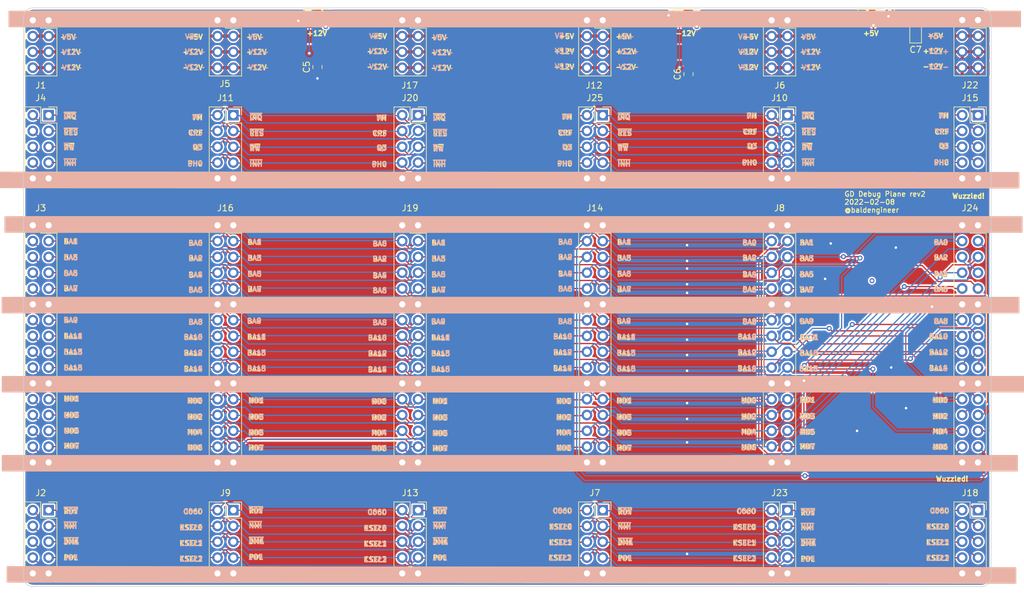
<source format=kicad_pcb>
(kicad_pcb (version 20171130) (host pcbnew "(5.1.10)-1")
  (layers (0 F.Cu signal) (31 B.Cu signal) (34 B.Paste user) (35 F.Paste user) (36 B.SilkS user) (37 F.SilkS user) (38 B.Mask user) (39 F.Mask user) (44 Edge.Cuts user))
  (net 0 "")
  (net 1 GND)
  (net 2 +5V)
  (net 3 "Net-(D1-Pad2)")
  (net 4 +12V)
  (net 5 -12V)
  (net 6 /KSEL2)
  (net 7 /PDLTRIG)
  (net 8 /KSEL1)
  (net 9 /~DMA)
  (net 10 /KSEL0)
  (net 11 /~NMI)
  (net 12 /C060-67)
  (net 13 /~RDY)
  (net 14 /MD6)
  (net 15 /MD7)
  (net 16 /MD4)
  (net 17 /MD5)
  (net 18 /MD2)
  (net 19 /MD3)
  (net 20 /MD0)
  (net 21 /MD1)
  (net 22 /BA14)
  (net 23 /BA15)
  (net 24 /BA12)
  (net 25 /BA13)
  (net 26 /BA10)
  (net 27 /BA11)
  (net 28 /BA8)
  (net 29 /BA9)
  (net 30 /BA6)
  (net 31 /BA7)
  (net 32 /BA4)
  (net 33 /BA5)
  (net 34 /BA2)
  (net 35 /BA3)
  (net 36 /BA0)
  (net 37 /BA1)
  (net 38 /PH0)
  (net 39 /~INH)
  (net 40 /Q3)
  (net 41 /RW)
  (net 42 /CREF)
  (net 43 /~RESET)
  (net 44 /7M)
  (net 45 /~IRQ)
  (net 46 "Net-(D2-Pad2)")
  (net 47 "Net-(D3-Pad2)")
  (module Connector_PinSocket_2.54mm:PinSocket_2x16_P2.54mm_Vertical (layer F.Cu) (at 141.73 60.325)
    (fp_text reference J16 (at -1.27 -2.77) (layer F.SilkS))
    (fp_text value Addr_Main_Data)
    (pad 32 thru_hole oval (at -2.54 38.1) (size 1.7 1.7) (drill 1) (layers *.Cu *.Mask) (net 1 GND))
    (pad 31 thru_hole oval (at 0 38.1) (size 1.7 1.7) (drill 1) (layers *.Cu *.Mask) (net 1 GND))
    (pad 30 thru_hole oval (at -2.54 35.56) (size 1.7 1.7) (drill 1) (layers *.Cu *.Mask) (net 14 /MD6))
    (pad 29 thru_hole oval (at 0 35.56) (size 1.7 1.7) (drill 1) (layers *.Cu *.Mask) (net 15 /MD7))
    (pad 28 thru_hole oval (at -2.54 33.02) (size 1.7 1.7) (drill 1) (layers *.Cu *.Mask) (net 16 /MD4))
    (pad 27 thru_hole oval (at 0 33.02) (size 1.7 1.7) (drill 1) (layers *.Cu *.Mask) (net 17 /MD5))
    (pad 26 thru_hole oval (at -2.54 30.48) (size 1.7 1.7) (drill 1) (layers *.Cu *.Mask) (net 18 /MD2))
    (pad 25 thru_hole oval (at 0 30.48) (size 1.7 1.7) (drill 1) (layers *.Cu *.Mask) (net 19 /MD3))
    (pad 24 thru_hole oval (at -2.54 27.94) (size 1.7 1.7) (drill 1) (layers *.Cu *.Mask) (net 20 /MD0))
    (pad 23 thru_hole oval (at 0 27.94) (size 1.7 1.7) (drill 1) (layers *.Cu *.Mask) (net 21 /MD1))
    (pad 22 thru_hole oval (at -2.54 25.4) (size 1.7 1.7) (drill 1) (layers *.Cu *.Mask) (net 1 GND))
    (pad 21 thru_hole oval (at 0 25.4) (size 1.7 1.7) (drill 1) (layers *.Cu *.Mask) (net 1 GND))
    (pad 20 thru_hole oval (at -2.54 22.86) (size 1.7 1.7) (drill 1) (layers *.Cu *.Mask) (net 22 /BA14))
    (pad 19 thru_hole oval (at 0 22.86) (size 1.7 1.7) (drill 1) (layers *.Cu *.Mask) (net 23 /BA15))
    (pad 18 thru_hole oval (at -2.54 20.32) (size 1.7 1.7) (drill 1) (layers *.Cu *.Mask) (net 24 /BA12))
    (pad 17 thru_hole oval (at 0 20.32) (size 1.7 1.7) (drill 1) (layers *.Cu *.Mask) (net 25 /BA13))
    (pad 16 thru_hole oval (at -2.54 17.78) (size 1.7 1.7) (drill 1) (layers *.Cu *.Mask) (net 26 /BA10))
    (pad 15 thru_hole oval (at 0 17.78) (size 1.7 1.7) (drill 1) (layers *.Cu *.Mask) (net 27 /BA11))
    (pad 14 thru_hole oval (at -2.54 15.24) (size 1.7 1.7) (drill 1) (layers *.Cu *.Mask) (net 28 /BA8))
    (pad 13 thru_hole oval (at 0 15.24) (size 1.7 1.7) (drill 1) (layers *.Cu *.Mask) (net 29 /BA9))
    (pad 12 thru_hole oval (at -2.54 12.7) (size 1.7 1.7) (drill 1) (layers *.Cu *.Mask) (net 1 GND))
    (pad 11 thru_hole oval (at 0 12.7) (size 1.7 1.7) (drill 1) (layers *.Cu *.Mask) (net 1 GND))
    (pad 10 thru_hole oval (at -2.54 10.16) (size 1.7 1.7) (drill 1) (layers *.Cu *.Mask) (net 30 /BA6))
    (pad 9 thru_hole oval (at 0 10.16) (size 1.7 1.7) (drill 1) (layers *.Cu *.Mask) (net 31 /BA7))
    (pad 8 thru_hole oval (at -2.54 7.62) (size 1.7 1.7) (drill 1) (layers *.Cu *.Mask) (net 32 /BA4))
    (pad 7 thru_hole oval (at 0 7.62) (size 1.7 1.7) (drill 1) (layers *.Cu *.Mask) (net 33 /BA5))
    (pad 6 thru_hole oval (at -2.54 5.08) (size 1.7 1.7) (drill 1) (layers *.Cu *.Mask) (net 34 /BA2))
    (pad 5 thru_hole oval (at 0 5.08) (size 1.7 1.7) (drill 1) (layers *.Cu *.Mask) (net 35 /BA3))
    (pad 4 thru_hole oval (at -2.54 2.54) (size 1.7 1.7) (drill 1) (layers *.Cu *.Mask) (net 36 /BA0))
    (pad 3 thru_hole oval (at 0 2.54) (size 1.7 1.7) (drill 1) (layers *.Cu *.Mask) (net 37 /BA1))
    (pad 2 thru_hole oval (at -2.54 0) (size 1.7 1.7) (drill 1) (layers *.Cu *.Mask) (net 1 GND))
    (pad 1 thru_hole rect (at 0 0) (size 1.7 1.7) (drill 1) (layers *.Cu *.Mask) (net 1 GND))
  )
  (module Connector_PinSocket_2.54mm:PinSocket_2x05_P2.54mm_Vertical (layer F.Cu) (at 141.73 42.628)
    (fp_text reference J11 (at -1.27 -2.77) (layer F.SilkS))
    (fp_text value CTRL1)
    (pad 10 thru_hole oval (at -2.54 10.16) (size 1.7 1.7) (drill 1) (layers *.Cu *.Mask) (net 1 GND))
    (pad 9 thru_hole oval (at 0 10.16) (size 1.7 1.7) (drill 1) (layers *.Cu *.Mask) (net 1 GND))
    (pad 8 thru_hole oval (at -2.54 7.62) (size 1.7 1.7) (drill 1) (layers *.Cu *.Mask) (net 38 /PH0))
    (pad 7 thru_hole oval (at 0 7.62) (size 1.7 1.7) (drill 1) (layers *.Cu *.Mask) (net 39 /~INH))
    (pad 6 thru_hole oval (at -2.54 5.08) (size 1.7 1.7) (drill 1) (layers *.Cu *.Mask) (net 40 /Q3))
    (pad 5 thru_hole oval (at 0 5.08) (size 1.7 1.7) (drill 1) (layers *.Cu *.Mask) (net 41 /RW))
    (pad 4 thru_hole oval (at -2.54 2.54) (size 1.7 1.7) (drill 1) (layers *.Cu *.Mask) (net 42 /CREF))
    (pad 3 thru_hole oval (at 0 2.54) (size 1.7 1.7) (drill 1) (layers *.Cu *.Mask) (net 43 /~RESET))
    (pad 2 thru_hole oval (at -2.54 0) (size 1.7 1.7) (drill 1) (layers *.Cu *.Mask) (net 44 /7M))
    (pad 1 thru_hole rect (at 0 0) (size 1.7 1.7) (drill 1) (layers *.Cu *.Mask) (net 45 /~IRQ))
  )
  (module Connector_PinSocket_2.54mm:PinSocket_2x05_P2.54mm_Vertical (layer F.Cu) (at 141.73 106.091)
    (fp_text reference J9 (at -1.27 -2.77) (layer F.SilkS))
    (fp_text value CTRL2)
    (pad 10 thru_hole oval (at -2.54 10.16) (size 1.7 1.7) (drill 1) (layers *.Cu *.Mask) (net 1 GND))
    (pad 9 thru_hole oval (at 0 10.16) (size 1.7 1.7) (drill 1) (layers *.Cu *.Mask) (net 1 GND))
    (pad 8 thru_hole oval (at -2.54 7.62) (size 1.7 1.7) (drill 1) (layers *.Cu *.Mask) (net 6 /KSEL2))
    (pad 7 thru_hole oval (at 0 7.62) (size 1.7 1.7) (drill 1) (layers *.Cu *.Mask) (net 7 /PDLTRIG))
    (pad 6 thru_hole oval (at -2.54 5.08) (size 1.7 1.7) (drill 1) (layers *.Cu *.Mask) (net 8 /KSEL1))
    (pad 5 thru_hole oval (at 0 5.08) (size 1.7 1.7) (drill 1) (layers *.Cu *.Mask) (net 9 /~DMA))
    (pad 4 thru_hole oval (at -2.54 2.54) (size 1.7 1.7) (drill 1) (layers *.Cu *.Mask) (net 10 /KSEL0))
    (pad 3 thru_hole oval (at 0 2.54) (size 1.7 1.7) (drill 1) (layers *.Cu *.Mask) (net 11 /~NMI))
    (pad 2 thru_hole oval (at -2.54 0) (size 1.7 1.7) (drill 1) (layers *.Cu *.Mask) (net 12 /C060-67))
    (pad 1 thru_hole rect (at 0 0) (size 1.7 1.7) (drill 1) (layers *.Cu *.Mask) (net 13 /~RDY))
  )
  (module Connector_PinSocket_2.54mm:PinSocket_2x04_P2.54mm_Vertical (layer F.Cu) (at 141.73 27.386)
    (fp_text reference J5 (at -1.34392 10.206) (layer F.SilkS))
    (fp_text value Pwr)
    (pad 8 thru_hole oval (at -2.54 7.62) (size 1.7 1.7) (drill 1) (layers *.Cu *.Mask) (net 5 -12V))
    (pad 7 thru_hole oval (at 0 7.62) (size 1.7 1.7) (drill 1) (layers *.Cu *.Mask) (net 5 -12V))
    (pad 6 thru_hole oval (at -2.54 5.08) (size 1.7 1.7) (drill 1) (layers *.Cu *.Mask) (net 4 +12V))
    (pad 5 thru_hole oval (at 0 5.08) (size 1.7 1.7) (drill 1) (layers *.Cu *.Mask) (net 4 +12V))
    (pad 4 thru_hole oval (at -2.54 2.54) (size 1.7 1.7) (drill 1) (layers *.Cu *.Mask) (net 2 +5V))
    (pad 3 thru_hole oval (at 0 2.54) (size 1.7 1.7) (drill 1) (layers *.Cu *.Mask) (net 2 +5V))
    (pad 2 thru_hole oval (at -2.54 0) (size 1.7 1.7) (drill 1) (layers *.Cu *.Mask) (net 1 GND))
    (pad 1 thru_hole rect (at 0 0) (size 1.7 1.7) (drill 1) (layers *.Cu *.Mask) (net 1 GND))
  )
  (module Connector_PinSocket_2.54mm:PinSocket_2x05_P2.54mm_Vertical (layer F.Cu) (at 201.08 42.628)
    (fp_text reference J25 (at -1.27 -2.77) (layer F.SilkS))
    (fp_text value CTRL1)
    (pad 10 thru_hole oval (at -2.54 10.16) (size 1.7 1.7) (drill 1) (layers *.Cu *.Mask) (net 1 GND))
    (pad 9 thru_hole oval (at 0 10.16) (size 1.7 1.7) (drill 1) (layers *.Cu *.Mask) (net 1 GND))
    (pad 8 thru_hole oval (at -2.54 7.62) (size 1.7 1.7) (drill 1) (layers *.Cu *.Mask) (net 38 /PH0))
    (pad 7 thru_hole oval (at 0 7.62) (size 1.7 1.7) (drill 1) (layers *.Cu *.Mask) (net 39 /~INH))
    (pad 6 thru_hole oval (at -2.54 5.08) (size 1.7 1.7) (drill 1) (layers *.Cu *.Mask) (net 40 /Q3))
    (pad 5 thru_hole oval (at 0 5.08) (size 1.7 1.7) (drill 1) (layers *.Cu *.Mask) (net 41 /RW))
    (pad 4 thru_hole oval (at -2.54 2.54) (size 1.7 1.7) (drill 1) (layers *.Cu *.Mask) (net 42 /CREF))
    (pad 3 thru_hole oval (at 0 2.54) (size 1.7 1.7) (drill 1) (layers *.Cu *.Mask) (net 43 /~RESET))
    (pad 2 thru_hole oval (at -2.54 0) (size 1.7 1.7) (drill 1) (layers *.Cu *.Mask) (net 44 /7M))
    (pad 1 thru_hole rect (at 0 0) (size 1.7 1.7) (drill 1) (layers *.Cu *.Mask) (net 45 /~IRQ))
  )
  (module Connector_PinSocket_2.54mm:PinSocket_2x16_P2.54mm_Vertical (layer F.Cu) (at 261.366 60.325)
    (fp_text reference J24 (at -1.27 -2.77) (layer F.SilkS))
    (fp_text value Addr_Main_Data)
    (pad 32 thru_hole oval (at -2.54 38.1) (size 1.7 1.7) (drill 1) (layers *.Cu *.Mask) (net 1 GND))
    (pad 31 thru_hole oval (at 0 38.1) (size 1.7 1.7) (drill 1) (layers *.Cu *.Mask) (net 1 GND))
    (pad 30 thru_hole oval (at -2.54 35.56) (size 1.7 1.7) (drill 1) (layers *.Cu *.Mask) (net 37 /BA1))
    (pad 29 thru_hole oval (at 0 35.56) (size 1.7 1.7) (drill 1) (layers *.Cu *.Mask) (net 36 /BA0))
    (pad 28 thru_hole oval (at -2.54 33.02) (size 1.7 1.7) (drill 1) (layers *.Cu *.Mask) (net 35 /BA3))
    (pad 27 thru_hole oval (at 0 33.02) (size 1.7 1.7) (drill 1) (layers *.Cu *.Mask) (net 34 /BA2))
    (pad 26 thru_hole oval (at -2.54 30.48) (size 1.7 1.7) (drill 1) (layers *.Cu *.Mask) (net 33 /BA5))
    (pad 25 thru_hole oval (at 0 30.48) (size 1.7 1.7) (drill 1) (layers *.Cu *.Mask) (net 32 /BA4))
    (pad 24 thru_hole oval (at -2.54 27.94) (size 1.7 1.7) (drill 1) (layers *.Cu *.Mask) (net 31 /BA7))
    (pad 23 thru_hole oval (at 0 27.94) (size 1.7 1.7) (drill 1) (layers *.Cu *.Mask) (net 30 /BA6))
    (pad 22 thru_hole oval (at -2.54 25.4) (size 1.7 1.7) (drill 1) (layers *.Cu *.Mask) (net 1 GND))
    (pad 21 thru_hole oval (at 0 25.4) (size 1.7 1.7) (drill 1) (layers *.Cu *.Mask) (net 1 GND))
    (pad 20 thru_hole oval (at -2.54 22.86) (size 1.7 1.7) (drill 1) (layers *.Cu *.Mask) (net 29 /BA9))
    (pad 19 thru_hole oval (at 0 22.86) (size 1.7 1.7) (drill 1) (layers *.Cu *.Mask) (net 28 /BA8))
    (pad 18 thru_hole oval (at -2.54 20.32) (size 1.7 1.7) (drill 1) (layers *.Cu *.Mask) (net 27 /BA11))
    (pad 17 thru_hole oval (at 0 20.32) (size 1.7 1.7) (drill 1) (layers *.Cu *.Mask) (net 26 /BA10))
    (pad 16 thru_hole oval (at -2.54 17.78) (size 1.7 1.7) (drill 1) (layers *.Cu *.Mask) (net 25 /BA13))
    (pad 15 thru_hole oval (at 0 17.78) (size 1.7 1.7) (drill 1) (layers *.Cu *.Mask) (net 24 /BA12))
    (pad 14 thru_hole oval (at -2.54 15.24) (size 1.7 1.7) (drill 1) (layers *.Cu *.Mask) (net 23 /BA15))
    (pad 13 thru_hole oval (at 0 15.24) (size 1.7 1.7) (drill 1) (layers *.Cu *.Mask) (net 22 /BA14))
    (pad 12 thru_hole oval (at -2.54 12.7) (size 1.7 1.7) (drill 1) (layers *.Cu *.Mask) (net 1 GND))
    (pad 11 thru_hole oval (at 0 12.7) (size 1.7 1.7) (drill 1) (layers *.Cu *.Mask) (net 1 GND))
    (pad 10 thru_hole oval (at -2.54 10.16) (size 1.7 1.7) (drill 1) (layers *.Cu *.Mask) (net 21 /MD1))
    (pad 9 thru_hole oval (at 0 10.16) (size 1.7 1.7) (drill 1) (layers *.Cu *.Mask) (net 20 /MD0))
    (pad 8 thru_hole oval (at -2.54 7.62) (size 1.7 1.7) (drill 1) (layers *.Cu *.Mask) (net 19 /MD3))
    (pad 7 thru_hole oval (at 0 7.62) (size 1.7 1.7) (drill 1) (layers *.Cu *.Mask) (net 18 /MD2))
    (pad 6 thru_hole oval (at -2.54 5.08) (size 1.7 1.7) (drill 1) (layers *.Cu *.Mask) (net 17 /MD5))
    (pad 5 thru_hole oval (at 0 5.08) (size 1.7 1.7) (drill 1) (layers *.Cu *.Mask) (net 16 /MD4))
    (pad 4 thru_hole oval (at -2.54 2.54) (size 1.7 1.7) (drill 1) (layers *.Cu *.Mask) (net 15 /MD7))
    (pad 3 thru_hole oval (at 0 2.54) (size 1.7 1.7) (drill 1) (layers *.Cu *.Mask) (net 14 /MD6))
    (pad 2 thru_hole oval (at -2.54 0) (size 1.7 1.7) (drill 1) (layers *.Cu *.Mask) (net 1 GND))
    (pad 1 thru_hole rect (at 0 0) (size 1.7 1.7) (drill 1) (layers *.Cu *.Mask) (net 1 GND))
  )
  (module Connector_PinSocket_2.54mm:PinSocket_2x05_P2.54mm_Vertical (layer F.Cu) (at 230.755 106.091)
    (fp_text reference J23 (at -1.27 -2.77) (layer F.SilkS))
    (fp_text value CTRL2)
    (pad 10 thru_hole oval (at -2.54 10.16) (size 1.7 1.7) (drill 1) (layers *.Cu *.Mask) (net 1 GND))
    (pad 9 thru_hole oval (at 0 10.16) (size 1.7 1.7) (drill 1) (layers *.Cu *.Mask) (net 1 GND))
    (pad 8 thru_hole oval (at -2.54 7.62) (size 1.7 1.7) (drill 1) (layers *.Cu *.Mask) (net 6 /KSEL2))
    (pad 7 thru_hole oval (at 0 7.62) (size 1.7 1.7) (drill 1) (layers *.Cu *.Mask) (net 7 /PDLTRIG))
    (pad 6 thru_hole oval (at -2.54 5.08) (size 1.7 1.7) (drill 1) (layers *.Cu *.Mask) (net 8 /KSEL1))
    (pad 5 thru_hole oval (at 0 5.08) (size 1.7 1.7) (drill 1) (layers *.Cu *.Mask) (net 9 /~DMA))
    (pad 4 thru_hole oval (at -2.54 2.54) (size 1.7 1.7) (drill 1) (layers *.Cu *.Mask) (net 10 /KSEL0))
    (pad 3 thru_hole oval (at 0 2.54) (size 1.7 1.7) (drill 1) (layers *.Cu *.Mask) (net 11 /~NMI))
    (pad 2 thru_hole oval (at -2.54 0) (size 1.7 1.7) (drill 1) (layers *.Cu *.Mask) (net 12 /C060-67))
    (pad 1 thru_hole rect (at 0 0) (size 1.7 1.7) (drill 1) (layers *.Cu *.Mask) (net 13 /~RDY))
  )
  (module Connector_PinSocket_2.54mm:PinSocket_2x04_P2.54mm_Vertical (layer F.Cu) (at 261.37 27.3606)
    (fp_text reference J22 (at -1.274 10.46) (layer F.SilkS))
    (fp_text value Pwr)
    (pad 8 thru_hole oval (at -2.54 7.62) (size 1.7 1.7) (drill 1) (layers *.Cu *.Mask) (net 5 -12V))
    (pad 7 thru_hole oval (at 0 7.62) (size 1.7 1.7) (drill 1) (layers *.Cu *.Mask) (net 5 -12V))
    (pad 6 thru_hole oval (at -2.54 5.08) (size 1.7 1.7) (drill 1) (layers *.Cu *.Mask) (net 4 +12V))
    (pad 5 thru_hole oval (at 0 5.08) (size 1.7 1.7) (drill 1) (layers *.Cu *.Mask) (net 4 +12V))
    (pad 4 thru_hole oval (at -2.54 2.54) (size 1.7 1.7) (drill 1) (layers *.Cu *.Mask) (net 2 +5V))
    (pad 3 thru_hole oval (at 0 2.54) (size 1.7 1.7) (drill 1) (layers *.Cu *.Mask) (net 2 +5V))
    (pad 2 thru_hole oval (at -2.54 0) (size 1.7 1.7) (drill 1) (layers *.Cu *.Mask) (net 1 GND))
    (pad 1 thru_hole rect (at 0 0) (size 1.7 1.7) (drill 1) (layers *.Cu *.Mask) (net 1 GND))
  )
  (module Connector_PinSocket_2.54mm:PinSocket_2x05_P2.54mm_Vertical (layer F.Cu) (at 171.405 42.628)
    (fp_text reference J20 (at -1.27 -2.77) (layer F.SilkS))
    (fp_text value CTRL1)
    (pad 10 thru_hole oval (at -2.54 10.16) (size 1.7 1.7) (drill 1) (layers *.Cu *.Mask) (net 1 GND))
    (pad 9 thru_hole oval (at 0 10.16) (size 1.7 1.7) (drill 1) (layers *.Cu *.Mask) (net 1 GND))
    (pad 8 thru_hole oval (at -2.54 7.62) (size 1.7 1.7) (drill 1) (layers *.Cu *.Mask) (net 38 /PH0))
    (pad 7 thru_hole oval (at 0 7.62) (size 1.7 1.7) (drill 1) (layers *.Cu *.Mask) (net 39 /~INH))
    (pad 6 thru_hole oval (at -2.54 5.08) (size 1.7 1.7) (drill 1) (layers *.Cu *.Mask) (net 40 /Q3))
    (pad 5 thru_hole oval (at 0 5.08) (size 1.7 1.7) (drill 1) (layers *.Cu *.Mask) (net 41 /RW))
    (pad 4 thru_hole oval (at -2.54 2.54) (size 1.7 1.7) (drill 1) (layers *.Cu *.Mask) (net 42 /CREF))
    (pad 3 thru_hole oval (at 0 2.54) (size 1.7 1.7) (drill 1) (layers *.Cu *.Mask) (net 43 /~RESET))
    (pad 2 thru_hole oval (at -2.54 0) (size 1.7 1.7) (drill 1) (layers *.Cu *.Mask) (net 44 /7M))
    (pad 1 thru_hole rect (at 0 0) (size 1.7 1.7) (drill 1) (layers *.Cu *.Mask) (net 45 /~IRQ))
  )
  (module Connector_PinSocket_2.54mm:PinSocket_2x16_P2.54mm_Vertical (layer F.Cu) (at 171.405 60.325)
    (fp_text reference J19 (at -1.27 -2.77) (layer F.SilkS))
    (fp_text value Addr_Main_Data)
    (pad 32 thru_hole oval (at -2.54 38.1) (size 1.7 1.7) (drill 1) (layers *.Cu *.Mask) (net 1 GND))
    (pad 31 thru_hole oval (at 0 38.1) (size 1.7 1.7) (drill 1) (layers *.Cu *.Mask) (net 1 GND))
    (pad 30 thru_hole oval (at -2.54 35.56) (size 1.7 1.7) (drill 1) (layers *.Cu *.Mask) (net 14 /MD6))
    (pad 29 thru_hole oval (at 0 35.56) (size 1.7 1.7) (drill 1) (layers *.Cu *.Mask) (net 15 /MD7))
    (pad 28 thru_hole oval (at -2.54 33.02) (size 1.7 1.7) (drill 1) (layers *.Cu *.Mask) (net 16 /MD4))
    (pad 27 thru_hole oval (at 0 33.02) (size 1.7 1.7) (drill 1) (layers *.Cu *.Mask) (net 17 /MD5))
    (pad 26 thru_hole oval (at -2.54 30.48) (size 1.7 1.7) (drill 1) (layers *.Cu *.Mask) (net 18 /MD2))
    (pad 25 thru_hole oval (at 0 30.48) (size 1.7 1.7) (drill 1) (layers *.Cu *.Mask) (net 19 /MD3))
    (pad 24 thru_hole oval (at -2.54 27.94) (size 1.7 1.7) (drill 1) (layers *.Cu *.Mask) (net 20 /MD0))
    (pad 23 thru_hole oval (at 0 27.94) (size 1.7 1.7) (drill 1) (layers *.Cu *.Mask) (net 21 /MD1))
    (pad 22 thru_hole oval (at -2.54 25.4) (size 1.7 1.7) (drill 1) (layers *.Cu *.Mask) (net 1 GND))
    (pad 21 thru_hole oval (at 0 25.4) (size 1.7 1.7) (drill 1) (layers *.Cu *.Mask) (net 1 GND))
    (pad 20 thru_hole oval (at -2.54 22.86) (size 1.7 1.7) (drill 1) (layers *.Cu *.Mask) (net 22 /BA14))
    (pad 19 thru_hole oval (at 0 22.86) (size 1.7 1.7) (drill 1) (layers *.Cu *.Mask) (net 23 /BA15))
    (pad 18 thru_hole oval (at -2.54 20.32) (size 1.7 1.7) (drill 1) (layers *.Cu *.Mask) (net 24 /BA12))
    (pad 17 thru_hole oval (at 0 20.32) (size 1.7 1.7) (drill 1) (layers *.Cu *.Mask) (net 25 /BA13))
    (pad 16 thru_hole oval (at -2.54 17.78) (size 1.7 1.7) (drill 1) (layers *.Cu *.Mask) (net 26 /BA10))
    (pad 15 thru_hole oval (at 0 17.78) (size 1.7 1.7) (drill 1) (layers *.Cu *.Mask) (net 27 /BA11))
    (pad 14 thru_hole oval (at -2.54 15.24) (size 1.7 1.7) (drill 1) (layers *.Cu *.Mask) (net 28 /BA8))
    (pad 13 thru_hole oval (at 0 15.24) (size 1.7 1.7) (drill 1) (layers *.Cu *.Mask) (net 29 /BA9))
    (pad 12 thru_hole oval (at -2.54 12.7) (size 1.7 1.7) (drill 1) (layers *.Cu *.Mask) (net 1 GND))
    (pad 11 thru_hole oval (at 0 12.7) (size 1.7 1.7) (drill 1) (layers *.Cu *.Mask) (net 1 GND))
    (pad 10 thru_hole oval (at -2.54 10.16) (size 1.7 1.7) (drill 1) (layers *.Cu *.Mask) (net 30 /BA6))
    (pad 9 thru_hole oval (at 0 10.16) (size 1.7 1.7) (drill 1) (layers *.Cu *.Mask) (net 31 /BA7))
    (pad 8 thru_hole oval (at -2.54 7.62) (size 1.7 1.7) (drill 1) (layers *.Cu *.Mask) (net 32 /BA4))
    (pad 7 thru_hole oval (at 0 7.62) (size 1.7 1.7) (drill 1) (layers *.Cu *.Mask) (net 33 /BA5))
    (pad 6 thru_hole oval (at -2.54 5.08) (size 1.7 1.7) (drill 1) (layers *.Cu *.Mask) (net 34 /BA2))
    (pad 5 thru_hole oval (at 0 5.08) (size 1.7 1.7) (drill 1) (layers *.Cu *.Mask) (net 35 /BA3))
    (pad 4 thru_hole oval (at -2.54 2.54) (size 1.7 1.7) (drill 1) (layers *.Cu *.Mask) (net 36 /BA0))
    (pad 3 thru_hole oval (at 0 2.54) (size 1.7 1.7) (drill 1) (layers *.Cu *.Mask) (net 37 /BA1))
    (pad 2 thru_hole oval (at -2.54 0) (size 1.7 1.7) (drill 1) (layers *.Cu *.Mask) (net 1 GND))
    (pad 1 thru_hole rect (at 0 0) (size 1.7 1.7) (drill 1) (layers *.Cu *.Mask) (net 1 GND))
  )
  (module Connector_PinSocket_2.54mm:PinSocket_2x05_P2.54mm_Vertical (layer F.Cu) (at 261.37 106.091)
    (fp_text reference J18 (at -1.27 -2.77) (layer F.SilkS))
    (fp_text value CTRL2)
    (pad 10 thru_hole oval (at -2.54 10.16) (size 1.7 1.7) (drill 1) (layers *.Cu *.Mask) (net 1 GND))
    (pad 9 thru_hole oval (at 0 10.16) (size 1.7 1.7) (drill 1) (layers *.Cu *.Mask) (net 1 GND))
    (pad 8 thru_hole oval (at -2.54 7.62) (size 1.7 1.7) (drill 1) (layers *.Cu *.Mask) (net 6 /KSEL2))
    (pad 7 thru_hole oval (at 0 7.62) (size 1.7 1.7) (drill 1) (layers *.Cu *.Mask) (net 7 /PDLTRIG))
    (pad 6 thru_hole oval (at -2.54 5.08) (size 1.7 1.7) (drill 1) (layers *.Cu *.Mask) (net 8 /KSEL1))
    (pad 5 thru_hole oval (at 0 5.08) (size 1.7 1.7) (drill 1) (layers *.Cu *.Mask) (net 9 /~DMA))
    (pad 4 thru_hole oval (at -2.54 2.54) (size 1.7 1.7) (drill 1) (layers *.Cu *.Mask) (net 10 /KSEL0))
    (pad 3 thru_hole oval (at 0 2.54) (size 1.7 1.7) (drill 1) (layers *.Cu *.Mask) (net 11 /~NMI))
    (pad 2 thru_hole oval (at -2.54 0) (size 1.7 1.7) (drill 1) (layers *.Cu *.Mask) (net 12 /C060-67))
    (pad 1 thru_hole rect (at 0 0) (size 1.7 1.7) (drill 1) (layers *.Cu *.Mask) (net 13 /~RDY))
  )
  (module Connector_PinSocket_2.54mm:PinSocket_2x04_P2.54mm_Vertical (layer F.Cu) (at 171.405 27.386)
    (fp_text reference J17 (at -1.32775 10.46) (layer F.SilkS))
    (fp_text value Pwr)
    (pad 8 thru_hole oval (at -2.54 7.62) (size 1.7 1.7) (drill 1) (layers *.Cu *.Mask) (net 5 -12V))
    (pad 7 thru_hole oval (at 0 7.62) (size 1.7 1.7) (drill 1) (layers *.Cu *.Mask) (net 5 -12V))
    (pad 6 thru_hole oval (at -2.54 5.08) (size 1.7 1.7) (drill 1) (layers *.Cu *.Mask) (net 4 +12V))
    (pad 5 thru_hole oval (at 0 5.08) (size 1.7 1.7) (drill 1) (layers *.Cu *.Mask) (net 4 +12V))
    (pad 4 thru_hole oval (at -2.54 2.54) (size 1.7 1.7) (drill 1) (layers *.Cu *.Mask) (net 2 +5V))
    (pad 3 thru_hole oval (at 0 2.54) (size 1.7 1.7) (drill 1) (layers *.Cu *.Mask) (net 2 +5V))
    (pad 2 thru_hole oval (at -2.54 0) (size 1.7 1.7) (drill 1) (layers *.Cu *.Mask) (net 1 GND))
    (pad 1 thru_hole rect (at 0 0) (size 1.7 1.7) (drill 1) (layers *.Cu *.Mask) (net 1 GND))
  )
  (module Connector_PinSocket_2.54mm:PinSocket_2x05_P2.54mm_Vertical (layer F.Cu) (at 261.37 42.628)
    (fp_text reference J15 (at -1.27 -2.77) (layer F.SilkS))
    (fp_text value CTRL1)
    (pad 10 thru_hole oval (at -2.54 10.16) (size 1.7 1.7) (drill 1) (layers *.Cu *.Mask) (net 1 GND))
    (pad 9 thru_hole oval (at 0 10.16) (size 1.7 1.7) (drill 1) (layers *.Cu *.Mask) (net 1 GND))
    (pad 8 thru_hole oval (at -2.54 7.62) (size 1.7 1.7) (drill 1) (layers *.Cu *.Mask) (net 38 /PH0))
    (pad 7 thru_hole oval (at 0 7.62) (size 1.7 1.7) (drill 1) (layers *.Cu *.Mask) (net 39 /~INH))
    (pad 6 thru_hole oval (at -2.54 5.08) (size 1.7 1.7) (drill 1) (layers *.Cu *.Mask) (net 40 /Q3))
    (pad 5 thru_hole oval (at 0 5.08) (size 1.7 1.7) (drill 1) (layers *.Cu *.Mask) (net 41 /RW))
    (pad 4 thru_hole oval (at -2.54 2.54) (size 1.7 1.7) (drill 1) (layers *.Cu *.Mask) (net 42 /CREF))
    (pad 3 thru_hole oval (at 0 2.54) (size 1.7 1.7) (drill 1) (layers *.Cu *.Mask) (net 43 /~RESET))
    (pad 2 thru_hole oval (at -2.54 0) (size 1.7 1.7) (drill 1) (layers *.Cu *.Mask) (net 44 /7M))
    (pad 1 thru_hole rect (at 0 0) (size 1.7 1.7) (drill 1) (layers *.Cu *.Mask) (net 45 /~IRQ))
  )
  (module Connector_PinSocket_2.54mm:PinSocket_2x16_P2.54mm_Vertical (layer F.Cu) (at 201.08 60.325)
    (fp_text reference J14 (at -1.27 -2.77) (layer F.SilkS))
    (fp_text value Addr_Main_Data)
    (pad 32 thru_hole oval (at -2.54 38.1) (size 1.7 1.7) (drill 1) (layers *.Cu *.Mask) (net 1 GND))
    (pad 31 thru_hole oval (at 0 38.1) (size 1.7 1.7) (drill 1) (layers *.Cu *.Mask) (net 1 GND))
    (pad 30 thru_hole oval (at -2.54 35.56) (size 1.7 1.7) (drill 1) (layers *.Cu *.Mask) (net 14 /MD6))
    (pad 29 thru_hole oval (at 0 35.56) (size 1.7 1.7) (drill 1) (layers *.Cu *.Mask) (net 15 /MD7))
    (pad 28 thru_hole oval (at -2.54 33.02) (size 1.7 1.7) (drill 1) (layers *.Cu *.Mask) (net 16 /MD4))
    (pad 27 thru_hole oval (at 0 33.02) (size 1.7 1.7) (drill 1) (layers *.Cu *.Mask) (net 17 /MD5))
    (pad 26 thru_hole oval (at -2.54 30.48) (size 1.7 1.7) (drill 1) (layers *.Cu *.Mask) (net 18 /MD2))
    (pad 25 thru_hole oval (at 0 30.48) (size 1.7 1.7) (drill 1) (layers *.Cu *.Mask) (net 19 /MD3))
    (pad 24 thru_hole oval (at -2.54 27.94) (size 1.7 1.7) (drill 1) (layers *.Cu *.Mask) (net 20 /MD0))
    (pad 23 thru_hole oval (at 0 27.94) (size 1.7 1.7) (drill 1) (layers *.Cu *.Mask) (net 21 /MD1))
    (pad 22 thru_hole oval (at -2.54 25.4) (size 1.7 1.7) (drill 1) (layers *.Cu *.Mask) (net 1 GND))
    (pad 21 thru_hole oval (at 0 25.4) (size 1.7 1.7) (drill 1) (layers *.Cu *.Mask) (net 1 GND))
    (pad 20 thru_hole oval (at -2.54 22.86) (size 1.7 1.7) (drill 1) (layers *.Cu *.Mask) (net 22 /BA14))
    (pad 19 thru_hole oval (at 0 22.86) (size 1.7 1.7) (drill 1) (layers *.Cu *.Mask) (net 23 /BA15))
    (pad 18 thru_hole oval (at -2.54 20.32) (size 1.7 1.7) (drill 1) (layers *.Cu *.Mask) (net 24 /BA12))
    (pad 17 thru_hole oval (at 0 20.32) (size 1.7 1.7) (drill 1) (layers *.Cu *.Mask) (net 25 /BA13))
    (pad 16 thru_hole oval (at -2.54 17.78) (size 1.7 1.7) (drill 1) (layers *.Cu *.Mask) (net 26 /BA10))
    (pad 15 thru_hole oval (at 0 17.78) (size 1.7 1.7) (drill 1) (layers *.Cu *.Mask) (net 27 /BA11))
    (pad 14 thru_hole oval (at -2.54 15.24) (size 1.7 1.7) (drill 1) (layers *.Cu *.Mask) (net 28 /BA8))
    (pad 13 thru_hole oval (at 0 15.24) (size 1.7 1.7) (drill 1) (layers *.Cu *.Mask) (net 29 /BA9))
    (pad 12 thru_hole oval (at -2.54 12.7) (size 1.7 1.7) (drill 1) (layers *.Cu *.Mask) (net 1 GND))
    (pad 11 thru_hole oval (at 0 12.7) (size 1.7 1.7) (drill 1) (layers *.Cu *.Mask) (net 1 GND))
    (pad 10 thru_hole oval (at -2.54 10.16) (size 1.7 1.7) (drill 1) (layers *.Cu *.Mask) (net 30 /BA6))
    (pad 9 thru_hole oval (at 0 10.16) (size 1.7 1.7) (drill 1) (layers *.Cu *.Mask) (net 31 /BA7))
    (pad 8 thru_hole oval (at -2.54 7.62) (size 1.7 1.7) (drill 1) (layers *.Cu *.Mask) (net 32 /BA4))
    (pad 7 thru_hole oval (at 0 7.62) (size 1.7 1.7) (drill 1) (layers *.Cu *.Mask) (net 33 /BA5))
    (pad 6 thru_hole oval (at -2.54 5.08) (size 1.7 1.7) (drill 1) (layers *.Cu *.Mask) (net 34 /BA2))
    (pad 5 thru_hole oval (at 0 5.08) (size 1.7 1.7) (drill 1) (layers *.Cu *.Mask) (net 35 /BA3))
    (pad 4 thru_hole oval (at -2.54 2.54) (size 1.7 1.7) (drill 1) (layers *.Cu *.Mask) (net 36 /BA0))
    (pad 3 thru_hole oval (at 0 2.54) (size 1.7 1.7) (drill 1) (layers *.Cu *.Mask) (net 37 /BA1))
    (pad 2 thru_hole oval (at -2.54 0) (size 1.7 1.7) (drill 1) (layers *.Cu *.Mask) (net 1 GND))
    (pad 1 thru_hole rect (at 0 0) (size 1.7 1.7) (drill 1) (layers *.Cu *.Mask) (net 1 GND))
  )
  (module Connector_PinSocket_2.54mm:PinSocket_2x05_P2.54mm_Vertical (layer F.Cu) (at 171.405 106.091)
    (fp_text reference J13 (at -1.27 -2.77) (layer F.SilkS))
    (fp_text value CTRL2)
    (pad 10 thru_hole oval (at -2.54 10.16) (size 1.7 1.7) (drill 1) (layers *.Cu *.Mask) (net 1 GND))
    (pad 9 thru_hole oval (at 0 10.16) (size 1.7 1.7) (drill 1) (layers *.Cu *.Mask) (net 1 GND))
    (pad 8 thru_hole oval (at -2.54 7.62) (size 1.7 1.7) (drill 1) (layers *.Cu *.Mask) (net 6 /KSEL2))
    (pad 7 thru_hole oval (at 0 7.62) (size 1.7 1.7) (drill 1) (layers *.Cu *.Mask) (net 7 /PDLTRIG))
    (pad 6 thru_hole oval (at -2.54 5.08) (size 1.7 1.7) (drill 1) (layers *.Cu *.Mask) (net 8 /KSEL1))
    (pad 5 thru_hole oval (at 0 5.08) (size 1.7 1.7) (drill 1) (layers *.Cu *.Mask) (net 9 /~DMA))
    (pad 4 thru_hole oval (at -2.54 2.54) (size 1.7 1.7) (drill 1) (layers *.Cu *.Mask) (net 10 /KSEL0))
    (pad 3 thru_hole oval (at 0 2.54) (size 1.7 1.7) (drill 1) (layers *.Cu *.Mask) (net 11 /~NMI))
    (pad 2 thru_hole oval (at -2.54 0) (size 1.7 1.7) (drill 1) (layers *.Cu *.Mask) (net 12 /C060-67))
    (pad 1 thru_hole rect (at 0 0) (size 1.7 1.7) (drill 1) (layers *.Cu *.Mask) (net 13 /~RDY))
  )
  (module Connector_PinSocket_2.54mm:PinSocket_2x04_P2.54mm_Vertical (layer F.Cu) (at 201.08 27.386)
    (fp_text reference J12 (at -1.3945 10.46) (layer F.SilkS))
    (fp_text value Pwr)
    (pad 8 thru_hole oval (at -2.54 7.62) (size 1.7 1.7) (drill 1) (layers *.Cu *.Mask) (net 5 -12V))
    (pad 7 thru_hole oval (at 0 7.62) (size 1.7 1.7) (drill 1) (layers *.Cu *.Mask) (net 5 -12V))
    (pad 6 thru_hole oval (at -2.54 5.08) (size 1.7 1.7) (drill 1) (layers *.Cu *.Mask) (net 4 +12V))
    (pad 5 thru_hole oval (at 0 5.08) (size 1.7 1.7) (drill 1) (layers *.Cu *.Mask) (net 4 +12V))
    (pad 4 thru_hole oval (at -2.54 2.54) (size 1.7 1.7) (drill 1) (layers *.Cu *.Mask) (net 2 +5V))
    (pad 3 thru_hole oval (at 0 2.54) (size 1.7 1.7) (drill 1) (layers *.Cu *.Mask) (net 2 +5V))
    (pad 2 thru_hole oval (at -2.54 0) (size 1.7 1.7) (drill 1) (layers *.Cu *.Mask) (net 1 GND))
    (pad 1 thru_hole rect (at 0 0) (size 1.7 1.7) (drill 1) (layers *.Cu *.Mask) (net 1 GND))
  )
  (module Connector_PinSocket_2.54mm:PinSocket_2x05_P2.54mm_Vertical (layer F.Cu) (at 230.755 42.628)
    (fp_text reference J10 (at -1.27 -2.77) (layer F.SilkS))
    (fp_text value CTRL1)
    (pad 10 thru_hole oval (at -2.54 10.16) (size 1.7 1.7) (drill 1) (layers *.Cu *.Mask) (net 1 GND))
    (pad 9 thru_hole oval (at 0 10.16) (size 1.7 1.7) (drill 1) (layers *.Cu *.Mask) (net 1 GND))
    (pad 8 thru_hole oval (at -2.54 7.62) (size 1.7 1.7) (drill 1) (layers *.Cu *.Mask) (net 38 /PH0))
    (pad 7 thru_hole oval (at 0 7.62) (size 1.7 1.7) (drill 1) (layers *.Cu *.Mask) (net 39 /~INH))
    (pad 6 thru_hole oval (at -2.54 5.08) (size 1.7 1.7) (drill 1) (layers *.Cu *.Mask) (net 40 /Q3))
    (pad 5 thru_hole oval (at 0 5.08) (size 1.7 1.7) (drill 1) (layers *.Cu *.Mask) (net 41 /RW))
    (pad 4 thru_hole oval (at -2.54 2.54) (size 1.7 1.7) (drill 1) (layers *.Cu *.Mask) (net 42 /CREF))
    (pad 3 thru_hole oval (at 0 2.54) (size 1.7 1.7) (drill 1) (layers *.Cu *.Mask) (net 43 /~RESET))
    (pad 2 thru_hole oval (at -2.54 0) (size 1.7 1.7) (drill 1) (layers *.Cu *.Mask) (net 44 /7M))
    (pad 1 thru_hole rect (at 0 0) (size 1.7 1.7) (drill 1) (layers *.Cu *.Mask) (net 45 /~IRQ))
  )
  (module Connector_PinSocket_2.54mm:PinSocket_2x16_P2.54mm_Vertical (layer F.Cu) (at 230.755 60.325)
    (fp_text reference J8 (at -1.27 -2.77) (layer F.SilkS))
    (fp_text value Addr_Main_Data)
    (pad 32 thru_hole oval (at -2.54 38.1) (size 1.7 1.7) (drill 1) (layers *.Cu *.Mask) (net 1 GND))
    (pad 31 thru_hole oval (at 0 38.1) (size 1.7 1.7) (drill 1) (layers *.Cu *.Mask) (net 1 GND))
    (pad 30 thru_hole oval (at -2.54 35.56) (size 1.7 1.7) (drill 1) (layers *.Cu *.Mask) (net 14 /MD6))
    (pad 29 thru_hole oval (at 0 35.56) (size 1.7 1.7) (drill 1) (layers *.Cu *.Mask) (net 15 /MD7))
    (pad 28 thru_hole oval (at -2.54 33.02) (size 1.7 1.7) (drill 1) (layers *.Cu *.Mask) (net 16 /MD4))
    (pad 27 thru_hole oval (at 0 33.02) (size 1.7 1.7) (drill 1) (layers *.Cu *.Mask) (net 17 /MD5))
    (pad 26 thru_hole oval (at -2.54 30.48) (size 1.7 1.7) (drill 1) (layers *.Cu *.Mask) (net 18 /MD2))
    (pad 25 thru_hole oval (at 0 30.48) (size 1.7 1.7) (drill 1) (layers *.Cu *.Mask) (net 19 /MD3))
    (pad 24 thru_hole oval (at -2.54 27.94) (size 1.7 1.7) (drill 1) (layers *.Cu *.Mask) (net 20 /MD0))
    (pad 23 thru_hole oval (at 0 27.94) (size 1.7 1.7) (drill 1) (layers *.Cu *.Mask) (net 21 /MD1))
    (pad 22 thru_hole oval (at -2.54 25.4) (size 1.7 1.7) (drill 1) (layers *.Cu *.Mask) (net 1 GND))
    (pad 21 thru_hole oval (at 0 25.4) (size 1.7 1.7) (drill 1) (layers *.Cu *.Mask) (net 1 GND))
    (pad 20 thru_hole oval (at -2.54 22.86) (size 1.7 1.7) (drill 1) (layers *.Cu *.Mask) (net 22 /BA14))
    (pad 19 thru_hole oval (at 0 22.86) (size 1.7 1.7) (drill 1) (layers *.Cu *.Mask) (net 23 /BA15))
    (pad 18 thru_hole oval (at -2.54 20.32) (size 1.7 1.7) (drill 1) (layers *.Cu *.Mask) (net 24 /BA12))
    (pad 17 thru_hole oval (at 0 20.32) (size 1.7 1.7) (drill 1) (layers *.Cu *.Mask) (net 25 /BA13))
    (pad 16 thru_hole oval (at -2.54 17.78) (size 1.7 1.7) (drill 1) (layers *.Cu *.Mask) (net 26 /BA10))
    (pad 15 thru_hole oval (at 0 17.78) (size 1.7 1.7) (drill 1) (layers *.Cu *.Mask) (net 27 /BA11))
    (pad 14 thru_hole oval (at -2.54 15.24) (size 1.7 1.7) (drill 1) (layers *.Cu *.Mask) (net 28 /BA8))
    (pad 13 thru_hole oval (at 0 15.24) (size 1.7 1.7) (drill 1) (layers *.Cu *.Mask) (net 29 /BA9))
    (pad 12 thru_hole oval (at -2.54 12.7) (size 1.7 1.7) (drill 1) (layers *.Cu *.Mask) (net 1 GND))
    (pad 11 thru_hole oval (at 0 12.7) (size 1.7 1.7) (drill 1) (layers *.Cu *.Mask) (net 1 GND))
    (pad 10 thru_hole oval (at -2.54 10.16) (size 1.7 1.7) (drill 1) (layers *.Cu *.Mask) (net 30 /BA6))
    (pad 9 thru_hole oval (at 0 10.16) (size 1.7 1.7) (drill 1) (layers *.Cu *.Mask) (net 31 /BA7))
    (pad 8 thru_hole oval (at -2.54 7.62) (size 1.7 1.7) (drill 1) (layers *.Cu *.Mask) (net 32 /BA4))
    (pad 7 thru_hole oval (at 0 7.62) (size 1.7 1.7) (drill 1) (layers *.Cu *.Mask) (net 33 /BA5))
    (pad 6 thru_hole oval (at -2.54 5.08) (size 1.7 1.7) (drill 1) (layers *.Cu *.Mask) (net 34 /BA2))
    (pad 5 thru_hole oval (at 0 5.08) (size 1.7 1.7) (drill 1) (layers *.Cu *.Mask) (net 35 /BA3))
    (pad 4 thru_hole oval (at -2.54 2.54) (size 1.7 1.7) (drill 1) (layers *.Cu *.Mask) (net 36 /BA0))
    (pad 3 thru_hole oval (at 0 2.54) (size 1.7 1.7) (drill 1) (layers *.Cu *.Mask) (net 37 /BA1))
    (pad 2 thru_hole oval (at -2.54 0) (size 1.7 1.7) (drill 1) (layers *.Cu *.Mask) (net 1 GND))
    (pad 1 thru_hole rect (at 0 0) (size 1.7 1.7) (drill 1) (layers *.Cu *.Mask) (net 1 GND))
  )
  (module Connector_PinSocket_2.54mm:PinSocket_2x05_P2.54mm_Vertical (layer F.Cu) (at 201.08 106.091)
    (fp_text reference J7 (at -1.27 -2.77) (layer F.SilkS))
    (fp_text value CTRL2)
    (pad 10 thru_hole oval (at -2.54 10.16) (size 1.7 1.7) (drill 1) (layers *.Cu *.Mask) (net 1 GND))
    (pad 9 thru_hole oval (at 0 10.16) (size 1.7 1.7) (drill 1) (layers *.Cu *.Mask) (net 1 GND))
    (pad 8 thru_hole oval (at -2.54 7.62) (size 1.7 1.7) (drill 1) (layers *.Cu *.Mask) (net 6 /KSEL2))
    (pad 7 thru_hole oval (at 0 7.62) (size 1.7 1.7) (drill 1) (layers *.Cu *.Mask) (net 7 /PDLTRIG))
    (pad 6 thru_hole oval (at -2.54 5.08) (size 1.7 1.7) (drill 1) (layers *.Cu *.Mask) (net 8 /KSEL1))
    (pad 5 thru_hole oval (at 0 5.08) (size 1.7 1.7) (drill 1) (layers *.Cu *.Mask) (net 9 /~DMA))
    (pad 4 thru_hole oval (at -2.54 2.54) (size 1.7 1.7) (drill 1) (layers *.Cu *.Mask) (net 10 /KSEL0))
    (pad 3 thru_hole oval (at 0 2.54) (size 1.7 1.7) (drill 1) (layers *.Cu *.Mask) (net 11 /~NMI))
    (pad 2 thru_hole oval (at -2.54 0) (size 1.7 1.7) (drill 1) (layers *.Cu *.Mask) (net 12 /C060-67))
    (pad 1 thru_hole rect (at 0 0) (size 1.7 1.7) (drill 1) (layers *.Cu *.Mask) (net 13 /~RDY))
  )
  (module Connector_PinSocket_2.54mm:PinSocket_2x04_P2.54mm_Vertical (layer F.Cu) (at 230.755 27.386)
    (fp_text reference J6 (at -1.20725 10.46) (layer F.SilkS))
    (fp_text value Pwr)
    (pad 8 thru_hole oval (at -2.54 7.62) (size 1.7 1.7) (drill 1) (layers *.Cu *.Mask) (net 5 -12V))
    (pad 7 thru_hole oval (at 0 7.62) (size 1.7 1.7) (drill 1) (layers *.Cu *.Mask) (net 5 -12V))
    (pad 6 thru_hole oval (at -2.54 5.08) (size 1.7 1.7) (drill 1) (layers *.Cu *.Mask) (net 4 +12V))
    (pad 5 thru_hole oval (at 0 5.08) (size 1.7 1.7) (drill 1) (layers *.Cu *.Mask) (net 4 +12V))
    (pad 4 thru_hole oval (at -2.54 2.54) (size 1.7 1.7) (drill 1) (layers *.Cu *.Mask) (net 2 +5V))
    (pad 3 thru_hole oval (at 0 2.54) (size 1.7 1.7) (drill 1) (layers *.Cu *.Mask) (net 2 +5V))
    (pad 2 thru_hole oval (at -2.54 0) (size 1.7 1.7) (drill 1) (layers *.Cu *.Mask) (net 1 GND))
    (pad 1 thru_hole rect (at 0 0) (size 1.7 1.7) (drill 1) (layers *.Cu *.Mask) (net 1 GND))
  )
  (module Connector_PinSocket_2.54mm:PinSocket_2x05_P2.54mm_Vertical (layer F.Cu) (at 112.055 42.628)
    (fp_text reference J4 (at -1.27 -2.77) (layer F.SilkS))
    (fp_text value CTRL1)
    (pad 10 thru_hole oval (at -2.54 10.16) (size 1.7 1.7) (drill 1) (layers *.Cu *.Mask) (net 1 GND))
    (pad 9 thru_hole oval (at 0 10.16) (size 1.7 1.7) (drill 1) (layers *.Cu *.Mask) (net 1 GND))
    (pad 8 thru_hole oval (at -2.54 7.62) (size 1.7 1.7) (drill 1) (layers *.Cu *.Mask) (net 38 /PH0))
    (pad 7 thru_hole oval (at 0 7.62) (size 1.7 1.7) (drill 1) (layers *.Cu *.Mask) (net 39 /~INH))
    (pad 6 thru_hole oval (at -2.54 5.08) (size 1.7 1.7) (drill 1) (layers *.Cu *.Mask) (net 40 /Q3))
    (pad 5 thru_hole oval (at 0 5.08) (size 1.7 1.7) (drill 1) (layers *.Cu *.Mask) (net 41 /RW))
    (pad 4 thru_hole oval (at -2.54 2.54) (size 1.7 1.7) (drill 1) (layers *.Cu *.Mask) (net 42 /CREF))
    (pad 3 thru_hole oval (at 0 2.54) (size 1.7 1.7) (drill 1) (layers *.Cu *.Mask) (net 43 /~RESET))
    (pad 2 thru_hole oval (at -2.54 0) (size 1.7 1.7) (drill 1) (layers *.Cu *.Mask) (net 44 /7M))
    (pad 1 thru_hole rect (at 0 0) (size 1.7 1.7) (drill 1) (layers *.Cu *.Mask) (net 45 /~IRQ))
  )
  (module Connector_PinSocket_2.54mm:PinSocket_2x16_P2.54mm_Vertical (layer F.Cu) (at 112.055 60.325)
    (fp_text reference J3 (at -1.27 -2.77) (layer F.SilkS))
    (fp_text value Addr_Main_Data)
    (pad 32 thru_hole oval (at -2.54 38.1) (size 1.7 1.7) (drill 1) (layers *.Cu *.Mask) (net 1 GND))
    (pad 31 thru_hole oval (at 0 38.1) (size 1.7 1.7) (drill 1) (layers *.Cu *.Mask) (net 1 GND))
    (pad 30 thru_hole oval (at -2.54 35.56) (size 1.7 1.7) (drill 1) (layers *.Cu *.Mask) (net 14 /MD6))
    (pad 29 thru_hole oval (at 0 35.56) (size 1.7 1.7) (drill 1) (layers *.Cu *.Mask) (net 15 /MD7))
    (pad 28 thru_hole oval (at -2.54 33.02) (size 1.7 1.7) (drill 1) (layers *.Cu *.Mask) (net 16 /MD4))
    (pad 27 thru_hole oval (at 0 33.02) (size 1.7 1.7) (drill 1) (layers *.Cu *.Mask) (net 17 /MD5))
    (pad 26 thru_hole oval (at -2.54 30.48) (size 1.7 1.7) (drill 1) (layers *.Cu *.Mask) (net 18 /MD2))
    (pad 25 thru_hole oval (at 0 30.48) (size 1.7 1.7) (drill 1) (layers *.Cu *.Mask) (net 19 /MD3))
    (pad 24 thru_hole oval (at -2.54 27.94) (size 1.7 1.7) (drill 1) (layers *.Cu *.Mask) (net 20 /MD0))
    (pad 23 thru_hole oval (at 0 27.94) (size 1.7 1.7) (drill 1) (layers *.Cu *.Mask) (net 21 /MD1))
    (pad 22 thru_hole oval (at -2.54 25.4) (size 1.7 1.7) (drill 1) (layers *.Cu *.Mask) (net 1 GND))
    (pad 21 thru_hole oval (at 0 25.4) (size 1.7 1.7) (drill 1) (layers *.Cu *.Mask) (net 1 GND))
    (pad 20 thru_hole oval (at -2.54 22.86) (size 1.7 1.7) (drill 1) (layers *.Cu *.Mask) (net 22 /BA14))
    (pad 19 thru_hole oval (at 0 22.86) (size 1.7 1.7) (drill 1) (layers *.Cu *.Mask) (net 23 /BA15))
    (pad 18 thru_hole oval (at -2.54 20.32) (size 1.7 1.7) (drill 1) (layers *.Cu *.Mask) (net 24 /BA12))
    (pad 17 thru_hole oval (at 0 20.32) (size 1.7 1.7) (drill 1) (layers *.Cu *.Mask) (net 25 /BA13))
    (pad 16 thru_hole oval (at -2.54 17.78) (size 1.7 1.7) (drill 1) (layers *.Cu *.Mask) (net 26 /BA10))
    (pad 15 thru_hole oval (at 0 17.78) (size 1.7 1.7) (drill 1) (layers *.Cu *.Mask) (net 27 /BA11))
    (pad 14 thru_hole oval (at -2.54 15.24) (size 1.7 1.7) (drill 1) (layers *.Cu *.Mask) (net 28 /BA8))
    (pad 13 thru_hole oval (at 0 15.24) (size 1.7 1.7) (drill 1) (layers *.Cu *.Mask) (net 29 /BA9))
    (pad 12 thru_hole oval (at -2.54 12.7) (size 1.7 1.7) (drill 1) (layers *.Cu *.Mask) (net 1 GND))
    (pad 11 thru_hole oval (at 0 12.7) (size 1.7 1.7) (drill 1) (layers *.Cu *.Mask) (net 1 GND))
    (pad 10 thru_hole oval (at -2.54 10.16) (size 1.7 1.7) (drill 1) (layers *.Cu *.Mask) (net 30 /BA6))
    (pad 9 thru_hole oval (at 0 10.16) (size 1.7 1.7) (drill 1) (layers *.Cu *.Mask) (net 31 /BA7))
    (pad 8 thru_hole oval (at -2.54 7.62) (size 1.7 1.7) (drill 1) (layers *.Cu *.Mask) (net 32 /BA4))
    (pad 7 thru_hole oval (at 0 7.62) (size 1.7 1.7) (drill 1) (layers *.Cu *.Mask) (net 33 /BA5))
    (pad 6 thru_hole oval (at -2.54 5.08) (size 1.7 1.7) (drill 1) (layers *.Cu *.Mask) (net 34 /BA2))
    (pad 5 thru_hole oval (at 0 5.08) (size 1.7 1.7) (drill 1) (layers *.Cu *.Mask) (net 35 /BA3))
    (pad 4 thru_hole oval (at -2.54 2.54) (size 1.7 1.7) (drill 1) (layers *.Cu *.Mask) (net 36 /BA0))
    (pad 3 thru_hole oval (at 0 2.54) (size 1.7 1.7) (drill 1) (layers *.Cu *.Mask) (net 37 /BA1))
    (pad 2 thru_hole oval (at -2.54 0) (size 1.7 1.7) (drill 1) (layers *.Cu *.Mask) (net 1 GND))
    (pad 1 thru_hole rect (at 0 0) (size 1.7 1.7) (drill 1) (layers *.Cu *.Mask) (net 1 GND))
  )
  (module Connector_PinSocket_2.54mm:PinSocket_2x05_P2.54mm_Vertical (layer F.Cu) (at 112.055 106.091)
    (fp_text reference J2 (at -1.27 -2.77) (layer F.SilkS))
    (fp_text value CTRL2)
    (pad 10 thru_hole oval (at -2.54 10.16) (size 1.7 1.7) (drill 1) (layers *.Cu *.Mask) (net 1 GND))
    (pad 9 thru_hole oval (at 0 10.16) (size 1.7 1.7) (drill 1) (layers *.Cu *.Mask) (net 1 GND))
    (pad 8 thru_hole oval (at -2.54 7.62) (size 1.7 1.7) (drill 1) (layers *.Cu *.Mask) (net 6 /KSEL2))
    (pad 7 thru_hole oval (at 0 7.62) (size 1.7 1.7) (drill 1) (layers *.Cu *.Mask) (net 7 /PDLTRIG))
    (pad 6 thru_hole oval (at -2.54 5.08) (size 1.7 1.7) (drill 1) (layers *.Cu *.Mask) (net 8 /KSEL1))
    (pad 5 thru_hole oval (at 0 5.08) (size 1.7 1.7) (drill 1) (layers *.Cu *.Mask) (net 9 /~DMA))
    (pad 4 thru_hole oval (at -2.54 2.54) (size 1.7 1.7) (drill 1) (layers *.Cu *.Mask) (net 10 /KSEL0))
    (pad 3 thru_hole oval (at 0 2.54) (size 1.7 1.7) (drill 1) (layers *.Cu *.Mask) (net 11 /~NMI))
    (pad 2 thru_hole oval (at -2.54 0) (size 1.7 1.7) (drill 1) (layers *.Cu *.Mask) (net 12 /C060-67))
    (pad 1 thru_hole rect (at 0 0) (size 1.7 1.7) (drill 1) (layers *.Cu *.Mask) (net 13 /~RDY))
  )
  (module Connector_PinSocket_2.54mm:PinSocket_2x04_P2.54mm_Vertical (layer F.Cu) (at 112.055 27.386)
    (fp_text reference J1 (at -1.261 10.46) (layer F.SilkS))
    (fp_text value Pwr)
    (pad 8 thru_hole oval (at -2.54 7.62) (size 1.7 1.7) (drill 1) (layers *.Cu *.Mask) (net 5 -12V))
    (pad 7 thru_hole oval (at 0 7.62) (size 1.7 1.7) (drill 1) (layers *.Cu *.Mask) (net 5 -12V))
    (pad 6 thru_hole oval (at -2.54 5.08) (size 1.7 1.7) (drill 1) (layers *.Cu *.Mask) (net 4 +12V))
    (pad 5 thru_hole oval (at 0 5.08) (size 1.7 1.7) (drill 1) (layers *.Cu *.Mask) (net 4 +12V))
    (pad 4 thru_hole oval (at -2.54 2.54) (size 1.7 1.7) (drill 1) (layers *.Cu *.Mask) (net 2 +5V))
    (pad 3 thru_hole oval (at 0 2.54) (size 1.7 1.7) (drill 1) (layers *.Cu *.Mask) (net 2 +5V))
    (pad 2 thru_hole oval (at -2.54 0) (size 1.7 1.7) (drill 1) (layers *.Cu *.Mask) (net 1 GND))
    (pad 1 thru_hole rect (at 0 0) (size 1.7 1.7) (drill 1) (layers *.Cu *.Mask) (net 1 GND))
  )
  (module Resistor_SMD:R_0805_2012Metric (layer B.Cu) (at 215.248 26.756 180)
    (fp_text reference R3 hide)
    (fp_text value 1k)
    (pad 2 smd roundrect (at 0.9125 0 180) (size 1.025 1.4) (layers B.Cu B.Paste B.Mask) (roundrect_rratio 0.243902) (net 1 GND))
    (pad 1 smd roundrect (at -0.9125 0 180) (size 1.025 1.4) (layers B.Cu B.Paste B.Mask) (roundrect_rratio 0.243902) (net 47 "Net-(D3-Pad2)"))
  )
  (module Resistor_SMD:R_0805_2012Metric (layer B.Cu) (at 244.923 26.67)
    (fp_text reference R2 hide)
    (fp_text value 1k)
    (pad 2 smd roundrect (at 0.9125 0) (size 1.025 1.4) (layers B.Cu B.Paste B.Mask) (roundrect_rratio 0.243902) (net 46 "Net-(D2-Pad2)"))
    (pad 1 smd roundrect (at -0.9125 0) (size 1.025 1.4) (layers B.Cu B.Paste B.Mask) (roundrect_rratio 0.243902) (net 2 +5V))
  )
  (module Resistor_SMD:R_0805_2012Metric (layer B.Cu) (at 154.657 26.756)
    (fp_text reference R1 hide)
    (fp_text value 1k)
    (pad 2 smd roundrect (at 0.9125 0) (size 1.025 1.4) (layers B.Cu B.Paste B.Mask) (roundrect_rratio 0.243902) (net 3 "Net-(D1-Pad2)"))
    (pad 1 smd roundrect (at -0.9125 0) (size 1.025 1.4) (layers B.Cu B.Paste B.Mask) (roundrect_rratio 0.243902) (net 4 +12V))
  )
  (module LED_SMD:LED_1206_3216Metric (layer F.Cu) (at 244.323 26.756)
    (fp_text reference D2 (at 3.150625 -0.254 90) (layer F.SilkS))
    (fp_text value +5)
    (pad 2 smd roundrect (at 1.4 0) (size 1.25 1.75) (layers F.Cu F.Paste F.Mask) (roundrect_rratio 0.2) (net 46 "Net-(D2-Pad2)"))
    (pad 1 smd roundrect (at -1.4 0) (size 1.25 1.75) (layers F.Cu F.Paste F.Mask) (roundrect_rratio 0.2) (net 1 GND))
  )
  (module LED_SMD:LED_1206_3216Metric (layer F.Cu) (at 155.297 26.756)
    (fp_text reference D1 hide)
    (fp_text value +12)
    (pad 2 smd roundrect (at 1.4 0) (size 1.25 1.75) (layers F.Cu F.Paste F.Mask) (roundrect_rratio 0.2) (net 3 "Net-(D1-Pad2)"))
    (pad 1 smd roundrect (at -1.4 0) (size 1.25 1.75) (layers F.Cu F.Paste F.Mask) (roundrect_rratio 0.2) (net 1 GND))
  )
  (module LED_SMD:LED_1206_3216Metric (layer F.Cu) (at 214.648 26.756)
    (fp_text reference D3 (at 3.150625 0.0508 90) (layer F.SilkS))
    (fp_text value -12)
    (pad 2 smd roundrect (at 1.4 0) (size 1.25 1.75) (layers F.Cu F.Paste F.Mask) (roundrect_rratio 0.2) (net 47 "Net-(D3-Pad2)"))
    (pad 1 smd roundrect (at -1.4 0) (size 1.25 1.75) (layers F.Cu F.Paste F.Mask) (roundrect_rratio 0.2) (net 5 -12V))
  )
  (module Capacitor_Tantalum_SMD:CP_EIA-3216-18_Kemet-A_Pad1.58x1.35mm_HandSolder (layer F.Cu) (at 251.346 28.5496 90)
    (fp_text reference C7 (at -3.556 0 180) (layer F.SilkS))
    (fp_text value 100uF)
    (pad 2 smd roundrect (at 1.4375 0 90) (size 1.575 1.35) (layers F.Cu F.Paste F.Mask) (roundrect_rratio 0.185185) (net 1 GND))
    (pad 1 smd roundrect (at -1.4375 0 90) (size 1.575 1.35) (layers F.Cu F.Paste F.Mask) (roundrect_rratio 0.185185) (net 2 +5V))
  )
  (module Capacitor_SMD:C_0805_2012Metric (layer F.Cu) (at 214.859 36.0426 270)
    (fp_text reference C6 (at 0 1.778 90) (layer F.SilkS))
    (fp_text value 100nF)
    (pad 2 smd roundrect (at 0.95 0 270) (size 1 1.45) (layers F.Cu F.Paste F.Mask) (net 1 GND))
    (pad 1 smd roundrect (at -0.95 0 270) (size 1 1.45) (layers F.Cu F.Paste F.Mask) (net 5 -12V))
  )
  (module Capacitor_SMD:C_0805_2012Metric (layer F.Cu) (at 155.2448 34.8996 270)
    (fp_text reference C5 (at 0 1.743 90) (layer F.SilkS))
    (fp_text value 10uF)
    (pad 2 smd roundrect (at 0.95 0 270) (size 1 1.45) (layers F.Cu F.Paste F.Mask) (net 1 GND))
    (pad 1 smd roundrect (at -0.95 0 270) (size 1 1.45) (layers F.Cu F.Paste F.Mask) (net 4 +12V))
  )
  (gr_text MD0 (at 165.144248 88.646) (layer F.SilkS) (effects (font (size 0.8 0.8) (thickness 0.2))))
  (gr_text MD4 (at 165.144248 93.7006) (layer F.SilkS) (effects (font (size 0.8 0.8) (thickness 0.2))))
  (gr_text BA6 (at 165.258533 70.8152) (layer F.SilkS) (effects (font (size 0.8 0.8) (thickness 0.2))))
  (gr_text BA4 (at 165.258533 68.4022) (layer F.SilkS) (effects (font (size 0.8 0.8) (thickness 0.2))))
  (gr_text BA8 (at 165.258533 75.9714) (layer F.SilkS) (effects (font (size 0.8 0.8) (thickness 0.2))))
  (gr_text BA10 (at 164.877581 78.4098) (layer F.SilkS) (effects (font (size 0.8 0.8) (thickness 0.2))))
  (gr_text BA2 (at 165.258533 65.7352) (layer F.SilkS) (effects (font (size 0.8 0.8) (thickness 0.2))))
  (gr_text BA12 (at 164.877581 80.9498) (layer F.SilkS) (effects (font (size 0.8 0.8) (thickness 0.2))))
  (gr_text BA14 (at 164.877581 83.5152) (layer F.SilkS) (effects (font (size 0.8 0.8) (thickness 0.2))))
  (gr_text BA0 (at 165.258533 63.2968) (layer F.SilkS) (effects (font (size 0.8 0.8) (thickness 0.2))))
  (gr_text MD6 (at 165.144248 96.1644) (layer F.SilkS) (effects (font (size 0.8 0.8) (thickness 0.2))))
  (gr_text MD2 (at 165.144248 91.2368) (layer F.SilkS) (effects (font (size 0.8 0.8) (thickness 0.2))))
  (gr_text CRF (at 165.239486 45.5676) (layer F.SilkS) (effects (font (size 0.8 0.8) (thickness 0.2))))
  (gr_text PH0 (at 165.182343 50.5206) (layer F.SilkS) (effects (font (size 0.8 0.8) (thickness 0.2))))
  (gr_text PH0 (at 165.182343 50.5714) (layer B.SilkS) (effects (font (size 0.8 0.8) (thickness 0.2)) (justify mirror)))
  (gr_text Q3 (at 165.582343 47.879) (layer F.SilkS) (effects (font (size 0.8 0.8) (thickness 0.2))))
  (gr_text 7M (at 165.544248 43.1292) (layer F.SilkS) (effects (font (size 0.8 0.8) (thickness 0.2))))
  (gr_text CRF (at 165.239486 45.6184) (layer B.SilkS) (effects (font (size 0.8 0.8) (thickness 0.2)) (justify mirror)))
  (gr_text 7M (at 165.544248 43.053) (layer B.SilkS) (effects (font (size 0.8 0.8) (thickness 0.2)) (justify mirror)))
  (gr_text Q3 (at 165.582343 47.9298) (layer B.SilkS) (effects (font (size 0.8 0.8) (thickness 0.2)) (justify mirror)))
  (gr_text KSEL2 (at 164.534724 114.0206) (layer F.SilkS) (effects (font (size 0.8 0.8) (thickness 0.2))))
  (gr_text BA12 (at 164.877581 80.9244) (layer B.SilkS) (effects (font (size 0.8 0.8) (thickness 0.2)) (justify mirror)))
  (gr_text KSEL0 (at 164.534724 108.9914) (layer F.SilkS) (effects (font (size 0.8 0.8) (thickness 0.2))))
  (gr_text BA8 (at 165.258533 75.946) (layer B.SilkS) (effects (font (size 0.8 0.8) (thickness 0.2)) (justify mirror)))
  (gr_text MD0 (at 165.144248 88.6206) (layer B.SilkS) (effects (font (size 0.8 0.8) (thickness 0.2)) (justify mirror)))
  (gr_text BA10 (at 164.877581 78.3844) (layer B.SilkS) (effects (font (size 0.8 0.8) (thickness 0.2)) (justify mirror)))
  (gr_text BA2 (at 165.258533 65.7098) (layer B.SilkS) (effects (font (size 0.8 0.8) (thickness 0.2)) (justify mirror)))
  (gr_text MD4 (at 165.144248 93.6752) (layer B.SilkS) (effects (font (size 0.8 0.8) (thickness 0.2)) (justify mirror)))
  (gr_text C060 (at 164.839486 106.426) (layer F.SilkS) (effects (font (size 0.8 0.8) (thickness 0.2))))
  (gr_text BA14 (at 164.877581 83.4898) (layer B.SilkS) (effects (font (size 0.8 0.8) (thickness 0.2)) (justify mirror)))
  (gr_text KSEL1 (at 164.534724 111.506) (layer F.SilkS) (effects (font (size 0.8 0.8) (thickness 0.2))))
  (gr_text C060 (at 164.839486 106.426) (layer B.SilkS) (effects (font (size 0.8 0.8) (thickness 0.2)) (justify mirror)))
  (gr_text KSEL2 (at 164.534724 114.0206) (layer B.SilkS) (effects (font (size 0.8 0.8) (thickness 0.2)) (justify mirror)))
  (gr_text KSEL0 (at 164.534724 108.9914) (layer B.SilkS) (effects (font (size 0.8 0.8) (thickness 0.2)) (justify mirror)))
  (gr_text KSEL1 (at 164.534724 111.506) (layer B.SilkS) (effects (font (size 0.8 0.8) (thickness 0.2)) (justify mirror)))
  (gr_text MD2 (at 165.144248 91.2114) (layer B.SilkS) (effects (font (size 0.8 0.8) (thickness 0.2)) (justify mirror)))
  (gr_text BA6 (at 165.258533 70.7898) (layer B.SilkS) (effects (font (size 0.8 0.8) (thickness 0.2)) (justify mirror)))
  (gr_text BA0 (at 165.258533 63.2714) (layer B.SilkS) (effects (font (size 0.8 0.8) (thickness 0.2)) (justify mirror)))
  (gr_text MD6 (at 165.144248 96.139) (layer B.SilkS) (effects (font (size 0.8 0.8) (thickness 0.2)) (justify mirror)))
  (gr_text BA4 (at 165.258533 68.3768) (layer B.SilkS) (effects (font (size 0.8 0.8) (thickness 0.2)) (justify mirror)))
  (gr_text ~INH (at 174.837762 50.5206) (layer F.SilkS) (effects (font (size 0.8 0.8) (thickness 0.2))))
  (gr_text ~IRQ (at 174.818715 43.0784) (layer F.SilkS) (effects (font (size 0.8 0.8) (thickness 0.2))))
  (gr_text R~W (at 174.666334 48.006) (layer F.SilkS) (effects (font (size 0.8 0.8) (thickness 0.2))))
  (gr_text ~RES (at 174.952048 45.6184) (layer B.SilkS) (effects (font (size 0.8 0.8) (thickness 0.2)) (justify mirror)))
  (gr_text R~W (at 174.666334 48.0314) (layer B.SilkS) (effects (font (size 0.8 0.8) (thickness 0.2)) (justify mirror)))
  (gr_text ~RES (at 174.952048 45.593) (layer F.SilkS) (effects (font (size 0.8 0.8) (thickness 0.2))))
  (gr_text ~INH (at 174.837762 50.546) (layer B.SilkS) (effects (font (size 0.8 0.8) (thickness 0.2)) (justify mirror)))
  (gr_text ~IRQ (at 174.818715 43.053) (layer B.SilkS) (effects (font (size 0.8 0.8) (thickness 0.2)) (justify mirror)))
  (gr_text BA7 (at 174.7044 70.7136) (layer F.SilkS) (effects (font (size 0.8 0.8) (thickness 0.2))))
  (gr_text BA1 (at 174.7044 63.1444) (layer F.SilkS) (effects (font (size 0.8 0.8) (thickness 0.2))))
  (gr_text MD1 (at 174.945686 88.5952) (layer F.SilkS) (effects (font (size 0.8 0.8) (thickness 0.2))))
  (gr_text BA15 (at 175.034553 83.4644) (layer F.SilkS) (effects (font (size 0.8 0.8) (thickness 0.2))))
  (gr_text BA9 (at 174.6536 75.819) (layer F.SilkS) (effects (font (size 0.8 0.8) (thickness 0.2))))
  (gr_text BA11 (at 175.034553 78.3844) (layer F.SilkS) (effects (font (size 0.8 0.8) (thickness 0.2))))
  (gr_text MD7 (at 174.945686 96.1898) (layer F.SilkS) (effects (font (size 0.8 0.8) (thickness 0.2))))
  (gr_text BA3 (at 174.7044 65.7098) (layer F.SilkS) (effects (font (size 0.8 0.8) (thickness 0.2))))
  (gr_text BA5 (at 174.7044 68.2498) (layer F.SilkS) (effects (font (size 0.8 0.8) (thickness 0.2))))
  (gr_text BA13 (at 175.034553 80.9244) (layer F.SilkS) (effects (font (size 0.8 0.8) (thickness 0.2))))
  (gr_text MD3 (at 174.945686 91.2368) (layer F.SilkS) (effects (font (size 0.8 0.8) (thickness 0.2))))
  (gr_text MD5 (at 174.945686 93.7514) (layer F.SilkS) (effects (font (size 0.8 0.8) (thickness 0.2))))
  (gr_text MD7 (at 174.945686 96.1644) (layer B.SilkS) (effects (font (size 0.8 0.8) (thickness 0.2)) (justify mirror)))
  (gr_text BA13 (at 175.034553 80.899) (layer B.SilkS) (effects (font (size 0.8 0.8) (thickness 0.2)) (justify mirror)))
  (gr_text BA3 (at 174.7044 65.6844) (layer B.SilkS) (effects (font (size 0.8 0.8) (thickness 0.2)) (justify mirror)))
  (gr_text MD3 (at 174.945686 91.2114) (layer B.SilkS) (effects (font (size 0.8 0.8) (thickness 0.2)) (justify mirror)))
  (gr_text BA11 (at 175.034553 78.359) (layer B.SilkS) (effects (font (size 0.8 0.8) (thickness 0.2)) (justify mirror)))
  (gr_text BA7 (at 174.7044 70.6882) (layer B.SilkS) (effects (font (size 0.8 0.8) (thickness 0.2)) (justify mirror)))
  (gr_text BA5 (at 174.7044 68.2244) (layer B.SilkS) (effects (font (size 0.8 0.8) (thickness 0.2)) (justify mirror)))
  (gr_text BA1 (at 174.7044 63.119) (layer B.SilkS) (effects (font (size 0.8 0.8) (thickness 0.2)) (justify mirror)))
  (gr_text MD5 (at 174.945686 93.726) (layer B.SilkS) (effects (font (size 0.8 0.8) (thickness 0.2)) (justify mirror)))
  (gr_text BA15 (at 175.034553 83.439) (layer B.SilkS) (effects (font (size 0.8 0.8) (thickness 0.2)) (justify mirror)))
  (gr_text MD1 (at 174.945686 88.5698) (layer B.SilkS) (effects (font (size 0.8 0.8) (thickness 0.2)) (justify mirror)))
  (gr_text BA9 (at 174.6536 75.7936) (layer B.SilkS) (effects (font (size 0.8 0.8) (thickness 0.2)) (justify mirror)))
  (gr_text PDL (at 174.9076 113.7412) (layer B.SilkS) (effects (font (size 0.8 0.8) (thickness 0.2)) (justify mirror)))
  (gr_text ~DMA (at 174.983791 111.2012) (layer F.SilkS) (effects (font (size 0.8 0.8) (thickness 0.2))))
  (gr_text PDL (at 174.9076 113.7412) (layer F.SilkS) (effects (font (size 0.8 0.8) (thickness 0.2))))
  (gr_text ~DMA (at 174.983791 111.2012) (layer B.SilkS) (effects (font (size 0.8 0.8) (thickness 0.2)) (justify mirror)))
  (gr_text ~NMI (at 174.850457 108.6866) (layer B.SilkS) (effects (font (size 0.8 0.8) (thickness 0.2)) (justify mirror)))
  (gr_text ~RDY (at 174.926648 106.299) (layer F.SilkS) (effects (font (size 0.8 0.8) (thickness 0.2))))
  (gr_text ~RDY (at 174.926648 106.299) (layer B.SilkS) (effects (font (size 0.8 0.8) (thickness 0.2)) (justify mirror)))
  (gr_text ~NMI (at 174.850457 108.6866) (layer F.SilkS) (effects (font (size 0.8 0.8) (thickness 0.2))))
  (gr_text -12V (at 224.459753 34.9504) (layer F.SilkS) (effects (font (size 0.8 0.8) (thickness 0.2))))
  (gr_text +12V (at 224.459753 32.4612) (layer F.SilkS) (effects (font (size 0.8 0.8) (thickness 0.2))))
  (gr_text +5V (at 224.840705 30.0482) (layer F.SilkS) (effects (font (size 0.8 0.8) (thickness 0.2))))
  (gr_text -12V (at 194.868753 34.8742) (layer F.SilkS) (effects (font (size 0.8 0.8) (thickness 0.2))))
  (gr_text +12V (at 194.868753 32.385) (layer F.SilkS) (effects (font (size 0.8 0.8) (thickness 0.2))))
  (gr_text +5V (at 195.249705 29.972) (layer F.SilkS) (effects (font (size 0.8 0.8) (thickness 0.2))))
  (gr_text +12V (at 164.795153 32.385) (layer F.SilkS) (effects (font (size 0.8 0.8) (thickness 0.2))))
  (gr_text -12V (at 164.795153 34.8742) (layer F.SilkS) (effects (font (size 0.8 0.8) (thickness 0.2))))
  (gr_text +5V (at 165.176105 29.972) (layer F.SilkS) (effects (font (size 0.8 0.8) (thickness 0.2))))
  (gr_text +12V (at 135.204153 32.4866) (layer F.SilkS) (effects (font (size 0.8 0.8) (thickness 0.2))))
  (gr_text -12V (at 135.204153 34.9758) (layer F.SilkS) (effects (font (size 0.8 0.8) (thickness 0.2))))
  (gr_text +5V (at 135.585105 30.0736) (layer F.SilkS) (effects (font (size 0.8 0.8) (thickness 0.2))))
  (gr_text +12V (at 115.849447 32.512) (layer B.SilkS) (effects (font (size 0.8 0.8) (thickness 0.2)) (justify mirror)))
  (gr_text -12V (at 115.849447 35.0012) (layer B.SilkS) (effects (font (size 0.8 0.8) (thickness 0.2)) (justify mirror)))
  (gr_text +5V (at 115.468495 30.099) (layer B.SilkS) (effects (font (size 0.8 0.8) (thickness 0.2)) (justify mirror)))
  (gr_text +12V (at 135.585247 32.4358) (layer B.SilkS) (effects (font (size 0.8 0.8) (thickness 0.2)) (justify mirror)))
  (gr_text -12V (at 135.585247 34.925) (layer B.SilkS) (effects (font (size 0.8 0.8) (thickness 0.2)) (justify mirror)))
  (gr_text +5V (at 135.204295 30.0228) (layer B.SilkS) (effects (font (size 0.8 0.8) (thickness 0.2)) (justify mirror)))
  (gr_text +12V (at 145.796047 32.4866) (layer B.SilkS) (effects (font (size 0.8 0.8) (thickness 0.2)) (justify mirror)))
  (gr_text -12V (at 145.796047 34.9758) (layer B.SilkS) (effects (font (size 0.8 0.8) (thickness 0.2)) (justify mirror)))
  (gr_text +5V (at 145.415095 30.0736) (layer B.SilkS) (effects (font (size 0.8 0.8) (thickness 0.2)) (justify mirror)))
  (gr_text +12V (at 165.176247 32.3596) (layer B.SilkS) (effects (font (size 0.8 0.8) (thickness 0.2)) (justify mirror)))
  (gr_text -12V (at 165.176247 34.8488) (layer B.SilkS) (effects (font (size 0.8 0.8) (thickness 0.2)) (justify mirror)))
  (gr_text +5V (at 164.795295 29.9466) (layer B.SilkS) (effects (font (size 0.8 0.8) (thickness 0.2)) (justify mirror)))
  (gr_text +12V (at 175.437847 32.5628) (layer B.SilkS) (effects (font (size 0.8 0.8) (thickness 0.2)) (justify mirror)))
  (gr_text -12V (at 175.437847 35.052) (layer B.SilkS) (effects (font (size 0.8 0.8) (thickness 0.2)) (justify mirror)))
  (gr_text +5V (at 175.056895 30.1498) (layer B.SilkS) (effects (font (size 0.8 0.8) (thickness 0.2)) (justify mirror)))
  (gr_text +12V (at 194.995847 32.3088) (layer B.SilkS) (effects (font (size 0.8 0.8) (thickness 0.2)) (justify mirror)))
  (gr_text -12V (at 194.995847 34.798) (layer B.SilkS) (effects (font (size 0.8 0.8) (thickness 0.2)) (justify mirror)))
  (gr_text +5V (at 194.614895 29.8958) (layer B.SilkS) (effects (font (size 0.8 0.8) (thickness 0.2)) (justify mirror)))
  (gr_text +12V (at 205.257447 32.4104) (layer B.SilkS) (effects (font (size 0.8 0.8) (thickness 0.2)) (justify mirror)))
  (gr_text -12V (at 205.257447 34.8996) (layer B.SilkS) (effects (font (size 0.8 0.8) (thickness 0.2)) (justify mirror)))
  (gr_text +5V (at 204.876495 29.9974) (layer B.SilkS) (effects (font (size 0.8 0.8) (thickness 0.2)) (justify mirror)))
  (gr_text +12V (at 224.459847 32.4612) (layer B.SilkS) (effects (font (size 0.8 0.8) (thickness 0.2)) (justify mirror)))
  (gr_text -12V (at 224.459847 34.9504) (layer B.SilkS) (effects (font (size 0.8 0.8) (thickness 0.2)) (justify mirror)))
  (gr_text +5V (at 224.078895 30.0482) (layer B.SilkS) (effects (font (size 0.8 0.8) (thickness 0.2)) (justify mirror)))
  (gr_text +12V (at 234.670647 32.4866) (layer B.SilkS) (effects (font (size 0.8 0.8) (thickness 0.2)) (justify mirror)))
  (gr_text -12V (at 234.670647 34.9758) (layer B.SilkS) (effects (font (size 0.8 0.8) (thickness 0.2)) (justify mirror)))
  (gr_text +5V (at 234.289695 30.0736) (layer B.SilkS) (effects (font (size 0.8 0.8) (thickness 0.2)) (justify mirror)))
  (gr_text +5V (at 254.685895 29.972) (layer B.SilkS) (effects (font (size 0.8 0.8) (thickness 0.2)) (justify mirror)))
  (gr_text -12V (at 255.066847 34.8742) (layer B.SilkS) (effects (font (size 0.8 0.8) (thickness 0.2)) (justify mirror)))
  (gr_text +12V (at 255.066847 32.385) (layer B.SilkS) (effects (font (size 0.8 0.8) (thickness 0.2)) (justify mirror)))
  (gr_text -12V (at 254.126953 34.8234) (layer F.SilkS) (effects (font (size 0.8 0.8) (thickness 0.2))))
  (gr_text +5V (at 254.507905 29.9212) (layer F.SilkS) (effects (font (size 0.8 0.8) (thickness 0.2))))
  (gr_text +12V (at 254.126953 32.3342) (layer F.SilkS) (effects (font (size 0.8 0.8) (thickness 0.2))))
  (gr_text -12V (at 234.391153 34.9504) (layer F.SilkS) (effects (font (size 0.8 0.8) (thickness 0.2))))
  (gr_text +5V (at 234.0102 30.0482) (layer F.SilkS) (effects (font (size 0.8 0.8) (thickness 0.2))))
  (gr_text +12V (at 234.391153 32.4612) (layer F.SilkS) (effects (font (size 0.8 0.8) (thickness 0.2))))
  (gr_text -12V (at 204.774753 34.8996) (layer F.SilkS) (effects (font (size 0.8 0.8) (thickness 0.2))))
  (gr_text +5V (at 204.3938 29.9974) (layer F.SilkS) (effects (font (size 0.8 0.8) (thickness 0.2))))
  (gr_text +12V (at 204.774753 32.4104) (layer F.SilkS) (effects (font (size 0.8 0.8) (thickness 0.2))))
  (gr_text -12V (at 175.107553 35.052) (layer F.SilkS) (effects (font (size 0.8 0.8) (thickness 0.2))))
  (gr_text +5V (at 174.7266 30.1498) (layer F.SilkS) (effects (font (size 0.8 0.8) (thickness 0.2))))
  (gr_text +12V (at 175.107553 32.5628) (layer F.SilkS) (effects (font (size 0.8 0.8) (thickness 0.2))))
  (gr_text -12V (at 145.440353 34.9758) (layer F.SilkS) (effects (font (size 0.8 0.8) (thickness 0.2))))
  (gr_text +5V (at 145.0594 30.0736) (layer F.SilkS) (effects (font (size 0.8 0.8) (thickness 0.2))))
  (gr_text +12V (at 145.440353 32.4866) (layer F.SilkS) (effects (font (size 0.8 0.8) (thickness 0.2))))
  (gr_text -12V (at 115.544553 34.9758) (layer F.SilkS) (effects (font (size 0.8 0.8) (thickness 0.2))))
  (gr_text +12V (at 115.544553 32.4866) (layer F.SilkS) (effects (font (size 0.8 0.8) (thickness 0.2))))
  (gr_text +5V (at 115.1636 30.0736) (layer F.SilkS) (effects (font (size 0.8 0.8) (thickness 0.2))))
  (gr_text Wuzzled! (at 257.2004 101.0666) (layer F.SilkS) (effects (font (size 0.8 0.8) (thickness 0.2))))
  (gr_text Wuzzled! (at 259.8166 55.626) (layer F.SilkS) (effects (font (size 0.8 0.8) (thickness 0.2))))
  (gr_text "GD Debug Plane rev2\n2022-02-08\n@baldengineer" (at 239.8268 56.5912) (layer F.SilkS) (effects (font (size 0.8 0.8)) (justify left)))
  (gr_arc (start 109.5502 116.84) (end 108.0262 116.84) (angle -90) (layer Edge.Cuts) (width 0.1))
  (gr_arc (start 261.9502 116.84) (end 261.9502 118.364) (angle -90) (layer Edge.Cuts) (width 0.1))
  (gr_arc (start 261.9502 26.924) (end 263.4742 26.924) (angle -90) (layer Edge.Cuts) (width 0.1))
  (gr_arc (start 109.5502 26.924) (end 109.5502 25.4) (angle -90) (layer Edge.Cuts) (width 0.1))
  (gr_poly (pts (xy 267.462 115.316) (xy 105.3592 115.1382) (xy 105.3592 117.6782) (xy 267.462 117.856)) (layer B.SilkS) (width 0.1))
  (gr_poly (pts (xy 267.462 117.856) (xy 106.2228 117.6782) (xy 106.2228 115.1382) (xy 267.462 115.316)) (layer F.SilkS) (width 0.1))
  (gr_poly (pts (xy 267.716 97.282) (xy 104.5718 97.282) (xy 104.5718 99.822) (xy 267.716 99.822)) (layer B.SilkS) (width 0.1))
  (gr_poly (pts (xy 267.716 99.822) (xy 106.1974 99.822) (xy 106.1974 97.282) (xy 267.716 97.282)) (layer F.SilkS) (width 0.1))
  (gr_poly (pts (xy 268.732 84.582) (xy 104.5718 84.582) (xy 104.5718 87.122) (xy 268.732 87.122)) (layer B.SilkS) (width 0.1))
  (gr_poly (pts (xy 268.732 87.122) (xy 106.0704 87.122) (xy 106.0704 84.582) (xy 268.732 84.582)) (layer F.SilkS) (width 0.1))
  (gr_poly (pts (xy 267.97 71.882) (xy 104.5464 71.882) (xy 104.5464 74.422) (xy 267.97 74.422)) (layer B.SilkS) (width 0.1))
  (gr_poly (pts (xy 267.97 74.422) (xy 105.9942 74.422) (xy 105.9942 71.882) (xy 267.97 71.882)) (layer F.SilkS) (width 0.1))
  (gr_poly (pts (xy 268.224 28.448) (xy 106.1974 28.448) (xy 106.1974 25.908) (xy 268.224 25.908)) (layer F.SilkS) (width 0.1))
  (gr_poly (pts (xy 268.224 25.908) (xy 105.664 25.908) (xy 105.664 28.448) (xy 268.224 28.448)) (layer B.SilkS) (width 0.1))
  (gr_poly (pts (xy 267.97 51.816) (xy 104.2924 51.7652) (xy 104.2924 54.3052) (xy 267.97 54.356)) (layer B.SilkS) (width 0.1))
  (gr_poly (pts (xy 267.97 54.356) (xy 106.0196 54.3052) (xy 106.0196 51.7652) (xy 267.97 51.816)) (layer F.SilkS) (width 0.1))
  (gr_poly (pts (xy 268.478 58.928) (xy 105.0036 58.928) (xy 105.0036 61.468) (xy 268.478 61.468)) (layer B.SilkS) (width 0.1))
  (gr_poly (pts (xy 268.478 61.468) (xy 105.8926 61.468) (xy 105.8926 58.928) (xy 268.478 58.928)) (layer F.SilkS) (width 0.1))
  (gr_text KSEL1 (at 134.943724 111.4044) (layer B.SilkS) (effects (font (size 0.8 0.8) (thickness 0.2)) (justify mirror)))
  (gr_text KSEL0 (at 134.943724 108.8898) (layer B.SilkS) (effects (font (size 0.8 0.8) (thickness 0.2)) (justify mirror)))
  (gr_text KSEL2 (at 134.943724 113.919) (layer B.SilkS) (effects (font (size 0.8 0.8) (thickness 0.2)) (justify mirror)))
  (gr_text C060 (at 135.248486 106.3244) (layer B.SilkS) (effects (font (size 0.8 0.8) (thickness 0.2)) (justify mirror)))
  (gr_text KSEL1 (at 194.335362 111.3028) (layer B.SilkS) (effects (font (size 0.8 0.8) (thickness 0.2)) (justify mirror)))
  (gr_text KSEL0 (at 194.335362 108.7882) (layer B.SilkS) (effects (font (size 0.8 0.8) (thickness 0.2)) (justify mirror)))
  (gr_text KSEL2 (at 194.259162 113.7666) (layer B.SilkS) (effects (font (size 0.8 0.8) (thickness 0.2)) (justify mirror)))
  (gr_text C060 (at 194.640124 106.2228) (layer B.SilkS) (effects (font (size 0.8 0.8) (thickness 0.2)) (justify mirror)))
  (gr_text KSEL1 (at 223.926362 111.3282) (layer B.SilkS) (effects (font (size 0.8 0.8) (thickness 0.2)) (justify mirror)))
  (gr_text KSEL0 (at 223.926362 108.8136) (layer B.SilkS) (effects (font (size 0.8 0.8) (thickness 0.2)) (justify mirror)))
  (gr_text KSEL2 (at 223.926362 113.8428) (layer B.SilkS) (effects (font (size 0.8 0.8) (thickness 0.2)) (justify mirror)))
  (gr_text C060 (at 224.231124 106.2482) (layer B.SilkS) (effects (font (size 0.8 0.8) (thickness 0.2)) (justify mirror)))
  (gr_text KSEL1 (at 254.888962 111.2774) (layer B.SilkS) (effects (font (size 0.8 0.8) (thickness 0.2)) (justify mirror)))
  (gr_text KSEL0 (at 254.888962 108.7628) (layer B.SilkS) (effects (font (size 0.8 0.8) (thickness 0.2)) (justify mirror)))
  (gr_text C060 (at 255.193724 106.1974) (layer B.SilkS) (effects (font (size 0.8 0.8) (thickness 0.2)) (justify mirror)))
  (gr_text KSEL2 (at 254.888962 113.792) (layer B.SilkS) (effects (font (size 0.8 0.8) (thickness 0.2)) (justify mirror)))
  (gr_text KSEL1 (at 254.889038 111.2774) (layer F.SilkS) (effects (font (size 0.8 0.8) (thickness 0.2))))
  (gr_text KSEL0 (at 254.889038 108.7628) (layer F.SilkS) (effects (font (size 0.8 0.8) (thickness 0.2))))
  (gr_text C060 (at 255.1938 106.1974) (layer F.SilkS) (effects (font (size 0.8 0.8) (thickness 0.2))))
  (gr_text KSEL2 (at 254.889038 113.792) (layer F.SilkS) (effects (font (size 0.8 0.8) (thickness 0.2))))
  (gr_text KSEL1 (at 223.824838 111.3536) (layer F.SilkS) (effects (font (size 0.8 0.8) (thickness 0.2))))
  (gr_text KSEL0 (at 223.824838 108.839) (layer F.SilkS) (effects (font (size 0.8 0.8) (thickness 0.2))))
  (gr_text C060 (at 224.1296 106.2736) (layer F.SilkS) (effects (font (size 0.8 0.8) (thickness 0.2))))
  (gr_text KSEL2 (at 223.824838 113.8682) (layer F.SilkS) (effects (font (size 0.8 0.8) (thickness 0.2))))
  (gr_text KSEL1 (at 194.284638 111.2774) (layer F.SilkS) (effects (font (size 0.8 0.8) (thickness 0.2))))
  (gr_text KSEL0 (at 194.284638 108.7628) (layer F.SilkS) (effects (font (size 0.8 0.8) (thickness 0.2))))
  (gr_text C060 (at 194.5894 106.1974) (layer F.SilkS) (effects (font (size 0.8 0.8) (thickness 0.2))))
  (gr_text KSEL2 (at 194.208438 113.7412) (layer F.SilkS) (effects (font (size 0.8 0.8) (thickness 0.2))))
  (gr_text KSEL2 (at 134.943724 113.919) (layer F.SilkS) (effects (font (size 0.8 0.8) (thickness 0.2))))
  (gr_text KSEL1 (at 134.943724 111.4044) (layer F.SilkS) (effects (font (size 0.8 0.8) (thickness 0.2))))
  (gr_text KSEL0 (at 134.943724 108.8898) (layer F.SilkS) (effects (font (size 0.8 0.8) (thickness 0.2))))
  (gr_text C060 (at 135.248486 106.3244) (layer F.SilkS) (effects (font (size 0.8 0.8) (thickness 0.2))))
  (gr_text ~NMI (at 115.550942 108.6612) (layer B.SilkS) (effects (font (size 0.8 0.8) (thickness 0.2)) (justify mirror)))
  (gr_text ~RDY (at 115.627133 106.2736) (layer B.SilkS) (effects (font (size 0.8 0.8) (thickness 0.2)) (justify mirror)))
  (gr_text PDL (at 115.608085 113.7158) (layer B.SilkS) (effects (font (size 0.8 0.8) (thickness 0.2)) (justify mirror)))
  (gr_text ~DMA (at 115.684276 111.1758) (layer B.SilkS) (effects (font (size 0.8 0.8) (thickness 0.2)) (justify mirror)))
  (gr_text ~NMI (at 145.284857 108.585) (layer B.SilkS) (effects (font (size 0.8 0.8) (thickness 0.2)) (justify mirror)))
  (gr_text ~RDY (at 145.361048 106.1974) (layer B.SilkS) (effects (font (size 0.8 0.8) (thickness 0.2)) (justify mirror)))
  (gr_text PDL (at 145.342 113.6396) (layer B.SilkS) (effects (font (size 0.8 0.8) (thickness 0.2)) (justify mirror)))
  (gr_text ~DMA (at 145.418191 111.0996) (layer B.SilkS) (effects (font (size 0.8 0.8) (thickness 0.2)) (justify mirror)))
  (gr_text ~NMI (at 204.565275 108.7628) (layer B.SilkS) (effects (font (size 0.8 0.8) (thickness 0.2)) (justify mirror)))
  (gr_text ~RDY (at 204.641466 106.3752) (layer B.SilkS) (effects (font (size 0.8 0.8) (thickness 0.2)) (justify mirror)))
  (gr_text PDL (at 204.622418 113.8174) (layer B.SilkS) (effects (font (size 0.8 0.8) (thickness 0.2)) (justify mirror)))
  (gr_text ~DMA (at 204.698609 111.2774) (layer B.SilkS) (effects (font (size 0.8 0.8) (thickness 0.2)) (justify mirror)))
  (gr_text PDL (at 234.035618 113.9444) (layer B.SilkS) (effects (font (size 0.8 0.8) (thickness 0.2)) (justify mirror)))
  (gr_text ~DMA (at 234.111809 111.4044) (layer B.SilkS) (effects (font (size 0.8 0.8) (thickness 0.2)) (justify mirror)))
  (gr_text ~NMI (at 233.978475 108.8898) (layer B.SilkS) (effects (font (size 0.8 0.8) (thickness 0.2)) (justify mirror)))
  (gr_text ~RDY (at 234.054666 106.5022) (layer B.SilkS) (effects (font (size 0.8 0.8) (thickness 0.2)) (justify mirror)))
  (gr_text PDL (at 234.0102 113.9444) (layer F.SilkS) (effects (font (size 0.8 0.8) (thickness 0.2))))
  (gr_text ~DMA (at 234.086391 111.4044) (layer F.SilkS) (effects (font (size 0.8 0.8) (thickness 0.2))))
  (gr_text ~NMI (at 233.953057 108.8898) (layer F.SilkS) (effects (font (size 0.8 0.8) (thickness 0.2))))
  (gr_text ~RDY (at 234.029248 106.5022) (layer F.SilkS) (effects (font (size 0.8 0.8) (thickness 0.2))))
  (gr_text PDL (at 204.6224 113.8174) (layer F.SilkS) (effects (font (size 0.8 0.8) (thickness 0.2))))
  (gr_text ~DMA (at 204.698591 111.2774) (layer F.SilkS) (effects (font (size 0.8 0.8) (thickness 0.2))))
  (gr_text ~NMI (at 204.565257 108.7628) (layer F.SilkS) (effects (font (size 0.8 0.8) (thickness 0.2))))
  (gr_text ~RDY (at 204.641448 106.3752) (layer F.SilkS) (effects (font (size 0.8 0.8) (thickness 0.2))))
  (gr_text PDL (at 145.342 113.6396) (layer F.SilkS) (effects (font (size 0.8 0.8) (thickness 0.2))))
  (gr_text ~DMA (at 145.418191 111.0996) (layer F.SilkS) (effects (font (size 0.8 0.8) (thickness 0.2))))
  (gr_text ~NMI (at 145.284857 108.585) (layer F.SilkS) (effects (font (size 0.8 0.8) (thickness 0.2))))
  (gr_text ~RDY (at 145.361048 106.1974) (layer F.SilkS) (effects (font (size 0.8 0.8) (thickness 0.2))))
  (gr_text PDL (at 115.608085 113.7158) (layer F.SilkS) (effects (font (size 0.8 0.8) (thickness 0.2))))
  (gr_text ~DMA (at 115.684276 111.1758) (layer F.SilkS) (effects (font (size 0.8 0.8) (thickness 0.2))))
  (gr_text ~NMI (at 115.550942 108.6612) (layer F.SilkS) (effects (font (size 0.8 0.8) (thickness 0.2))))
  (gr_text ~RDY (at 115.627133 106.2736) (layer F.SilkS) (effects (font (size 0.8 0.8) (thickness 0.2))))
  (gr_text BA12 (at 135.286581 80.8228) (layer B.SilkS) (effects (font (size 0.8 0.8) (thickness 0.2)) (justify mirror)))
  (gr_text BA14 (at 135.286581 83.3882) (layer B.SilkS) (effects (font (size 0.8 0.8) (thickness 0.2)) (justify mirror)))
  (gr_text MD4 (at 135.553248 93.5736) (layer B.SilkS) (effects (font (size 0.8 0.8) (thickness 0.2)) (justify mirror)))
  (gr_text BA2 (at 135.667533 65.6082) (layer B.SilkS) (effects (font (size 0.8 0.8) (thickness 0.2)) (justify mirror)))
  (gr_text BA10 (at 135.286581 78.2828) (layer B.SilkS) (effects (font (size 0.8 0.8) (thickness 0.2)) (justify mirror)))
  (gr_text MD0 (at 135.553248 88.519) (layer B.SilkS) (effects (font (size 0.8 0.8) (thickness 0.2)) (justify mirror)))
  (gr_text BA8 (at 135.667533 75.8444) (layer B.SilkS) (effects (font (size 0.8 0.8) (thickness 0.2)) (justify mirror)))
  (gr_text BA6 (at 135.667533 70.6882) (layer B.SilkS) (effects (font (size 0.8 0.8) (thickness 0.2)) (justify mirror)))
  (gr_text MD2 (at 135.553248 91.1098) (layer B.SilkS) (effects (font (size 0.8 0.8) (thickness 0.2)) (justify mirror)))
  (gr_text BA4 (at 135.667533 68.2752) (layer B.SilkS) (effects (font (size 0.8 0.8) (thickness 0.2)) (justify mirror)))
  (gr_text BA0 (at 135.667533 63.1698) (layer B.SilkS) (effects (font (size 0.8 0.8) (thickness 0.2)) (justify mirror)))
  (gr_text MD6 (at 135.553248 96.0374) (layer B.SilkS) (effects (font (size 0.8 0.8) (thickness 0.2)) (justify mirror)))
  (gr_text BA12 (at 194.665648 80.7466) (layer B.SilkS) (effects (font (size 0.8 0.8) (thickness 0.2)) (justify mirror)))
  (gr_text BA14 (at 194.665648 83.312) (layer B.SilkS) (effects (font (size 0.8 0.8) (thickness 0.2)) (justify mirror)))
  (gr_text MD4 (at 194.856115 93.6498) (layer B.SilkS) (effects (font (size 0.8 0.8) (thickness 0.2)) (justify mirror)))
  (gr_text BA2 (at 195.072 65.4558) (layer B.SilkS) (effects (font (size 0.8 0.8) (thickness 0.2)) (justify mirror)))
  (gr_text BA10 (at 194.665648 78.2066) (layer B.SilkS) (effects (font (size 0.8 0.8) (thickness 0.2)) (justify mirror)))
  (gr_text MD0 (at 194.856115 88.5952) (layer B.SilkS) (effects (font (size 0.8 0.8) (thickness 0.2)) (justify mirror)))
  (gr_text BA8 (at 195.0466 75.7682) (layer B.SilkS) (effects (font (size 0.8 0.8) (thickness 0.2)) (justify mirror)))
  (gr_text BA6 (at 195.072 70.5358) (layer B.SilkS) (effects (font (size 0.8 0.8) (thickness 0.2)) (justify mirror)))
  (gr_text MD2 (at 194.856115 91.186) (layer B.SilkS) (effects (font (size 0.8 0.8) (thickness 0.2)) (justify mirror)))
  (gr_text BA4 (at 195.072 68.1228) (layer B.SilkS) (effects (font (size 0.8 0.8) (thickness 0.2)) (justify mirror)))
  (gr_text BA0 (at 195.072 63.0174) (layer B.SilkS) (effects (font (size 0.8 0.8) (thickness 0.2)) (justify mirror)))
  (gr_text MD6 (at 194.856115 96.1136) (layer B.SilkS) (effects (font (size 0.8 0.8) (thickness 0.2)) (justify mirror)))
  (gr_text BA12 (at 224.256648 80.8482) (layer B.SilkS) (effects (font (size 0.8 0.8) (thickness 0.2)) (justify mirror)))
  (gr_text BA14 (at 224.256648 83.4136) (layer B.SilkS) (effects (font (size 0.8 0.8) (thickness 0.2)) (justify mirror)))
  (gr_text MD4 (at 224.523315 93.599) (layer B.SilkS) (effects (font (size 0.8 0.8) (thickness 0.2)) (justify mirror)))
  (gr_text BA2 (at 224.6376 65.6336) (layer B.SilkS) (effects (font (size 0.8 0.8) (thickness 0.2)) (justify mirror)))
  (gr_text BA10 (at 224.256648 78.3082) (layer B.SilkS) (effects (font (size 0.8 0.8) (thickness 0.2)) (justify mirror)))
  (gr_text MD0 (at 224.523315 88.5444) (layer B.SilkS) (effects (font (size 0.8 0.8) (thickness 0.2)) (justify mirror)))
  (gr_text BA8 (at 224.6376 75.8698) (layer B.SilkS) (effects (font (size 0.8 0.8) (thickness 0.2)) (justify mirror)))
  (gr_text BA6 (at 224.6376 70.7136) (layer B.SilkS) (effects (font (size 0.8 0.8) (thickness 0.2)) (justify mirror)))
  (gr_text MD2 (at 224.523315 91.1352) (layer B.SilkS) (effects (font (size 0.8 0.8) (thickness 0.2)) (justify mirror)))
  (gr_text BA4 (at 224.6376 68.3006) (layer B.SilkS) (effects (font (size 0.8 0.8) (thickness 0.2)) (justify mirror)))
  (gr_text BA0 (at 224.6376 63.1952) (layer B.SilkS) (effects (font (size 0.8 0.8) (thickness 0.2)) (justify mirror)))
  (gr_text MD6 (at 224.523315 96.0628) (layer B.SilkS) (effects (font (size 0.8 0.8) (thickness 0.2)) (justify mirror)))
  (gr_text MD4 (at 255.257315 93.4974) (layer B.SilkS) (effects (font (size 0.8 0.8) (thickness 0.2)) (justify mirror)))
  (gr_text BA6 (at 255.3716 70.612) (layer B.SilkS) (effects (font (size 0.8 0.8) (thickness 0.2)) (justify mirror)))
  (gr_text BA2 (at 255.3716 65.532) (layer B.SilkS) (effects (font (size 0.8 0.8) (thickness 0.2)) (justify mirror)))
  (gr_text MD2 (at 255.257315 91.0336) (layer B.SilkS) (effects (font (size 0.8 0.8) (thickness 0.2)) (justify mirror)))
  (gr_text MD0 (at 255.257315 88.4428) (layer B.SilkS) (effects (font (size 0.8 0.8) (thickness 0.2)) (justify mirror)))
  (gr_text BA4 (at 255.3716 68.199) (layer B.SilkS) (effects (font (size 0.8 0.8) (thickness 0.2)) (justify mirror)))
  (gr_text BA0 (at 255.3716 63.0936) (layer B.SilkS) (effects (font (size 0.8 0.8) (thickness 0.2)) (justify mirror)))
  (gr_text BA8 (at 255.3716 75.7682) (layer B.SilkS) (effects (font (size 0.8 0.8) (thickness 0.2)) (justify mirror)))
  (gr_text MD6 (at 255.257315 95.9612) (layer B.SilkS) (effects (font (size 0.8 0.8) (thickness 0.2)) (justify mirror)))
  (gr_text BA14 (at 254.990648 83.312) (layer B.SilkS) (effects (font (size 0.8 0.8) (thickness 0.2)) (justify mirror)))
  (gr_text BA12 (at 254.990648 80.7466) (layer B.SilkS) (effects (font (size 0.8 0.8) (thickness 0.2)) (justify mirror)))
  (gr_text BA10 (at 254.990648 78.2066) (layer B.SilkS) (effects (font (size 0.8 0.8) (thickness 0.2)) (justify mirror)))
  (gr_text MD4 (at 255.308115 93.472) (layer F.SilkS) (effects (font (size 0.8 0.8) (thickness 0.2))))
  (gr_text BA6 (at 255.4224 70.5866) (layer F.SilkS) (effects (font (size 0.8 0.8) (thickness 0.2))))
  (gr_text BA2 (at 255.4224 65.5066) (layer F.SilkS) (effects (font (size 0.8 0.8) (thickness 0.2))))
  (gr_text MD2 (at 255.308115 91.0082) (layer F.SilkS) (effects (font (size 0.8 0.8) (thickness 0.2))))
  (gr_text MD0 (at 255.308115 88.4174) (layer F.SilkS) (effects (font (size 0.8 0.8) (thickness 0.2))))
  (gr_text BA4 (at 255.4224 68.1736) (layer F.SilkS) (effects (font (size 0.8 0.8) (thickness 0.2))))
  (gr_text BA0 (at 255.4224 63.0682) (layer F.SilkS) (effects (font (size 0.8 0.8) (thickness 0.2))))
  (gr_text BA8 (at 255.4224 75.7428) (layer F.SilkS) (effects (font (size 0.8 0.8) (thickness 0.2))))
  (gr_text MD6 (at 255.308115 95.9358) (layer F.SilkS) (effects (font (size 0.8 0.8) (thickness 0.2))))
  (gr_text BA14 (at 255.016 83.2866) (layer F.SilkS) (effects (font (size 0.8 0.8) (thickness 0.2))))
  (gr_text BA12 (at 255.041448 80.7212) (layer F.SilkS) (effects (font (size 0.8 0.8) (thickness 0.2))))
  (gr_text BA10 (at 255.041448 78.1812) (layer F.SilkS) (effects (font (size 0.8 0.8) (thickness 0.2))))
  (gr_text MD4 (at 224.548715 93.5228) (layer F.SilkS) (effects (font (size 0.8 0.8) (thickness 0.2))))
  (gr_text BA6 (at 224.663 70.6374) (layer F.SilkS) (effects (font (size 0.8 0.8) (thickness 0.2))))
  (gr_text BA2 (at 224.663 65.5574) (layer F.SilkS) (effects (font (size 0.8 0.8) (thickness 0.2))))
  (gr_text MD2 (at 224.548715 91.059) (layer F.SilkS) (effects (font (size 0.8 0.8) (thickness 0.2))))
  (gr_text MD0 (at 224.548715 88.4682) (layer F.SilkS) (effects (font (size 0.8 0.8) (thickness 0.2))))
  (gr_text BA4 (at 224.663 68.2244) (layer F.SilkS) (effects (font (size 0.8 0.8) (thickness 0.2))))
  (gr_text BA0 (at 224.663 63.119) (layer F.SilkS) (effects (font (size 0.8 0.8) (thickness 0.2))))
  (gr_text BA8 (at 224.663 75.7936) (layer F.SilkS) (effects (font (size 0.8 0.8) (thickness 0.2))))
  (gr_text MD6 (at 224.548715 95.9866) (layer F.SilkS) (effects (font (size 0.8 0.8) (thickness 0.2))))
  (gr_text BA14 (at 224.2566 83.3374) (layer F.SilkS) (effects (font (size 0.8 0.8) (thickness 0.2))))
  (gr_text BA12 (at 224.282048 80.772) (layer F.SilkS) (effects (font (size 0.8 0.8) (thickness 0.2))))
  (gr_text BA10 (at 224.282048 78.232) (layer F.SilkS) (effects (font (size 0.8 0.8) (thickness 0.2))))
  (gr_text MD4 (at 194.830715 93.6498) (layer F.SilkS) (effects (font (size 0.8 0.8) (thickness 0.2))))
  (gr_text BA6 (at 195.0466 70.5358) (layer F.SilkS) (effects (font (size 0.8 0.8) (thickness 0.2))))
  (gr_text BA2 (at 195.0466 65.4558) (layer F.SilkS) (effects (font (size 0.8 0.8) (thickness 0.2))))
  (gr_text MD2 (at 194.830715 91.186) (layer F.SilkS) (effects (font (size 0.8 0.8) (thickness 0.2))))
  (gr_text MD0 (at 194.830715 88.5952) (layer F.SilkS) (effects (font (size 0.8 0.8) (thickness 0.2))))
  (gr_text BA4 (at 195.0466 68.1228) (layer F.SilkS) (effects (font (size 0.8 0.8) (thickness 0.2))))
  (gr_text BA0 (at 195.0466 63.0174) (layer F.SilkS) (effects (font (size 0.8 0.8) (thickness 0.2))))
  (gr_text BA8 (at 195.0212 75.7682) (layer F.SilkS) (effects (font (size 0.8 0.8) (thickness 0.2))))
  (gr_text MD6 (at 194.830715 96.1136) (layer F.SilkS) (effects (font (size 0.8 0.8) (thickness 0.2))))
  (gr_text BA14 (at 194.6148 83.312) (layer F.SilkS) (effects (font (size 0.8 0.8) (thickness 0.2))))
  (gr_text BA12 (at 194.640248 80.7466) (layer F.SilkS) (effects (font (size 0.8 0.8) (thickness 0.2))))
  (gr_text BA10 (at 194.640248 78.2066) (layer F.SilkS) (effects (font (size 0.8 0.8) (thickness 0.2))))
  (gr_text MD6 (at 135.553248 96.0628) (layer F.SilkS) (effects (font (size 0.8 0.8) (thickness 0.2))))
  (gr_text MD4 (at 135.553248 93.599) (layer F.SilkS) (effects (font (size 0.8 0.8) (thickness 0.2))))
  (gr_text MD2 (at 135.553248 91.1352) (layer F.SilkS) (effects (font (size 0.8 0.8) (thickness 0.2))))
  (gr_text MD0 (at 135.553248 88.5444) (layer F.SilkS) (effects (font (size 0.8 0.8) (thickness 0.2))))
  (gr_text BA14 (at 135.286581 83.4136) (layer F.SilkS) (effects (font (size 0.8 0.8) (thickness 0.2))))
  (gr_text BA12 (at 135.286581 80.8482) (layer F.SilkS) (effects (font (size 0.8 0.8) (thickness 0.2))))
  (gr_text BA10 (at 135.286581 78.3082) (layer F.SilkS) (effects (font (size 0.8 0.8) (thickness 0.2))))
  (gr_text BA8 (at 135.667533 75.8698) (layer F.SilkS) (effects (font (size 0.8 0.8) (thickness 0.2))))
  (gr_text BA6 (at 135.667533 70.7136) (layer F.SilkS) (effects (font (size 0.8 0.8) (thickness 0.2))))
  (gr_text BA4 (at 135.667533 68.3006) (layer F.SilkS) (effects (font (size 0.8 0.8) (thickness 0.2))))
  (gr_text BA2 (at 135.667533 65.6336) (layer F.SilkS) (effects (font (size 0.8 0.8) (thickness 0.2))))
  (gr_text BA0 (at 135.667533 63.1952) (layer F.SilkS) (effects (font (size 0.8 0.8) (thickness 0.2))))
  (gr_text BA5 (at 115.608085 68.0466) (layer B.SilkS) (effects (font (size 0.8 0.8) (thickness 0.2)) (justify mirror)))
  (gr_text BA9 (at 115.608085 75.5904) (layer B.SilkS) (effects (font (size 0.8 0.8) (thickness 0.2)) (justify mirror)))
  (gr_text MD5 (at 115.722371 93.3704) (layer B.SilkS) (effects (font (size 0.8 0.8) (thickness 0.2)) (justify mirror)))
  (gr_text BA13 (at 115.989038 80.6958) (layer B.SilkS) (effects (font (size 0.8 0.8) (thickness 0.2)) (justify mirror)))
  (gr_text BA15 (at 115.989038 83.2358) (layer B.SilkS) (effects (font (size 0.8 0.8) (thickness 0.2)) (justify mirror)))
  (gr_text BA1 (at 115.608085 62.9412) (layer B.SilkS) (effects (font (size 0.8 0.8) (thickness 0.2)) (justify mirror)))
  (gr_text MD1 (at 115.722371 88.2142) (layer B.SilkS) (effects (font (size 0.8 0.8) (thickness 0.2)) (justify mirror)))
  (gr_text MD7 (at 115.722371 95.8088) (layer B.SilkS) (effects (font (size 0.8 0.8) (thickness 0.2)) (justify mirror)))
  (gr_text BA7 (at 115.608085 70.5104) (layer B.SilkS) (effects (font (size 0.8 0.8) (thickness 0.2)) (justify mirror)))
  (gr_text BA11 (at 115.989038 78.1558) (layer B.SilkS) (effects (font (size 0.8 0.8) (thickness 0.2)) (justify mirror)))
  (gr_text MD3 (at 115.722371 90.8558) (layer B.SilkS) (effects (font (size 0.8 0.8) (thickness 0.2)) (justify mirror)))
  (gr_text BA3 (at 115.608085 65.5066) (layer B.SilkS) (effects (font (size 0.8 0.8) (thickness 0.2)) (justify mirror)))
  (gr_text BA5 (at 145.1388 68.1228) (layer B.SilkS) (effects (font (size 0.8 0.8) (thickness 0.2)) (justify mirror)))
  (gr_text BA9 (at 145.088 75.692) (layer B.SilkS) (effects (font (size 0.8 0.8) (thickness 0.2)) (justify mirror)))
  (gr_text MD5 (at 145.380086 93.6244) (layer B.SilkS) (effects (font (size 0.8 0.8) (thickness 0.2)) (justify mirror)))
  (gr_text BA13 (at 145.468953 80.7974) (layer B.SilkS) (effects (font (size 0.8 0.8) (thickness 0.2)) (justify mirror)))
  (gr_text BA15 (at 145.468953 83.3374) (layer B.SilkS) (effects (font (size 0.8 0.8) (thickness 0.2)) (justify mirror)))
  (gr_text BA1 (at 145.1388 63.0174) (layer B.SilkS) (effects (font (size 0.8 0.8) (thickness 0.2)) (justify mirror)))
  (gr_text MD1 (at 145.380086 88.4682) (layer B.SilkS) (effects (font (size 0.8 0.8) (thickness 0.2)) (justify mirror)))
  (gr_text MD7 (at 145.380086 96.0628) (layer B.SilkS) (effects (font (size 0.8 0.8) (thickness 0.2)) (justify mirror)))
  (gr_text BA7 (at 145.1388 70.5866) (layer B.SilkS) (effects (font (size 0.8 0.8) (thickness 0.2)) (justify mirror)))
  (gr_text BA11 (at 145.468953 78.2574) (layer B.SilkS) (effects (font (size 0.8 0.8) (thickness 0.2)) (justify mirror)))
  (gr_text MD3 (at 145.380086 91.1098) (layer B.SilkS) (effects (font (size 0.8 0.8) (thickness 0.2)) (justify mirror)))
  (gr_text BA3 (at 145.1388 65.5828) (layer B.SilkS) (effects (font (size 0.8 0.8) (thickness 0.2)) (justify mirror)))
  (gr_text BA5 (at 204.5208 68.1228) (layer B.SilkS) (effects (font (size 0.8 0.8) (thickness 0.2)) (justify mirror)))
  (gr_text BA9 (at 204.47 75.7174) (layer B.SilkS) (effects (font (size 0.8 0.8) (thickness 0.2)) (justify mirror)))
  (gr_text MD5 (at 204.508086 93.6498) (layer B.SilkS) (effects (font (size 0.8 0.8) (thickness 0.2)) (justify mirror)))
  (gr_text BA13 (at 204.850953 80.8228) (layer B.SilkS) (effects (font (size 0.8 0.8) (thickness 0.2)) (justify mirror)))
  (gr_text BA15 (at 204.850953 83.3628) (layer B.SilkS) (effects (font (size 0.8 0.8) (thickness 0.2)) (justify mirror)))
  (gr_text BA1 (at 204.5208 63.0174) (layer B.SilkS) (effects (font (size 0.8 0.8) (thickness 0.2)) (justify mirror)))
  (gr_text MD1 (at 204.508086 88.4936) (layer B.SilkS) (effects (font (size 0.8 0.8) (thickness 0.2)) (justify mirror)))
  (gr_text MD7 (at 204.508086 96.0882) (layer B.SilkS) (effects (font (size 0.8 0.8) (thickness 0.2)) (justify mirror)))
  (gr_text BA7 (at 204.5208 70.5866) (layer B.SilkS) (effects (font (size 0.8 0.8) (thickness 0.2)) (justify mirror)))
  (gr_text BA11 (at 204.850953 78.2828) (layer B.SilkS) (effects (font (size 0.8 0.8) (thickness 0.2)) (justify mirror)))
  (gr_text MD3 (at 204.508086 91.1352) (layer B.SilkS) (effects (font (size 0.8 0.8) (thickness 0.2)) (justify mirror)))
  (gr_text BA3 (at 204.5208 65.5828) (layer B.SilkS) (effects (font (size 0.8 0.8) (thickness 0.2)) (justify mirror)))
  (gr_text MD5 (at 233.895886 93.5228) (layer B.SilkS) (effects (font (size 0.8 0.8) (thickness 0.2)) (justify mirror)))
  (gr_text BA3 (at 233.7816 65.659) (layer B.SilkS) (effects (font (size 0.8 0.8) (thickness 0.2)) (justify mirror)))
  (gr_text BA1 (at 233.7816 63.0936) (layer B.SilkS) (effects (font (size 0.8 0.8) (thickness 0.2)) (justify mirror)))
  (gr_text MD7 (at 233.9086 95.885) (layer B.SilkS) (effects (font (size 0.8 0.8) (thickness 0.2)) (justify mirror)))
  (gr_text BA11 (at 234.162553 78.3082) (layer B.SilkS) (effects (font (size 0.8 0.8) (thickness 0.2)) (justify mirror)))
  (gr_text BA5 (at 233.7816 68.199) (layer B.SilkS) (effects (font (size 0.8 0.8) (thickness 0.2)) (justify mirror)))
  (gr_text BA7 (at 233.7816 70.6628) (layer B.SilkS) (effects (font (size 0.8 0.8) (thickness 0.2)) (justify mirror)))
  (gr_text MD3 (at 233.895886 91.0082) (layer B.SilkS) (effects (font (size 0.8 0.8) (thickness 0.2)) (justify mirror)))
  (gr_text BA9 (at 233.7816 75.7428) (layer B.SilkS) (effects (font (size 0.8 0.8) (thickness 0.2)) (justify mirror)))
  (gr_text BA13 (at 234.162553 80.8482) (layer B.SilkS) (effects (font (size 0.8 0.8) (thickness 0.2)) (justify mirror)))
  (gr_text BA15 (at 234.162553 83.3882) (layer B.SilkS) (effects (font (size 0.8 0.8) (thickness 0.2)) (justify mirror)))
  (gr_text MD1 (at 233.895886 88.3666) (layer B.SilkS) (effects (font (size 0.8 0.8) (thickness 0.2)) (justify mirror)))
  (gr_text MD5 (at 233.972086 93.5482) (layer F.SilkS) (effects (font (size 0.8 0.8) (thickness 0.2))))
  (gr_text BA3 (at 233.8578 65.6844) (layer F.SilkS) (effects (font (size 0.8 0.8) (thickness 0.2))))
  (gr_text BA1 (at 233.8578 63.119) (layer F.SilkS) (effects (font (size 0.8 0.8) (thickness 0.2))))
  (gr_text MD7 (at 233.9594 95.885) (layer F.SilkS) (effects (font (size 0.8 0.8) (thickness 0.2))))
  (gr_text BA11 (at 234.238753 78.3336) (layer F.SilkS) (effects (font (size 0.8 0.8) (thickness 0.2))))
  (gr_text BA5 (at 233.8578 68.2244) (layer F.SilkS) (effects (font (size 0.8 0.8) (thickness 0.2))))
  (gr_text BA7 (at 233.8578 70.6882) (layer F.SilkS) (effects (font (size 0.8 0.8) (thickness 0.2))))
  (gr_text MD3 (at 233.972086 91.0336) (layer F.SilkS) (effects (font (size 0.8 0.8) (thickness 0.2))))
  (gr_text BA9 (at 233.8578 75.7682) (layer F.SilkS) (effects (font (size 0.8 0.8) (thickness 0.2))))
  (gr_text BA13 (at 234.238753 80.8736) (layer F.SilkS) (effects (font (size 0.8 0.8) (thickness 0.2))))
  (gr_text BA15 (at 234.1372 83.3628) (layer F.SilkS) (effects (font (size 0.8 0.8) (thickness 0.2))))
  (gr_text MD1 (at 233.972086 88.392) (layer F.SilkS) (effects (font (size 0.8 0.8) (thickness 0.2))))
  (gr_text MD5 (at 204.508086 93.6752) (layer F.SilkS) (effects (font (size 0.8 0.8) (thickness 0.2))))
  (gr_text BA3 (at 204.5208 65.6082) (layer F.SilkS) (effects (font (size 0.8 0.8) (thickness 0.2))))
  (gr_text BA1 (at 204.5208 63.0428) (layer F.SilkS) (effects (font (size 0.8 0.8) (thickness 0.2))))
  (gr_text MD7 (at 204.508086 96.1136) (layer F.SilkS) (effects (font (size 0.8 0.8) (thickness 0.2))))
  (gr_text BA11 (at 204.850953 78.3082) (layer F.SilkS) (effects (font (size 0.8 0.8) (thickness 0.2))))
  (gr_text BA5 (at 204.5208 68.1482) (layer F.SilkS) (effects (font (size 0.8 0.8) (thickness 0.2))))
  (gr_text BA7 (at 204.5208 70.6374) (layer F.SilkS) (effects (font (size 0.8 0.8) (thickness 0.2))))
  (gr_text MD3 (at 204.508086 91.1606) (layer F.SilkS) (effects (font (size 0.8 0.8) (thickness 0.2))))
  (gr_text BA9 (at 204.47 75.7428) (layer F.SilkS) (effects (font (size 0.8 0.8) (thickness 0.2))))
  (gr_text BA13 (at 204.850953 80.8482) (layer F.SilkS) (effects (font (size 0.8 0.8) (thickness 0.2))))
  (gr_text BA15 (at 204.850953 83.3882) (layer F.SilkS) (effects (font (size 0.8 0.8) (thickness 0.2))))
  (gr_text MD1 (at 204.508086 88.519) (layer F.SilkS) (effects (font (size 0.8 0.8) (thickness 0.2))))
  (gr_text MD5 (at 145.380086 93.6498) (layer F.SilkS) (effects (font (size 0.8 0.8) (thickness 0.2))))
  (gr_text BA3 (at 145.1388 65.6082) (layer F.SilkS) (effects (font (size 0.8 0.8) (thickness 0.2))))
  (gr_text BA1 (at 145.1388 63.0428) (layer F.SilkS) (effects (font (size 0.8 0.8) (thickness 0.2))))
  (gr_text MD7 (at 145.380086 96.0882) (layer F.SilkS) (effects (font (size 0.8 0.8) (thickness 0.2))))
  (gr_text BA11 (at 145.468953 78.2828) (layer F.SilkS) (effects (font (size 0.8 0.8) (thickness 0.2))))
  (gr_text BA5 (at 145.1388 68.1482) (layer F.SilkS) (effects (font (size 0.8 0.8) (thickness 0.2))))
  (gr_text BA7 (at 145.1388 70.612) (layer F.SilkS) (effects (font (size 0.8 0.8) (thickness 0.2))))
  (gr_text MD3 (at 145.380086 91.1352) (layer F.SilkS) (effects (font (size 0.8 0.8) (thickness 0.2))))
  (gr_text BA9 (at 145.088 75.7174) (layer F.SilkS) (effects (font (size 0.8 0.8) (thickness 0.2))))
  (gr_text BA13 (at 145.468953 80.8228) (layer F.SilkS) (effects (font (size 0.8 0.8) (thickness 0.2))))
  (gr_text BA15 (at 145.468953 83.3628) (layer F.SilkS) (effects (font (size 0.8 0.8) (thickness 0.2))))
  (gr_text MD1 (at 145.380086 88.4936) (layer F.SilkS) (effects (font (size 0.8 0.8) (thickness 0.2))))
  (gr_text MD7 (at 115.722371 95.7834) (layer F.SilkS) (effects (font (size 0.8 0.8) (thickness 0.2))))
  (gr_text MD5 (at 115.722371 93.345) (layer F.SilkS) (effects (font (size 0.8 0.8) (thickness 0.2))))
  (gr_text MD3 (at 115.722371 90.8304) (layer F.SilkS) (effects (font (size 0.8 0.8) (thickness 0.2))))
  (gr_text MD1 (at 115.722371 88.1888) (layer F.SilkS) (effects (font (size 0.8 0.8) (thickness 0.2))))
  (gr_text BA15 (at 115.989038 83.2104) (layer F.SilkS) (effects (font (size 0.8 0.8) (thickness 0.2))))
  (gr_text BA13 (at 115.989038 80.6704) (layer F.SilkS) (effects (font (size 0.8 0.8) (thickness 0.2))))
  (gr_text BA11 (at 115.989038 78.1304) (layer F.SilkS) (effects (font (size 0.8 0.8) (thickness 0.2))))
  (gr_text BA9 (at 115.608085 75.565) (layer F.SilkS) (effects (font (size 0.8 0.8) (thickness 0.2))))
  (gr_text BA7 (at 115.608085 70.485) (layer F.SilkS) (effects (font (size 0.8 0.8) (thickness 0.2))))
  (gr_text BA5 (at 115.608085 68.0212) (layer F.SilkS) (effects (font (size 0.8 0.8) (thickness 0.2))))
  (gr_text BA3 (at 115.608085 65.4812) (layer F.SilkS) (effects (font (size 0.8 0.8) (thickness 0.2))))
  (gr_text BA1 (at 115.608085 62.9158) (layer F.SilkS) (effects (font (size 0.8 0.8) (thickness 0.2))))
  (gr_text Q3 (at 135.991343 47.8282) (layer B.SilkS) (effects (font (size 0.8 0.8) (thickness 0.2)) (justify mirror)))
  (gr_text PH0 (at 135.591343 50.4698) (layer B.SilkS) (effects (font (size 0.8 0.8) (thickness 0.2)) (justify mirror)))
  (gr_text CRF (at 135.648486 45.5168) (layer B.SilkS) (effects (font (size 0.8 0.8) (thickness 0.2)) (justify mirror)))
  (gr_text 7M (at 135.953248 42.9514) (layer B.SilkS) (effects (font (size 0.8 0.8) (thickness 0.2)) (justify mirror)))
  (gr_text Q3 (at 195.364105 47.7774) (layer B.SilkS) (effects (font (size 0.8 0.8) (thickness 0.2)) (justify mirror)))
  (gr_text PH0 (at 194.964105 50.419) (layer B.SilkS) (effects (font (size 0.8 0.8) (thickness 0.2)) (justify mirror)))
  (gr_text CRF (at 195.021248 45.466) (layer B.SilkS) (effects (font (size 0.8 0.8) (thickness 0.2)) (justify mirror)))
  (gr_text 7M (at 195.32601 42.9006) (layer B.SilkS) (effects (font (size 0.8 0.8) (thickness 0.2)) (justify mirror)))
  (gr_text Q3 (at 225.031305 47.6504) (layer B.SilkS) (effects (font (size 0.8 0.8) (thickness 0.2)) (justify mirror)))
  (gr_text PH0 (at 224.631305 50.292) (layer B.SilkS) (effects (font (size 0.8 0.8) (thickness 0.2)) (justify mirror)))
  (gr_text CRF (at 224.688448 45.339) (layer B.SilkS) (effects (font (size 0.8 0.8) (thickness 0.2)) (justify mirror)))
  (gr_text 7M (at 224.99321 42.7736) (layer B.SilkS) (effects (font (size 0.8 0.8) (thickness 0.2)) (justify mirror)))
  (gr_text Q3 (at 255.892305 47.5996) (layer B.SilkS) (effects (font (size 0.8 0.8) (thickness 0.2)) (justify mirror)))
  (gr_text PH0 (at 255.492305 50.2412) (layer B.SilkS) (effects (font (size 0.8 0.8) (thickness 0.2)) (justify mirror)))
  (gr_text CRF (at 255.549448 45.2882) (layer B.SilkS) (effects (font (size 0.8 0.8) (thickness 0.2)) (justify mirror)))
  (gr_text 7M (at 255.85421 42.7228) (layer B.SilkS) (effects (font (size 0.8 0.8) (thickness 0.2)) (justify mirror)))
  (gr_text Q3 (at 255.892295 47.625) (layer F.SilkS) (effects (font (size 0.8 0.8) (thickness 0.2))))
  (gr_text PH0 (at 255.492295 50.2666) (layer F.SilkS) (effects (font (size 0.8 0.8) (thickness 0.2))))
  (gr_text CRF (at 255.549438 45.3136) (layer F.SilkS) (effects (font (size 0.8 0.8) (thickness 0.2))))
  (gr_text 7M (at 255.8542 42.7482) (layer F.SilkS) (effects (font (size 0.8 0.8) (thickness 0.2))))
  (gr_text Q3 (at 225.082095 47.625) (layer F.SilkS) (effects (font (size 0.8 0.8) (thickness 0.2))))
  (gr_text PH0 (at 224.682095 50.2666) (layer F.SilkS) (effects (font (size 0.8 0.8) (thickness 0.2))))
  (gr_text CRF (at 224.739238 45.3136) (layer F.SilkS) (effects (font (size 0.8 0.8) (thickness 0.2))))
  (gr_text 7M (at 225.044 42.7482) (layer F.SilkS) (effects (font (size 0.8 0.8) (thickness 0.2))))
  (gr_text Q3 (at 195.389495 47.8028) (layer F.SilkS) (effects (font (size 0.8 0.8) (thickness 0.2))))
  (gr_text PH0 (at 194.989495 50.4444) (layer F.SilkS) (effects (font (size 0.8 0.8) (thickness 0.2))))
  (gr_text CRF (at 195.046638 45.4914) (layer F.SilkS) (effects (font (size 0.8 0.8) (thickness 0.2))))
  (gr_text 7M (at 195.3514 42.926) (layer F.SilkS) (effects (font (size 0.8 0.8) (thickness 0.2))))
  (gr_text PH0 (at 135.591343 50.419) (layer F.SilkS) (effects (font (size 0.8 0.8) (thickness 0.2))))
  (gr_text Q3 (at 135.991343 47.7774) (layer F.SilkS) (effects (font (size 0.8 0.8) (thickness 0.2))))
  (gr_text CRF (at 135.648486 45.466) (layer F.SilkS) (effects (font (size 0.8 0.8) (thickness 0.2))))
  (gr_text 7M (at 135.953248 43.0276) (layer F.SilkS) (effects (font (size 0.8 0.8) (thickness 0.2))))
  (gr_text ~IRQ (at 115.4938 42.8244) (layer B.SilkS) (effects (font (size 0.8 0.8) (thickness 0.2)) (justify mirror)))
  (gr_text ~RES (at 115.627133 45.3898) (layer B.SilkS) (effects (font (size 0.8 0.8) (thickness 0.2)) (justify mirror)))
  (gr_text R~W (at 115.341419 47.8028) (layer B.SilkS) (effects (font (size 0.8 0.8) (thickness 0.2)) (justify mirror)))
  (gr_text ~INH (at 115.512847 50.3174) (layer B.SilkS) (effects (font (size 0.8 0.8) (thickness 0.2)) (justify mirror)))
  (gr_text ~IRQ (at 145.354715 43.0022) (layer B.SilkS) (effects (font (size 0.8 0.8) (thickness 0.2)) (justify mirror)))
  (gr_text ~RES (at 145.488048 45.5676) (layer B.SilkS) (effects (font (size 0.8 0.8) (thickness 0.2)) (justify mirror)))
  (gr_text R~W (at 145.202334 47.9806) (layer B.SilkS) (effects (font (size 0.8 0.8) (thickness 0.2)) (justify mirror)))
  (gr_text ~INH (at 145.373762 50.4952) (layer B.SilkS) (effects (font (size 0.8 0.8) (thickness 0.2)) (justify mirror)))
  (gr_text ~IRQ (at 204.457306 42.9768) (layer B.SilkS) (effects (font (size 0.8 0.8) (thickness 0.2)) (justify mirror)))
  (gr_text ~RES (at 204.590639 45.5422) (layer B.SilkS) (effects (font (size 0.8 0.8) (thickness 0.2)) (justify mirror)))
  (gr_text R~W (at 204.304925 47.9552) (layer B.SilkS) (effects (font (size 0.8 0.8) (thickness 0.2)) (justify mirror)))
  (gr_text ~INH (at 204.4954 50.4698) (layer B.SilkS) (effects (font (size 0.8 0.8) (thickness 0.2)) (justify mirror)))
  (gr_text ~RES (at 234.207039 45.3898) (layer B.SilkS) (effects (font (size 0.8 0.8) (thickness 0.2)) (justify mirror)))
  (gr_text R~W (at 233.921325 47.8028) (layer B.SilkS) (effects (font (size 0.8 0.8) (thickness 0.2)) (justify mirror)))
  (gr_text ~IRQ (at 234.073706 42.8244) (layer B.SilkS) (effects (font (size 0.8 0.8) (thickness 0.2)) (justify mirror)))
  (gr_text ~INH (at 234.092753 50.3174) (layer B.SilkS) (effects (font (size 0.8 0.8) (thickness 0.2)) (justify mirror)))
  (gr_text ~RES (at 234.194333 45.4152) (layer F.SilkS) (effects (font (size 0.8 0.8) (thickness 0.2))))
  (gr_text R~W (at 233.908619 47.8282) (layer F.SilkS) (effects (font (size 0.8 0.8) (thickness 0.2))))
  (gr_text ~IRQ (at 234.061 42.8498) (layer F.SilkS) (effects (font (size 0.8 0.8) (thickness 0.2))))
  (gr_text ~INH (at 234.080047 50.3428) (layer F.SilkS) (effects (font (size 0.8 0.8) (thickness 0.2))))
  (gr_text ~RES (at 204.628733 45.5168) (layer F.SilkS) (effects (font (size 0.8 0.8) (thickness 0.2))))
  (gr_text R~W (at 204.343019 47.9298) (layer F.SilkS) (effects (font (size 0.8 0.8) (thickness 0.2))))
  (gr_text ~IRQ (at 204.4954 42.9514) (layer F.SilkS) (effects (font (size 0.8 0.8) (thickness 0.2))))
  (gr_text ~INH (at 204.514447 50.4444) (layer F.SilkS) (effects (font (size 0.8 0.8) (thickness 0.2))))
  (gr_text ~RES (at 145.488048 45.5422) (layer F.SilkS) (effects (font (size 0.8 0.8) (thickness 0.2))))
  (gr_text R~W (at 145.202334 47.9552) (layer F.SilkS) (effects (font (size 0.8 0.8) (thickness 0.2))))
  (gr_text ~IRQ (at 145.354715 43.0276) (layer F.SilkS) (effects (font (size 0.8 0.8) (thickness 0.2))))
  (gr_text ~INH (at 145.373762 50.4698) (layer F.SilkS) (effects (font (size 0.8 0.8) (thickness 0.2))))
  (gr_text ~INH (at 115.512847 50.3428) (layer F.SilkS) (effects (font (size 0.8 0.8) (thickness 0.2))))
  (gr_text R~W (at 115.341419 47.8282) (layer F.SilkS) (effects (font (size 0.8 0.8) (thickness 0.2))))
  (gr_text ~RES (at 115.627133 45.4152) (layer F.SilkS) (effects (font (size 0.8 0.8) (thickness 0.2))))
  (gr_text ~IRQ (at 115.4938 42.8498) (layer F.SilkS) (effects (font (size 0.8 0.8) (thickness 0.2))))
  (gr_text -12V (at 214.4014 29.4894) (layer F.SilkS) (effects (font (size 0.8 0.8) (thickness 0.2))))
  (gr_text +12V (at 155.1686 29.4894) (layer F.SilkS) (effects (font (size 0.8 0.8) (thickness 0.2))))
  (gr_text +5V (at 244.1702 29.4894) (layer F.SilkS) (effects (font (size 0.8 0.8) (thickness 0.2))))
  (gr_line (start 108.0262 116.84) (end 108.0262 26.924) (layer Edge.Cuts) (width 0.1))
  (gr_line (start 261.9502 118.364) (end 109.5502 118.364) (layer Edge.Cuts) (width 0.1))
  (gr_line (start 263.4742 26.924) (end 263.4742 116.84) (layer Edge.Cuts) (width 0.1))
  (gr_line (start 109.5502 25.4) (end 261.9502 25.4) (layer Edge.Cuts) (width 0.1))
  (via (at 244.3353 69.2277) (size 0.8) (drill 0.4) (layers F.Cu B.Cu) (net 0))
  (via (at 214.627499 88.8873) (size 0.6) (drill 0.4) (layers F.Cu B.Cu) (net 1))
  (via (at 214.627499 78.7019) (size 0.6) (drill 0.4) (layers F.Cu B.Cu) (net 1))
  (via (at 214.627499 81.1657) (size 0.6) (drill 0.4) (layers F.Cu B.Cu) (net 1))
  (via (at 214.627499 83.693) (size 0.6) (drill 0.4) (layers F.Cu B.Cu) (net 1))
  (segment (start 152.86351 26.756) (end 152.1587 27.46081) (width 0.2032) (layer F.Cu) (net 1))
  (via (at 152.1587 27.46081) (size 0.8) (drill 0.4) (layers F.Cu B.Cu) (net 1))
  (segment (start 153.897 26.756) (end 152.86351 26.756) (width 0.2032) (layer F.Cu) (net 1))
  (via (at 155.2448 36.7284) (size 0.8) (drill 0.4) (layers F.Cu B.Cu) (net 1))
  (segment (start 155.2448 35.8496) (end 155.2448 36.7284) (width 0.2032) (layer F.Cu) (net 1))
  (via (at 241.935 93.3577) (size 0.8) (drill 0.4) (layers F.Cu B.Cu) (net 1))
  (via (at 249.809 89.7001) (size 0.8) (drill 0.4) (layers F.Cu B.Cu) (net 1))
  (via (at 247.4341 83.1723) (size 0.8) (drill 0.4) (layers F.Cu B.Cu) (net 1))
  (via (at 236.8042 68.9356) (size 0.8) (drill 0.4) (layers F.Cu B.Cu) (net 1))
  (via (at 237.7059 63.246) (size 0.8) (drill 0.4) (layers F.Cu B.Cu) (net 1))
  (via (at 248.1707 63.9064) (size 0.8) (drill 0.4) (layers F.Cu B.Cu) (net 1))
  (via (at 214.627499 76.1619) (size 0.6) (drill 0.4) (layers F.Cu B.Cu) (net 1))
  (via (at 214.627499 91.4273) (size 0.6) (drill 0.4) (layers F.Cu B.Cu) (net 1))
  (via (at 214.627499 95.1992) (size 0.6) (drill 0.4) (layers F.Cu B.Cu) (net 1))
  (via (at 214.627499 113.1189) (size 0.6) (drill 0.4) (layers F.Cu B.Cu) (net 1))
  (via (at 214.627499 71.1835) (size 0.6) (drill 0.4) (layers F.Cu B.Cu) (net 1))
  (via (at 214.627499 69.7992) (size 0.6) (drill 0.4) (layers F.Cu B.Cu) (net 1))
  (via (at 214.627499 67.2719) (size 0.6) (drill 0.4) (layers F.Cu B.Cu) (net 1))
  (via (at 214.627499 66.0527) (size 0.6) (drill 0.4) (layers F.Cu B.Cu) (net 1))
  (via (at 214.627499 63.5127) (size 0.6) (drill 0.4) (layers F.Cu B.Cu) (net 1))
  (segment (start 231.2949 45.1612) (end 232.5497 45.1612) (width 0.2032) (layer F.Cu) (net 43))
  (segment (start 259.70002 43.8912) (end 260.97002 45.1612) (width 0.2032) (layer F.Cu) (net 43))
  (segment (start 232.5497 45.1612) (end 233.8197 43.8912) (width 0.2032) (layer F.Cu) (net 43))
  (segment (start 233.8197 43.8912) (end 259.70002 43.8912) (width 0.2032) (layer F.Cu) (net 43))
  (segment (start 232.5751 42.6212) (end 233.8451 41.3512) (width 0.2032) (layer F.Cu) (net 45))
  (segment (start 259.70002 41.3512) (end 260.97002 42.6212) (width 0.2032) (layer F.Cu) (net 45))
  (segment (start 231.2949 42.6212) (end 232.5751 42.6212) (width 0.2032) (layer F.Cu) (net 45))
  (segment (start 233.8451 41.3512) (end 259.70002 41.3512) (width 0.2032) (layer F.Cu) (net 45))
  (segment (start 244.5656 28.1919) (end 244.5656 27.2251) (width 0.2032) (layer B.Cu) (net 2))
  (via (at 244.5656 28.1919) (size 0.8) (layers F.Cu B.Cu) (net 2))
  (segment (start 244.5656 29.7294) (end 244.5656 28.1919) (width 0.2032) (layer F.Cu) (net 2))
  (segment (start 244.5656 27.2251) (end 244.0105 26.67) (width 0.2032) (layer B.Cu) (net 2))
  (segment (start 156.5705 28.4061) (end 155.5695 27.4051) (width 0.2032) (layer B.Cu) (net 3))
  (segment (start 155.5695 27.4051) (end 155.5695 26.756) (width 0.2032) (layer B.Cu) (net 3))
  (segment (start 156.697 26.756) (end 156.5705 26.8825) (width 0.2032) (layer F.Cu) (net 3))
  (segment (start 156.5705 26.8825) (end 156.5705 28.4061) (width 0.2032) (layer F.Cu) (net 3))
  (via (at 156.5705 28.4061) (size 0.8) (layers F.Cu B.Cu) (net 3))
  (segment (start 153.8225 26.834) (end 153.7445 26.756) (width 0.2032) (layer B.Cu) (net 4))
  (via (at 153.9367 32.6898) (size 0.8) (drill 0.4) (layers F.Cu B.Cu) (net 4))
  (segment (start 153.9367 32.6898) (end 155.1334 32.6898) (width 0.2032) (layer F.Cu) (net 4))
  (segment (start 155.2448 32.8012) (end 155.1334 32.6898) (width 0.2032) (layer F.Cu) (net 4))
  (segment (start 155.2448 33.9496) (end 155.2448 32.8012) (width 0.2032) (layer F.Cu) (net 4))
  (segment (start 153.9367 26.9482) (end 153.7445 26.756) (width 0.2032) (layer B.Cu) (net 4))
  (segment (start 153.9367 32.6898) (end 153.9367 26.9482) (width 0.2032) (layer B.Cu) (net 4))
  (via (at 213.4108 34.9631) (size 0.8) (drill 0.4) (layers F.Cu B.Cu) (net 5))
  (segment (start 213.5403 35.0926) (end 213.4108 34.9631) (width 0.2032) (layer F.Cu) (net 5))
  (segment (start 214.859 35.0926) (end 213.5403 35.0926) (width 0.2032) (layer F.Cu) (net 5))
  (segment (start 213.4108 34.9631) (end 213.4108 26.7716) (width 0.2032) (layer B.Cu) (net 5))
  (via (at 211.6582 26.5938) (size 0.8) (drill 0.4) (layers F.Cu B.Cu) (net 5))
  (segment (start 213.233 26.5938) (end 211.6582 26.5938) (width 0.2032) (layer B.Cu) (net 5))
  (segment (start 213.4108 26.7716) (end 213.233 26.5938) (width 0.2032) (layer B.Cu) (net 5))
  (segment (start 213.0858 26.5938) (end 213.248 26.756) (width 0.2032) (layer F.Cu) (net 5))
  (segment (start 211.6582 26.5938) (end 213.0858 26.5938) (width 0.2032) (layer F.Cu) (net 5))
  (segment (start 198.54 113.779) (end 198.664 113.779) (width 0.2032) (layer F.Cu) (net 6))
  (segment (start 168.989 113.779) (end 170.144 114.934) (width 0.2032) (layer F.Cu) (net 6))
  (segment (start 168.921 113.711) (end 168.989 113.779) (width 0.2032) (layer F.Cu) (net 6))
  (segment (start 168.865 113.711) (end 168.921 113.711) (width 0.2032) (layer F.Cu) (net 6))
  (segment (start 174.079 113.779) (end 198.54 113.779) (width 0.2032) (layer F.Cu) (net 6))
  (segment (start 172.924 114.934) (end 174.079 113.779) (width 0.2032) (layer F.Cu) (net 6))
  (segment (start 170.144 114.934) (end 172.924 114.934) (width 0.2032) (layer F.Cu) (net 6))
  (segment (start 198.54 113.711) (end 198.54 113.779) (width 0.2032) (layer F.Cu) (net 6))
  (segment (start 198.505 113.676) (end 198.389 113.792) (width 0.2032) (layer B.Cu) (net 6))
  (segment (start 228.064 113.792) (end 203.683 113.792) (width 0.2032) (layer B.Cu) (net 6))
  (segment (start 203.683 113.792) (end 202.349 112.458) (width 0.2032) (layer B.Cu) (net 6))
  (segment (start 202.349 112.458) (end 199.723 112.458) (width 0.2032) (layer B.Cu) (net 6))
  (segment (start 199.723 112.458) (end 198.505 113.676) (width 0.2032) (layer B.Cu) (net 6))
  (segment (start 198.54 113.711) (end 198.505 113.676) (width 0.2032) (layer B.Cu) (net 6))
  (segment (start 228.215 113.711) (end 228.145 113.711) (width 0.2032) (layer B.Cu) (net 6))
  (segment (start 228.145 113.711) (end 228.064 113.792) (width 0.2032) (layer B.Cu) (net 6))
  (segment (start 168.832 113.716) (end 168.86 113.716) (width 0.2032) (layer B.Cu) (net 6))
  (segment (start 168.86 113.716) (end 168.865 113.711) (width 0.2032) (layer B.Cu) (net 6))
  (segment (start 168.832 113.716) (end 144.45 113.716) (width 0.2032) (layer B.Cu) (net 6))
  (segment (start 144.45 113.716) (end 143.167 112.433) (width 0.2032) (layer B.Cu) (net 6))
  (segment (start 143.167 112.433) (end 140.439 112.433) (width 0.2032) (layer B.Cu) (net 6))
  (segment (start 140.439 112.433) (end 139.19 113.682) (width 0.2032) (layer B.Cu) (net 6))
  (segment (start 139.19 113.682) (end 139.19 113.711) (width 0.2032) (layer B.Cu) (net 6))
  (segment (start 139.19 113.682) (end 139.156 113.716) (width 0.2032) (layer B.Cu) (net 6))
  (segment (start 109.515 113.711) (end 110.789 114.986) (width 0.2032) (layer F.Cu) (net 6))
  (segment (start 110.789 114.986) (end 113.868 114.986) (width 0.2032) (layer F.Cu) (net 6))
  (segment (start 113.868 114.986) (end 115.143 113.711) (width 0.2032) (layer F.Cu) (net 6))
  (segment (start 115.143 113.711) (end 139.19 113.711) (width 0.2032) (layer F.Cu) (net 6))
  (segment (start 233.5784 113.7539) (end 258.16332 113.7539) (width 0.2032) (layer F.Cu) (net 6))
  (segment (start 232.3211 115.0112) (end 233.5784 113.7539) (width 0.2032) (layer F.Cu) (net 6))
  (segment (start 229.7455 115.0112) (end 232.3211 115.0112) (width 0.2032) (layer F.Cu) (net 6))
  (segment (start 228.4882 113.7539) (end 229.7455 115.0112) (width 0.2032) (layer F.Cu) (net 6))
  (segment (start 230.02 114.376) (end 230.09 114.376) (width 0.2032) (layer B.Cu) (net 7))
  (segment (start 230.09 114.376) (end 230.755 113.711) (width 0.2032) (layer B.Cu) (net 7))
  (segment (start 201.08 113.792) (end 202.209 113.792) (width 0.2032) (layer B.Cu) (net 7))
  (segment (start 202.209 113.792) (end 203.378 114.96) (width 0.2032) (layer B.Cu) (net 7))
  (segment (start 203.378 114.96) (end 229.436 114.96) (width 0.2032) (layer B.Cu) (net 7))
  (segment (start 229.436 114.96) (end 230.02 114.376) (width 0.2032) (layer B.Cu) (net 7))
  (segment (start 200.929 113.792) (end 201.08 113.792) (width 0.2032) (layer B.Cu) (net 7))
  (segment (start 201.08 113.711) (end 201.08 113.792) (width 0.2032) (layer B.Cu) (net 7))
  (segment (start 201.108 113.683) (end 201.204 113.779) (width 0.2032) (layer F.Cu) (net 7))
  (segment (start 171.529 113.779) (end 172.809 113.779) (width 0.2032) (layer F.Cu) (net 7))
  (segment (start 171.473 113.779) (end 171.405 113.711) (width 0.2032) (layer F.Cu) (net 7))
  (segment (start 171.529 113.779) (end 171.473 113.779) (width 0.2032) (layer F.Cu) (net 7))
  (segment (start 199.832 112.408) (end 201.108 113.683) (width 0.2032) (layer F.Cu) (net 7))
  (segment (start 174.18 112.408) (end 199.832 112.408) (width 0.2032) (layer F.Cu) (net 7))
  (segment (start 172.809 113.779) (end 174.18 112.408) (width 0.2032) (layer F.Cu) (net 7))
  (segment (start 201.08 113.711) (end 201.108 113.683) (width 0.2032) (layer F.Cu) (net 7))
  (segment (start 171.405 113.711) (end 171.377 113.711) (width 0.2032) (layer B.Cu) (net 7))
  (segment (start 171.377 113.711) (end 171.372 113.716) (width 0.2032) (layer B.Cu) (net 7))
  (segment (start 230.02 114.376) (end 230.604 113.792) (width 0.2032) (layer B.Cu) (net 7))
  (segment (start 141.73 113.716) (end 142.977 113.716) (width 0.2032) (layer B.Cu) (net 7))
  (segment (start 142.977 113.716) (end 144.247 114.986) (width 0.2032) (layer B.Cu) (net 7))
  (segment (start 144.247 114.986) (end 170.102 114.986) (width 0.2032) (layer B.Cu) (net 7))
  (segment (start 170.102 114.986) (end 171.372 113.716) (width 0.2032) (layer B.Cu) (net 7))
  (segment (start 141.696 113.716) (end 141.73 113.716) (width 0.2032) (layer B.Cu) (net 7))
  (segment (start 141.73 113.711) (end 141.73 113.716) (width 0.2032) (layer B.Cu) (net 7))
  (segment (start 112.055 113.711) (end 113.797 113.711) (width 0.2032) (layer F.Cu) (net 7))
  (segment (start 113.797 113.711) (end 115.049 112.458) (width 0.2032) (layer F.Cu) (net 7))
  (segment (start 115.049 112.458) (end 140.477 112.458) (width 0.2032) (layer F.Cu) (net 7))
  (segment (start 140.477 112.458) (end 141.73 113.711) (width 0.2032) (layer F.Cu) (net 7))
  (segment (start 259.8293 112.4585) (end 260.70332 113.33252) (width 0.2032) (layer F.Cu) (net 7))
  (segment (start 260.70332 113.33252) (end 260.70332 113.7539) (width 0.2032) (layer F.Cu) (net 7))
  (segment (start 233.6038 112.4585) (end 259.8293 112.4585) (width 0.2032) (layer F.Cu) (net 7))
  (segment (start 232.3084 113.7539) (end 233.6038 112.4585) (width 0.2032) (layer F.Cu) (net 7))
  (segment (start 231.0282 113.7539) (end 232.3084 113.7539) (width 0.2032) (layer F.Cu) (net 7))
  (segment (start 169.5665 111.8165) (end 169.5105 111.8165) (width 0.2032) (layer F.Cu) (net 8))
  (segment (start 169.5105 111.8165) (end 168.865 111.171) (width 0.2032) (layer F.Cu) (net 8))
  (segment (start 169.5665 111.8165) (end 170.144 112.394) (width 0.2032) (layer F.Cu) (net 8))
  (segment (start 174.155 111.239) (end 198.54 111.239) (width 0.2032) (layer F.Cu) (net 8))
  (segment (start 173 112.394) (end 174.155 111.239) (width 0.2032) (layer F.Cu) (net 8))
  (segment (start 170.144 112.394) (end 173 112.394) (width 0.2032) (layer F.Cu) (net 8))
  (segment (start 168.989 111.239) (end 169.5665 111.8165) (width 0.2032) (layer F.Cu) (net 8))
  (segment (start 198.54 111.239) (end 198.664 111.239) (width 0.2032) (layer F.Cu) (net 8))
  (segment (start 198.54 111.171) (end 198.54 111.239) (width 0.2032) (layer F.Cu) (net 8))
  (segment (start 198.505 111.136) (end 199.735 109.906) (width 0.2032) (layer B.Cu) (net 8))
  (segment (start 199.735 109.906) (end 202.209 109.906) (width 0.2032) (layer B.Cu) (net 8))
  (segment (start 202.209 109.906) (end 203.556 111.252) (width 0.2032) (layer B.Cu) (net 8))
  (segment (start 203.556 111.252) (end 228.064 111.252) (width 0.2032) (layer B.Cu) (net 8))
  (segment (start 198.389 111.252) (end 198.505 111.136) (width 0.2032) (layer B.Cu) (net 8))
  (segment (start 198.54 111.171) (end 198.505 111.136) (width 0.2032) (layer B.Cu) (net 8))
  (segment (start 228.064 111.252) (end 228.134 111.252) (width 0.2032) (layer B.Cu) (net 8))
  (segment (start 228.134 111.252) (end 228.215 111.171) (width 0.2032) (layer B.Cu) (net 8))
  (segment (start 168.832 111.176) (end 168.86 111.176) (width 0.2032) (layer B.Cu) (net 8))
  (segment (start 168.86 111.176) (end 168.865 111.171) (width 0.2032) (layer B.Cu) (net 8))
  (segment (start 139.19 111.142) (end 140.452 109.88) (width 0.2032) (layer B.Cu) (net 8))
  (segment (start 140.452 109.88) (end 143.027 109.88) (width 0.2032) (layer B.Cu) (net 8))
  (segment (start 143.027 109.88) (end 144.323 111.176) (width 0.2032) (layer B.Cu) (net 8))
  (segment (start 144.323 111.176) (end 168.832 111.176) (width 0.2032) (layer B.Cu) (net 8))
  (segment (start 139.19 111.142) (end 139.19 111.171) (width 0.2032) (layer B.Cu) (net 8))
  (segment (start 139.156 111.176) (end 139.19 111.142) (width 0.2032) (layer B.Cu) (net 8))
  (segment (start 109.515 111.171) (end 110.802 112.458) (width 0.2032) (layer F.Cu) (net 8))
  (segment (start 110.802 112.458) (end 114.033 112.458) (width 0.2032) (layer F.Cu) (net 8))
  (segment (start 114.033 112.458) (end 115.321 111.171) (width 0.2032) (layer F.Cu) (net 8))
  (segment (start 115.321 111.171) (end 139.19 111.171) (width 0.2032) (layer F.Cu) (net 8))
  (segment (start 233.6546 111.2139) (end 258.16332 111.2139) (width 0.2032) (layer F.Cu) (net 8))
  (segment (start 232.4354 112.4331) (end 233.6546 111.2139) (width 0.2032) (layer F.Cu) (net 8))
  (segment (start 229.7074 112.4331) (end 232.4354 112.4331) (width 0.2032) (layer F.Cu) (net 8))
  (segment (start 228.4882 111.2139) (end 229.7074 112.4331) (width 0.2032) (layer F.Cu) (net 8))
  (segment (start 201.08 111.252) (end 202.184 111.252) (width 0.2032) (layer B.Cu) (net 9))
  (segment (start 202.184 111.252) (end 203.378 112.446) (width 0.2032) (layer B.Cu) (net 9))
  (segment (start 203.378 112.446) (end 229.411 112.446) (width 0.2032) (layer B.Cu) (net 9))
  (segment (start 229.411 112.446) (end 230.0719 111.7845) (width 0.2032) (layer B.Cu) (net 9))
  (segment (start 230.0719 111.7845) (end 230.1415 111.7845) (width 0.2032) (layer B.Cu) (net 9))
  (segment (start 230.1415 111.7845) (end 230.755 111.171) (width 0.2032) (layer B.Cu) (net 9))
  (segment (start 230.0719 111.7845) (end 230.604 111.252) (width 0.2032) (layer B.Cu) (net 9))
  (segment (start 200.929 111.252) (end 201.08 111.252) (width 0.2032) (layer B.Cu) (net 9))
  (segment (start 201.08 111.171) (end 201.08 111.252) (width 0.2032) (layer B.Cu) (net 9))
  (segment (start 201.108 111.143) (end 201.204 111.239) (width 0.2032) (layer F.Cu) (net 9))
  (segment (start 171.529 111.239) (end 172.733 111.239) (width 0.2032) (layer F.Cu) (net 9))
  (segment (start 171.473 111.239) (end 171.405 111.171) (width 0.2032) (layer F.Cu) (net 9))
  (segment (start 171.529 111.239) (end 171.473 111.239) (width 0.2032) (layer F.Cu) (net 9))
  (segment (start 199.807 109.842) (end 201.108 111.143) (width 0.2032) (layer F.Cu) (net 9))
  (segment (start 174.13 109.842) (end 199.807 109.842) (width 0.2032) (layer F.Cu) (net 9))
  (segment (start 172.733 111.239) (end 174.13 109.842) (width 0.2032) (layer F.Cu) (net 9))
  (segment (start 201.08 111.171) (end 201.108 111.143) (width 0.2032) (layer F.Cu) (net 9))
  (segment (start 171.405 111.171) (end 171.377 111.171) (width 0.2032) (layer B.Cu) (net 9))
  (segment (start 171.377 111.171) (end 171.372 111.176) (width 0.2032) (layer B.Cu) (net 9))
  (segment (start 141.73 111.176) (end 142.951 111.176) (width 0.2032) (layer B.Cu) (net 9))
  (segment (start 142.951 111.176) (end 144.221 112.446) (width 0.2032) (layer B.Cu) (net 9))
  (segment (start 144.221 112.446) (end 170.102 112.446) (width 0.2032) (layer B.Cu) (net 9))
  (segment (start 170.102 112.446) (end 171.372 111.176) (width 0.2032) (layer B.Cu) (net 9))
  (segment (start 141.696 111.176) (end 141.73 111.176) (width 0.2032) (layer B.Cu) (net 9))
  (segment (start 141.73 111.171) (end 141.73 111.176) (width 0.2032) (layer B.Cu) (net 9))
  (segment (start 112.055 111.171) (end 113.873 111.171) (width 0.2032) (layer F.Cu) (net 9))
  (segment (start 113.873 111.171) (end 115.189 109.855) (width 0.2032) (layer F.Cu) (net 9))
  (segment (start 115.189 109.855) (end 140.414 109.855) (width 0.2032) (layer F.Cu) (net 9))
  (segment (start 140.414 109.855) (end 141.73 111.171) (width 0.2032) (layer F.Cu) (net 9))
  (segment (start 260.70332 110.75442) (end 260.70332 111.2139) (width 0.2032) (layer F.Cu) (net 9))
  (segment (start 259.842 109.8931) (end 260.70332 110.75442) (width 0.2032) (layer F.Cu) (net 9))
  (segment (start 233.553 109.8931) (end 259.842 109.8931) (width 0.2032) (layer F.Cu) (net 9))
  (segment (start 232.2322 111.2139) (end 233.553 109.8931) (width 0.2032) (layer F.Cu) (net 9))
  (segment (start 231.0282 111.2139) (end 232.2322 111.2139) (width 0.2032) (layer F.Cu) (net 9))
  (segment (start 169.5665 109.2765) (end 169.5105 109.2765) (width 0.2032) (layer F.Cu) (net 10))
  (segment (start 169.5105 109.2765) (end 168.865 108.631) (width 0.2032) (layer F.Cu) (net 10))
  (segment (start 169.5665 109.2765) (end 170.144 109.854) (width 0.2032) (layer F.Cu) (net 10))
  (segment (start 174.155 108.699) (end 198.54 108.699) (width 0.2032) (layer F.Cu) (net 10))
  (segment (start 173 109.854) (end 174.155 108.699) (width 0.2032) (layer F.Cu) (net 10))
  (segment (start 170.144 109.854) (end 173 109.854) (width 0.2032) (layer F.Cu) (net 10))
  (segment (start 168.989 108.699) (end 169.5665 109.2765) (width 0.2032) (layer F.Cu) (net 10))
  (segment (start 198.5051 108.596) (end 199.685 107.417) (width 0.2032) (layer B.Cu) (net 10))
  (segment (start 199.685 107.417) (end 202.26 107.417) (width 0.2032) (layer B.Cu) (net 10))
  (segment (start 202.26 107.417) (end 203.556 108.712) (width 0.2032) (layer B.Cu) (net 10))
  (segment (start 203.556 108.712) (end 228.064 108.712) (width 0.2032) (layer B.Cu) (net 10))
  (segment (start 198.389 108.712) (end 198.5051 108.596) (width 0.2032) (layer B.Cu) (net 10))
  (segment (start 198.54 108.631) (end 198.5051 108.5961) (width 0.2032) (layer B.Cu) (net 10))
  (segment (start 198.5051 108.5961) (end 198.5051 108.596) (width 0.2032) (layer B.Cu) (net 10))
  (segment (start 198.54 108.699) (end 198.664 108.699) (width 0.2032) (layer F.Cu) (net 10))
  (segment (start 198.54 108.631) (end 198.54 108.699) (width 0.2032) (layer F.Cu) (net 10))
  (segment (start 228.064 108.712) (end 228.134 108.712) (width 0.2032) (layer B.Cu) (net 10))
  (segment (start 228.134 108.712) (end 228.215 108.631) (width 0.2032) (layer B.Cu) (net 10))
  (segment (start 168.832 108.636) (end 168.86 108.636) (width 0.2032) (layer B.Cu) (net 10))
  (segment (start 168.86 108.636) (end 168.865 108.631) (width 0.2032) (layer B.Cu) (net 10))
  (segment (start 139.19 108.602) (end 140.426 107.366) (width 0.2032) (layer B.Cu) (net 10))
  (segment (start 140.426 107.366) (end 143.053 107.366) (width 0.2032) (layer B.Cu) (net 10))
  (segment (start 143.053 107.366) (end 144.323 108.636) (width 0.2032) (layer B.Cu) (net 10))
  (segment (start 144.323 108.636) (end 168.832 108.636) (width 0.2032) (layer B.Cu) (net 10))
  (segment (start 139.19 108.602) (end 139.19 108.631) (width 0.2032) (layer B.Cu) (net 10))
  (segment (start 139.156 108.636) (end 139.19 108.602) (width 0.2032) (layer B.Cu) (net 10))
  (segment (start 109.515 108.631) (end 110.815 109.931) (width 0.2032) (layer F.Cu) (net 10))
  (segment (start 110.815 109.931) (end 114.11 109.931) (width 0.2032) (layer F.Cu) (net 10))
  (segment (start 114.11 109.931) (end 115.41 108.631) (width 0.2032) (layer F.Cu) (net 10))
  (segment (start 115.41 108.631) (end 139.19 108.631) (width 0.2032) (layer F.Cu) (net 10))
  (segment (start 233.6546 108.6739) (end 258.16332 108.6739) (width 0.2032) (layer F.Cu) (net 10))
  (segment (start 232.4354 109.8931) (end 233.6546 108.6739) (width 0.2032) (layer F.Cu) (net 10))
  (segment (start 229.7074 109.8931) (end 232.4354 109.8931) (width 0.2032) (layer F.Cu) (net 10))
  (segment (start 228.4882 108.6739) (end 229.7074 109.8931) (width 0.2032) (layer F.Cu) (net 10))
  (segment (start 201.08 108.712) (end 202.133 108.712) (width 0.2032) (layer B.Cu) (net 11))
  (segment (start 202.133 108.712) (end 203.34 109.918) (width 0.2032) (layer B.Cu) (net 11))
  (segment (start 203.34 109.918) (end 229.398 109.918) (width 0.2032) (layer B.Cu) (net 11))
  (segment (start 229.398 109.918) (end 230.001 109.315) (width 0.2032) (layer B.Cu) (net 11))
  (segment (start 200.929 108.712) (end 201.08 108.712) (width 0.2032) (layer B.Cu) (net 11))
  (segment (start 201.08 108.631) (end 201.08 108.712) (width 0.2032) (layer B.Cu) (net 11))
  (segment (start 201.108 108.603) (end 201.204 108.699) (width 0.2032) (layer F.Cu) (net 11))
  (segment (start 171.529 108.699) (end 172.784 108.699) (width 0.2032) (layer F.Cu) (net 11))
  (segment (start 171.473 108.699) (end 171.405 108.631) (width 0.2032) (layer F.Cu) (net 11))
  (segment (start 171.529 108.699) (end 171.473 108.699) (width 0.2032) (layer F.Cu) (net 11))
  (segment (start 199.87 107.366) (end 201.108 108.603) (width 0.2032) (layer F.Cu) (net 11))
  (segment (start 174.117 107.366) (end 199.87 107.366) (width 0.2032) (layer F.Cu) (net 11))
  (segment (start 172.784 108.699) (end 174.117 107.366) (width 0.2032) (layer F.Cu) (net 11))
  (segment (start 201.08 108.631) (end 201.108 108.603) (width 0.2032) (layer F.Cu) (net 11))
  (segment (start 171.405 108.631) (end 171.377 108.631) (width 0.2032) (layer B.Cu) (net 11))
  (segment (start 171.377 108.631) (end 171.372 108.636) (width 0.2032) (layer B.Cu) (net 11))
  (segment (start 230.001 109.315) (end 230.071 109.315) (width 0.2032) (layer B.Cu) (net 11))
  (segment (start 230.071 109.315) (end 230.755 108.631) (width 0.2032) (layer B.Cu) (net 11))
  (segment (start 230.001 109.315) (end 230.604 108.712) (width 0.2032) (layer B.Cu) (net 11))
  (segment (start 141.73 108.636) (end 142.9 108.636) (width 0.2032) (layer B.Cu) (net 11))
  (segment (start 142.9 108.636) (end 144.221 109.957) (width 0.2032) (layer B.Cu) (net 11))
  (segment (start 144.221 109.957) (end 170.051 109.957) (width 0.2032) (layer B.Cu) (net 11))
  (segment (start 170.051 109.957) (end 171.372 108.636) (width 0.2032) (layer B.Cu) (net 11))
  (segment (start 141.696 108.636) (end 141.73 108.636) (width 0.2032) (layer B.Cu) (net 11))
  (segment (start 141.73 108.631) (end 141.73 108.636) (width 0.2032) (layer B.Cu) (net 11))
  (segment (start 112.055 108.631) (end 113.975 108.631) (width 0.2032) (layer F.Cu) (net 11))
  (segment (start 113.975 108.631) (end 115.252 107.353) (width 0.2032) (layer F.Cu) (net 11))
  (segment (start 115.252 107.353) (end 140.452 107.353) (width 0.2032) (layer F.Cu) (net 11))
  (segment (start 140.452 107.353) (end 141.73 108.631) (width 0.2032) (layer F.Cu) (net 11))
  (segment (start 259.8547 107.4039) (end 260.70332 108.25252) (width 0.2032) (layer F.Cu) (net 11))
  (segment (start 233.553 107.4039) (end 259.8547 107.4039) (width 0.2032) (layer F.Cu) (net 11))
  (segment (start 232.283 108.6739) (end 233.553 107.4039) (width 0.2032) (layer F.Cu) (net 11))
  (segment (start 260.70332 108.25252) (end 260.70332 108.6739) (width 0.2032) (layer F.Cu) (net 11))
  (segment (start 231.0282 108.6739) (end 232.283 108.6739) (width 0.2032) (layer F.Cu) (net 11))
  (segment (start 198.505 106.056) (end 199.646 104.915) (width 0.2032) (layer B.Cu) (net 12))
  (segment (start 199.646 104.915) (end 202.222 104.915) (width 0.2032) (layer B.Cu) (net 12))
  (segment (start 202.222 104.915) (end 203.479 106.172) (width 0.2032) (layer B.Cu) (net 12))
  (segment (start 203.479 106.172) (end 228.064 106.172) (width 0.2032) (layer B.Cu) (net 12))
  (segment (start 198.389 106.172) (end 198.505 106.056) (width 0.2032) (layer B.Cu) (net 12))
  (segment (start 198.54 106.091) (end 198.505 106.056) (width 0.2032) (layer B.Cu) (net 12))
  (segment (start 198.54 106.159) (end 174.282 106.159) (width 0.2032) (layer F.Cu) (net 12))
  (segment (start 170.144 107.314) (end 169.5665 106.7365) (width 0.2032) (layer F.Cu) (net 12))
  (segment (start 173.127 107.314) (end 170.144 107.314) (width 0.2032) (layer F.Cu) (net 12))
  (segment (start 174.282 106.159) (end 173.127 107.314) (width 0.2032) (layer F.Cu) (net 12))
  (segment (start 198.664 106.159) (end 198.54 106.159) (width 0.2032) (layer F.Cu) (net 12))
  (segment (start 198.54 106.091) (end 198.54 106.159) (width 0.2032) (layer F.Cu) (net 12))
  (segment (start 228.064 106.172) (end 228.134 106.172) (width 0.2032) (layer B.Cu) (net 12))
  (segment (start 228.134 106.172) (end 228.215 106.091) (width 0.2032) (layer B.Cu) (net 12))
  (segment (start 169.5665 106.7365) (end 169.5105 106.7365) (width 0.2032) (layer F.Cu) (net 12))
  (segment (start 169.5105 106.7365) (end 168.865 106.091) (width 0.2032) (layer F.Cu) (net 12))
  (segment (start 169.5665 106.7365) (end 168.989 106.159) (width 0.2032) (layer F.Cu) (net 12))
  (segment (start 168.832 106.096) (end 168.86 106.096) (width 0.2032) (layer B.Cu) (net 12))
  (segment (start 168.86 106.096) (end 168.865 106.091) (width 0.2032) (layer B.Cu) (net 12))
  (segment (start 139.766 105.4865) (end 140.376 104.877) (width 0.2032) (layer B.Cu) (net 12))
  (segment (start 140.376 104.877) (end 143.027 104.877) (width 0.2032) (layer B.Cu) (net 12))
  (segment (start 143.027 104.877) (end 144.247 106.096) (width 0.2032) (layer B.Cu) (net 12))
  (segment (start 144.247 106.096) (end 168.832 106.096) (width 0.2032) (layer B.Cu) (net 12))
  (segment (start 139.766 105.4865) (end 139.19 106.0625) (width 0.2032) (layer B.Cu) (net 12))
  (segment (start 139.19 106.0625) (end 139.19 106.091) (width 0.2032) (layer B.Cu) (net 12))
  (segment (start 139.156 106.096) (end 139.766 105.4865) (width 0.2032) (layer B.Cu) (net 12))
  (segment (start 109.515 106.091) (end 110.777 107.353) (width 0.2032) (layer F.Cu) (net 12))
  (segment (start 110.777 107.353) (end 113.982 107.353) (width 0.2032) (layer F.Cu) (net 12))
  (segment (start 113.982 107.353) (end 115.245 106.091) (width 0.2032) (layer F.Cu) (net 12))
  (segment (start 115.245 106.091) (end 139.19 106.091) (width 0.2032) (layer F.Cu) (net 12))
  (segment (start 229.6947 107.3404) (end 228.4882 106.1339) (width 0.2032) (layer F.Cu) (net 12))
  (segment (start 232.5751 107.3404) (end 229.6947 107.3404) (width 0.2032) (layer F.Cu) (net 12))
  (segment (start 233.7816 106.1339) (end 232.5751 107.3404) (width 0.2032) (layer F.Cu) (net 12))
  (segment (start 258.16332 106.1339) (end 233.7816 106.1339) (width 0.2032) (layer F.Cu) (net 12))
  (segment (start 230.02 106.756) (end 230.09 106.756) (width 0.2032) (layer B.Cu) (net 13))
  (segment (start 230.09 106.756) (end 230.755 106.091) (width 0.2032) (layer B.Cu) (net 13))
  (segment (start 230.02 106.756) (end 230.604 106.172) (width 0.2032) (layer B.Cu) (net 13))
  (segment (start 201.08 106.172) (end 202.209 106.172) (width 0.2032) (layer B.Cu) (net 13))
  (segment (start 202.209 106.172) (end 203.378 107.34) (width 0.2032) (layer B.Cu) (net 13))
  (segment (start 203.378 107.34) (end 229.436 107.34) (width 0.2032) (layer B.Cu) (net 13))
  (segment (start 229.436 107.34) (end 230.02 106.756) (width 0.2032) (layer B.Cu) (net 13))
  (segment (start 200.929 106.172) (end 201.08 106.172) (width 0.2032) (layer B.Cu) (net 13))
  (segment (start 201.08 106.091) (end 201.08 106.172) (width 0.2032) (layer B.Cu) (net 13))
  (segment (start 171.405 106.091) (end 171.377 106.091) (width 0.2032) (layer B.Cu) (net 13))
  (segment (start 171.377 106.091) (end 171.372 106.096) (width 0.2032) (layer B.Cu) (net 13))
  (segment (start 201.108 106.063) (end 201.204 106.159) (width 0.2032) (layer F.Cu) (net 13))
  (segment (start 171.529 106.159) (end 172.809 106.159) (width 0.2032) (layer F.Cu) (net 13))
  (segment (start 171.461 106.091) (end 171.529 106.159) (width 0.2032) (layer F.Cu) (net 13))
  (segment (start 171.405 106.091) (end 171.461 106.091) (width 0.2032) (layer F.Cu) (net 13))
  (segment (start 199.934 104.889) (end 201.108 106.063) (width 0.2032) (layer F.Cu) (net 13))
  (segment (start 174.079 104.889) (end 199.934 104.889) (width 0.2032) (layer F.Cu) (net 13))
  (segment (start 172.809 106.159) (end 174.079 104.889) (width 0.2032) (layer F.Cu) (net 13))
  (segment (start 201.08 106.091) (end 201.108 106.063) (width 0.2032) (layer F.Cu) (net 13))
  (segment (start 141.73 106.096) (end 142.977 106.096) (width 0.2032) (layer B.Cu) (net 13))
  (segment (start 142.977 106.096) (end 144.196 107.315) (width 0.2032) (layer B.Cu) (net 13))
  (segment (start 144.196 107.315) (end 170.152 107.315) (width 0.2032) (layer B.Cu) (net 13))
  (segment (start 170.152 107.315) (end 171.372 106.096) (width 0.2032) (layer B.Cu) (net 13))
  (segment (start 141.696 106.096) (end 141.73 106.096) (width 0.2032) (layer B.Cu) (net 13))
  (segment (start 141.73 106.091) (end 141.73 106.096) (width 0.2032) (layer B.Cu) (net 13))
  (segment (start 112.055 106.091) (end 113.911 106.091) (width 0.2032) (layer F.Cu) (net 13))
  (segment (start 113.911 106.091) (end 115.066 104.936) (width 0.2032) (layer F.Cu) (net 13))
  (segment (start 115.066 104.936) (end 140.575 104.936) (width 0.2032) (layer F.Cu) (net 13))
  (segment (start 140.575 104.936) (end 141.73 106.091) (width 0.2032) (layer F.Cu) (net 13))
  (segment (start 260.70332 105.87762) (end 260.70332 106.1339) (width 0.2032) (layer F.Cu) (net 13))
  (segment (start 259.6896 104.8639) (end 260.70332 105.87762) (width 0.2032) (layer F.Cu) (net 13))
  (segment (start 233.5784 104.8639) (end 259.6896 104.8639) (width 0.2032) (layer F.Cu) (net 13))
  (segment (start 232.3084 106.1339) (end 233.5784 104.8639) (width 0.2032) (layer F.Cu) (net 13))
  (segment (start 231.0282 106.1339) (end 232.3084 106.1339) (width 0.2032) (layer F.Cu) (net 13))
  (segment (start 198.54 95.9866) (end 198.613 95.9866) (width 0.2032) (layer F.Cu) (net 14))
  (segment (start 168.938 95.9866) (end 170.093 97.1414) (width 0.2032) (layer F.Cu) (net 14))
  (segment (start 170.093 97.1414) (end 173.076 97.1414) (width 0.2032) (layer F.Cu) (net 14))
  (segment (start 173.076 97.1414) (end 174.231 95.9866) (width 0.2032) (layer F.Cu) (net 14))
  (segment (start 174.231 95.9866) (end 198.54 95.9866) (width 0.2032) (layer F.Cu) (net 14))
  (segment (start 198.54 95.885) (end 198.54 95.9866) (width 0.2032) (layer F.Cu) (net 14))
  (segment (start 168.865 95.9358) (end 169.035 95.9358) (width 0.2032) (layer B.Cu) (net 14))
  (segment (start 139.36 95.9358) (end 140.604 94.6912) (width 0.2032) (layer B.Cu) (net 14))
  (segment (start 140.604 94.6912) (end 143.408 94.6912) (width 0.2032) (layer B.Cu) (net 14))
  (segment (start 143.408 94.6912) (end 144.653 95.9358) (width 0.2032) (layer B.Cu) (net 14))
  (segment (start 144.653 95.9358) (end 168.865 95.9358) (width 0.2032) (layer B.Cu) (net 14))
  (segment (start 168.865 95.885) (end 168.865 95.9358) (width 0.2032) (layer B.Cu) (net 14))
  (segment (start 198.694 95.8977) (end 199.977 94.615) (width 0.2032) (layer B.Cu) (net 14))
  (segment (start 199.977 94.615) (end 202.705 94.615) (width 0.2032) (layer B.Cu) (net 14))
  (segment (start 202.705 94.615) (end 203.987 95.8977) (width 0.2032) (layer B.Cu) (net 14))
  (segment (start 203.987 95.8977) (end 228.2023 95.8977) (width 0.2032) (layer B.Cu) (net 14))
  (segment (start 198.54 95.885) (end 198.6813 95.885) (width 0.2032) (layer B.Cu) (net 14))
  (segment (start 198.6813 95.885) (end 198.694 95.8977) (width 0.2032) (layer B.Cu) (net 14))
  (segment (start 168.865 95.885) (end 168.938 95.958) (width 0.2032) (layer F.Cu) (net 14))
  (segment (start 168.938 95.958) (end 168.938 95.9866) (width 0.2032) (layer F.Cu) (net 14))
  (segment (start 139.19 95.885) (end 139.3092 95.885) (width 0.2032) (layer B.Cu) (net 14))
  (segment (start 139.3092 95.885) (end 139.36 95.9358) (width 0.2032) (layer B.Cu) (net 14))
  (segment (start 228.2023 95.8977) (end 228.215 95.885) (width 0.2032) (layer B.Cu) (net 14))
  (segment (start 109.515 95.885) (end 110.669 97.0398) (width 0.2032) (layer F.Cu) (net 14))
  (segment (start 110.669 97.0398) (end 113.653 97.0398) (width 0.2032) (layer F.Cu) (net 14))
  (segment (start 113.653 97.0398) (end 114.808 95.885) (width 0.2032) (layer F.Cu) (net 14))
  (segment (start 114.808 95.885) (end 139.19 95.885) (width 0.2032) (layer F.Cu) (net 14))
  (segment (start 262.6233 64.1223) (end 261.366 62.865) (width 0.2032) (layer B.Cu) (net 14))
  (segment (start 262.1661 71.8566) (end 262.6233 71.3994) (width 0.2032) (layer B.Cu) (net 14))
  (segment (start 254.0913 71.8566) (end 262.1661 71.8566) (width 0.2032) (layer B.Cu) (net 14))
  (segment (start 262.6233 71.3994) (end 262.6233 64.1223) (width 0.2032) (layer B.Cu) (net 14))
  (segment (start 231.3329 94.615) (end 254.0913 71.8566) (width 0.2032) (layer B.Cu) (net 14))
  (segment (start 230.227 94.615) (end 231.3329 94.615) (width 0.2032) (layer B.Cu) (net 14))
  (segment (start 228.9443 95.8977) (end 230.227 94.615) (width 0.2032) (layer B.Cu) (net 14))
  (segment (start 228.2023 95.8977) (end 228.9443 95.8977) (width 0.2032) (layer B.Cu) (net 14))
  (segment (start 141.73 95.885) (end 142.8851 95.885) (width 0.2032) (layer F.Cu) (net 15))
  (segment (start 171.405 95.885) (end 170.2499 95.885) (width 0.2032) (layer F.Cu) (net 15))
  (segment (start 170.2499 95.885) (end 170.2499 95.6094) (width 0.2032) (layer F.Cu) (net 15))
  (segment (start 170.2499 95.6094) (end 169.3703 94.7298) (width 0.2032) (layer F.Cu) (net 15))
  (segment (start 169.3703 94.7298) (end 144.0403 94.7298) (width 0.2032) (layer F.Cu) (net 15))
  (segment (start 144.0403 94.7298) (end 142.8851 95.885) (width 0.2032) (layer F.Cu) (net 15))
  (segment (start 171.5066 95.9866) (end 171.405 95.885) (width 0.2032) (layer F.Cu) (net 15))
  (segment (start 201.2546 95.885) (end 201.153 95.9866) (width 0.2032) (layer F.Cu) (net 15))
  (segment (start 201.08 95.885) (end 201.2546 95.885) (width 0.2032) (layer F.Cu) (net 15))
  (segment (start 171.5066 95.9866) (end 173.088 95.9866) (width 0.2032) (layer F.Cu) (net 15))
  (segment (start 173.088 95.9866) (end 174.46 94.615) (width 0.2032) (layer F.Cu) (net 15))
  (segment (start 174.46 94.615) (end 199.781 94.615) (width 0.2032) (layer F.Cu) (net 15))
  (segment (start 199.781 94.615) (end 201.153 95.9866) (width 0.2032) (layer F.Cu) (net 15))
  (segment (start 171.478 95.9866) (end 171.5066 95.9866) (width 0.2032) (layer F.Cu) (net 15))
  (segment (start 112.055 95.885) (end 113.665 95.885) (width 0.2032) (layer F.Cu) (net 15))
  (segment (start 113.665 95.885) (end 114.935 94.615) (width 0.2032) (layer F.Cu) (net 15))
  (segment (start 114.935 94.615) (end 140.46 94.615) (width 0.2032) (layer F.Cu) (net 15))
  (segment (start 140.46 94.615) (end 141.73 95.885) (width 0.2032) (layer F.Cu) (net 15))
  (segment (start 258.826 62.865) (end 255.8329 62.865) (width 0.2032) (layer B.Cu) (net 15))
  (segment (start 229.5104 97.1296) (end 230.755 95.885) (width 0.2032) (layer B.Cu) (net 15))
  (segment (start 222.0976 97.1296) (end 229.5104 97.1296) (width 0.2032) (layer B.Cu) (net 15))
  (segment (start 222.007801 97.039801) (end 222.0976 97.1296) (width 0.2032) (layer B.Cu) (net 15))
  (segment (start 203.796001 97.039801) (end 222.007801 97.039801) (width 0.2032) (layer B.Cu) (net 15))
  (segment (start 202.6412 95.885) (end 203.796001 97.039801) (width 0.2032) (layer B.Cu) (net 15))
  (segment (start 201.08 95.885) (end 202.6412 95.885) (width 0.2032) (layer B.Cu) (net 15))
  (segment (start 230.755 95.885) (end 232.5497 95.885) (width 0.2032) (layer F.Cu) (net 15))
  (via (at 233.40265 85.29525) (size 0.8) (drill 0.4) (layers F.Cu B.Cu) (net 15))
  (segment (start 233.40265 95.03205) (end 233.40265 85.29525) (width 0.2032) (layer F.Cu) (net 15))
  (segment (start 232.5497 95.885) (end 233.40265 95.03205) (width 0.2032) (layer F.Cu) (net 15))
  (segment (start 255.8329 62.865) (end 233.40265 85.29525) (width 0.2032) (layer B.Cu) (net 15))
  (segment (start 198.54 93.4466) (end 198.613 93.4466) (width 0.2032) (layer F.Cu) (net 16))
  (segment (start 168.938 93.4466) (end 170.093 94.6014) (width 0.2032) (layer F.Cu) (net 16))
  (segment (start 170.093 94.6014) (end 173.381 94.6014) (width 0.2032) (layer F.Cu) (net 16))
  (segment (start 173.381 94.6014) (end 174.536 93.4466) (width 0.2032) (layer F.Cu) (net 16))
  (segment (start 174.536 93.4466) (end 198.54 93.4466) (width 0.2032) (layer F.Cu) (net 16))
  (segment (start 198.54 93.345) (end 198.54 93.4466) (width 0.2032) (layer F.Cu) (net 16))
  (segment (start 198.54 93.345) (end 198.6813 93.345) (width 0.2032) (layer B.Cu) (net 16))
  (segment (start 198.6813 93.345) (end 198.694 93.3577) (width 0.2032) (layer B.Cu) (net 16))
  (segment (start 168.865 93.345) (end 168.938 93.418) (width 0.2032) (layer F.Cu) (net 16))
  (segment (start 168.938 93.418) (end 168.938 93.4466) (width 0.2032) (layer F.Cu) (net 16))
  (segment (start 168.865 93.3958) (end 169.035 93.3958) (width 0.2032) (layer B.Cu) (net 16))
  (segment (start 139.36 93.3958) (end 140.668 92.0877) (width 0.2032) (layer B.Cu) (net 16))
  (segment (start 140.668 92.0877) (end 143.192 92.0877) (width 0.2032) (layer B.Cu) (net 16))
  (segment (start 143.192 92.0877) (end 144.501 93.3958) (width 0.2032) (layer B.Cu) (net 16))
  (segment (start 144.501 93.3958) (end 168.865 93.3958) (width 0.2032) (layer B.Cu) (net 16))
  (segment (start 168.865 93.345) (end 168.865 93.3958) (width 0.2032) (layer B.Cu) (net 16))
  (segment (start 198.694 93.3577) (end 199.977 92.075) (width 0.2032) (layer B.Cu) (net 16))
  (segment (start 199.977 92.075) (end 202.552 92.075) (width 0.2032) (layer B.Cu) (net 16))
  (segment (start 202.552 92.075) (end 203.835 93.3577) (width 0.2032) (layer B.Cu) (net 16))
  (segment (start 203.835 93.3577) (end 228.2023 93.3577) (width 0.2032) (layer B.Cu) (net 16))
  (segment (start 139.19 93.345) (end 139.3092 93.345) (width 0.2032) (layer B.Cu) (net 16))
  (segment (start 139.3092 93.345) (end 139.36 93.3958) (width 0.2032) (layer B.Cu) (net 16))
  (segment (start 228.2023 93.3577) (end 228.215 93.345) (width 0.2032) (layer B.Cu) (net 16))
  (segment (start 109.515 93.345) (end 110.669 94.4998) (width 0.2032) (layer F.Cu) (net 16))
  (segment (start 110.669 94.4998) (end 113.958 94.4998) (width 0.2032) (layer F.Cu) (net 16))
  (segment (start 113.958 94.4998) (end 115.113 93.345) (width 0.2032) (layer F.Cu) (net 16))
  (segment (start 115.113 93.345) (end 139.19 93.345) (width 0.2032) (layer F.Cu) (net 16))
  (segment (start 260.096 66.675) (end 257.27611 66.675) (width 0.2032) (layer F.Cu) (net 16))
  (segment (start 230.227 92.075) (end 231.87611 92.075) (width 0.2032) (layer B.Cu) (net 16))
  (segment (start 228.2023 93.3577) (end 228.9443 93.3577) (width 0.2032) (layer B.Cu) (net 16))
  (segment (start 257.27611 66.675) (end 255.3013 68.64981) (width 0.2032) (layer F.Cu) (net 16))
  (segment (start 231.87611 92.075) (end 255.3013 68.64981) (width 0.2032) (layer B.Cu) (net 16))
  (via (at 255.3013 68.64981) (size 0.8) (drill 0.4) (layers F.Cu B.Cu) (net 16))
  (segment (start 261.366 65.405) (end 260.096 66.675) (width 0.2032) (layer F.Cu) (net 16))
  (segment (start 228.9443 93.3577) (end 230.227 92.075) (width 0.2032) (layer B.Cu) (net 16))
  (segment (start 201.0657 93.3593) (end 201.153 93.4466) (width 0.2032) (layer F.Cu) (net 17))
  (segment (start 171.478 93.4466) (end 173.088 93.4466) (width 0.2032) (layer F.Cu) (net 17))
  (segment (start 173.088 93.4466) (end 174.447 92.0877) (width 0.2032) (layer F.Cu) (net 17))
  (segment (start 174.447 92.0877) (end 199.794 92.0877) (width 0.2032) (layer F.Cu) (net 17))
  (segment (start 199.794 92.0877) (end 201.0657 93.3593) (width 0.2032) (layer F.Cu) (net 17))
  (segment (start 201.08 93.345) (end 201.0657 93.3593) (width 0.2032) (layer F.Cu) (net 17))
  (segment (start 230.832 93.4347) (end 230.832 93.422) (width 0.2032) (layer B.Cu) (net 17))
  (segment (start 230.832 93.422) (end 230.755 93.345) (width 0.2032) (layer B.Cu) (net 17))
  (segment (start 171.5154 93.4554) (end 171.575 93.3958) (width 0.2032) (layer B.Cu) (net 17))
  (segment (start 141.9 93.3958) (end 143.535 93.3958) (width 0.2032) (layer B.Cu) (net 17))
  (segment (start 143.535 93.3958) (end 144.805 94.6658) (width 0.2032) (layer B.Cu) (net 17))
  (segment (start 144.805 94.6658) (end 170.305 94.6658) (width 0.2032) (layer B.Cu) (net 17))
  (segment (start 170.305 94.6658) (end 171.5154 93.4554) (width 0.2032) (layer B.Cu) (net 17))
  (segment (start 171.405 93.345) (end 171.5154 93.4554) (width 0.2032) (layer B.Cu) (net 17))
  (segment (start 171.405 93.345) (end 171.478 93.418) (width 0.2032) (layer F.Cu) (net 17))
  (segment (start 171.478 93.418) (end 171.478 93.4466) (width 0.2032) (layer F.Cu) (net 17))
  (segment (start 141.73 93.345) (end 141.8492 93.345) (width 0.2032) (layer B.Cu) (net 17))
  (segment (start 141.8492 93.345) (end 141.9 93.3958) (width 0.2032) (layer B.Cu) (net 17))
  (segment (start 112.055 93.345) (end 113.665 93.345) (width 0.2032) (layer F.Cu) (net 17))
  (segment (start 113.665 93.345) (end 114.935 92.075) (width 0.2032) (layer F.Cu) (net 17))
  (segment (start 114.935 92.075) (end 140.46 92.075) (width 0.2032) (layer F.Cu) (net 17))
  (segment (start 140.46 92.075) (end 141.73 93.345) (width 0.2032) (layer F.Cu) (net 17))
  (segment (start 229.7406 94.5261) (end 230.832 93.4347) (width 0.2032) (layer B.Cu) (net 17))
  (segment (start 204.0384 94.5261) (end 229.7406 94.5261) (width 0.2032) (layer B.Cu) (net 17))
  (segment (start 202.87 93.3577) (end 204.0384 94.5261) (width 0.2032) (layer B.Cu) (net 17))
  (segment (start 201.0927 93.3577) (end 202.87 93.3577) (width 0.2032) (layer B.Cu) (net 17))
  (segment (start 201.08 93.345) (end 201.0927 93.3577) (width 0.2032) (layer B.Cu) (net 17))
  (segment (start 231.559516 93.4347) (end 230.832 93.4347) (width 0.2032) (layer B.Cu) (net 17))
  (segment (start 255.880816 69.1134) (end 231.559516 93.4347) (width 0.2032) (layer B.Cu) (net 17))
  (segment (start 260.0833 68.6562) (end 259.6261 69.1134) (width 0.2032) (layer B.Cu) (net 17))
  (segment (start 260.0833 67.2084) (end 260.0833 68.6562) (width 0.2032) (layer B.Cu) (net 17))
  (segment (start 259.6261 69.1134) (end 255.880816 69.1134) (width 0.2032) (layer B.Cu) (net 17))
  (segment (start 258.826 65.9511) (end 260.0833 67.2084) (width 0.2032) (layer B.Cu) (net 17))
  (segment (start 258.826 65.405) (end 258.826 65.9511) (width 0.2032) (layer B.Cu) (net 17))
  (segment (start 198.54 90.9066) (end 198.613 90.9066) (width 0.2032) (layer F.Cu) (net 18))
  (segment (start 168.938 90.9066) (end 170.093 92.0614) (width 0.2032) (layer F.Cu) (net 18))
  (segment (start 170.093 92.0614) (end 172.924 92.0614) (width 0.2032) (layer F.Cu) (net 18))
  (segment (start 172.924 92.0614) (end 174.079 90.9066) (width 0.2032) (layer F.Cu) (net 18))
  (segment (start 174.079 90.9066) (end 198.54 90.9066) (width 0.2032) (layer F.Cu) (net 18))
  (segment (start 198.54 90.805) (end 198.54 90.9066) (width 0.2032) (layer F.Cu) (net 18))
  (segment (start 168.865 90.805) (end 168.938 90.878) (width 0.2032) (layer F.Cu) (net 18))
  (segment (start 168.938 90.878) (end 168.938 90.9066) (width 0.2032) (layer F.Cu) (net 18))
  (segment (start 168.865 90.8558) (end 169.035 90.8558) (width 0.2032) (layer B.Cu) (net 18))
  (segment (start 139.36 90.8558) (end 140.655 89.5604) (width 0.2032) (layer B.Cu) (net 18))
  (segment (start 140.655 89.5604) (end 143.662 89.5604) (width 0.2032) (layer B.Cu) (net 18))
  (segment (start 143.662 89.5604) (end 144.958 90.8558) (width 0.2032) (layer B.Cu) (net 18))
  (segment (start 144.958 90.8558) (end 168.865 90.8558) (width 0.2032) (layer B.Cu) (net 18))
  (segment (start 168.865 90.805) (end 168.865 90.8558) (width 0.2032) (layer B.Cu) (net 18))
  (segment (start 198.54 90.805) (end 198.6813 90.805) (width 0.2032) (layer B.Cu) (net 18))
  (segment (start 198.6813 90.805) (end 198.694 90.8177) (width 0.2032) (layer B.Cu) (net 18))
  (segment (start 198.694 90.8177) (end 199.951 89.5604) (width 0.2032) (layer B.Cu) (net 18))
  (segment (start 199.951 89.5604) (end 203.035 89.5604) (width 0.2032) (layer B.Cu) (net 18))
  (segment (start 203.035 89.5604) (end 204.292 90.8177) (width 0.2032) (layer B.Cu) (net 18))
  (segment (start 204.292 90.8177) (end 228.2023 90.8177) (width 0.2032) (layer B.Cu) (net 18))
  (segment (start 139.19 90.805) (end 139.3092 90.805) (width 0.2032) (layer B.Cu) (net 18))
  (segment (start 139.3092 90.805) (end 139.36 90.8558) (width 0.2032) (layer B.Cu) (net 18))
  (segment (start 228.2023 90.8177) (end 228.215 90.805) (width 0.2032) (layer B.Cu) (net 18))
  (segment (start 109.515 90.805) (end 110.669 91.9598) (width 0.2032) (layer F.Cu) (net 18))
  (segment (start 110.669 91.9598) (end 113.501 91.9598) (width 0.2032) (layer F.Cu) (net 18))
  (segment (start 113.501 91.9598) (end 114.656 90.805) (width 0.2032) (layer F.Cu) (net 18))
  (segment (start 114.656 90.805) (end 139.19 90.805) (width 0.2032) (layer F.Cu) (net 18))
  (segment (start 260.0833 66.63365) (end 261.366 67.91635) (width 0.2032) (layer B.Cu) (net 18))
  (segment (start 259.6515 64.1223) (end 260.0833 64.5541) (width 0.2032) (layer B.Cu) (net 18))
  (segment (start 229.9208 89.6239) (end 231.1079 89.6239) (width 0.2032) (layer B.Cu) (net 18))
  (segment (start 228.2023 90.8177) (end 228.727 90.8177) (width 0.2032) (layer B.Cu) (net 18))
  (segment (start 260.0833 64.5541) (end 260.0833 66.63365) (width 0.2032) (layer B.Cu) (net 18))
  (segment (start 256.6095 64.1223) (end 259.6515 64.1223) (width 0.2032) (layer B.Cu) (net 18))
  (segment (start 228.727 90.8177) (end 229.9208 89.6239) (width 0.2032) (layer B.Cu) (net 18))
  (segment (start 261.366 67.91635) (end 261.366 67.945) (width 0.2032) (layer B.Cu) (net 18))
  (segment (start 231.1079 89.6239) (end 256.6095 64.1223) (width 0.2032) (layer B.Cu) (net 18))
  (segment (start 171.5154 90.9154) (end 171.575 90.8558) (width 0.2032) (layer B.Cu) (net 19))
  (segment (start 141.9 90.8558) (end 143.51 90.8558) (width 0.2032) (layer B.Cu) (net 19))
  (segment (start 143.51 90.8558) (end 144.729 92.075) (width 0.2032) (layer B.Cu) (net 19))
  (segment (start 144.729 92.075) (end 170.356 92.075) (width 0.2032) (layer B.Cu) (net 19))
  (segment (start 170.356 92.075) (end 171.5154 90.9154) (width 0.2032) (layer B.Cu) (net 19))
  (segment (start 171.405 90.805) (end 171.5154 90.9154) (width 0.2032) (layer B.Cu) (net 19))
  (segment (start 171.405 90.805) (end 171.478 90.878) (width 0.2032) (layer F.Cu) (net 19))
  (segment (start 171.478 90.878) (end 171.478 90.9066) (width 0.2032) (layer F.Cu) (net 19))
  (segment (start 201.0657 90.8193) (end 201.153 90.9066) (width 0.2032) (layer F.Cu) (net 19))
  (segment (start 171.478 90.9066) (end 173.114 90.9066) (width 0.2032) (layer F.Cu) (net 19))
  (segment (start 173.114 90.9066) (end 174.473 89.5477) (width 0.2032) (layer F.Cu) (net 19))
  (segment (start 174.473 89.5477) (end 199.794 89.5477) (width 0.2032) (layer F.Cu) (net 19))
  (segment (start 199.794 89.5477) (end 201.0657 90.8193) (width 0.2032) (layer F.Cu) (net 19))
  (segment (start 201.08 90.805) (end 201.0657 90.8193) (width 0.2032) (layer F.Cu) (net 19))
  (segment (start 230.755 90.9717) (end 230.755 90.805) (width 0.2032) (layer B.Cu) (net 19))
  (segment (start 141.73 90.805) (end 141.8492 90.805) (width 0.2032) (layer B.Cu) (net 19))
  (segment (start 141.8492 90.805) (end 141.9 90.8558) (width 0.2032) (layer B.Cu) (net 19))
  (segment (start 112.055 90.805) (end 113.69 90.805) (width 0.2032) (layer F.Cu) (net 19))
  (segment (start 113.69 90.805) (end 115.011 89.4842) (width 0.2032) (layer F.Cu) (net 19))
  (segment (start 115.011 89.4842) (end 140.409 89.4842) (width 0.2032) (layer F.Cu) (net 19))
  (segment (start 140.409 89.4842) (end 141.73 90.805) (width 0.2032) (layer F.Cu) (net 19))
  (segment (start 229.5501 92.1766) (end 230.755 90.9717) (width 0.2032) (layer B.Cu) (net 19))
  (segment (start 204.2029 92.1766) (end 229.5501 92.1766) (width 0.2032) (layer B.Cu) (net 19))
  (segment (start 202.844 90.8177) (end 204.2029 92.1766) (width 0.2032) (layer B.Cu) (net 19))
  (segment (start 201.0927 90.8177) (end 202.844 90.8177) (width 0.2032) (layer B.Cu) (net 19))
  (segment (start 201.08 90.805) (end 201.0927 90.8177) (width 0.2032) (layer B.Cu) (net 19))
  (segment (start 230.909 90.8177) (end 230.755 90.9717) (width 0.2032) (layer B.Cu) (net 19))
  (segment (start 253.7817 67.945) (end 230.909 90.8177) (width 0.2032) (layer B.Cu) (net 19))
  (segment (start 258.826 67.945) (end 253.7817 67.945) (width 0.2032) (layer B.Cu) (net 19))
  (segment (start 168.865 88.265) (end 168.938 88.338) (width 0.2032) (layer F.Cu) (net 20))
  (segment (start 168.938 88.338) (end 168.938 88.3666) (width 0.2032) (layer F.Cu) (net 20))
  (segment (start 168.865 88.3158) (end 169.035 88.3158) (width 0.2032) (layer B.Cu) (net 20))
  (segment (start 139.36 88.3158) (end 140.718 86.9569) (width 0.2032) (layer B.Cu) (net 20))
  (segment (start 140.718 86.9569) (end 143.294 86.9569) (width 0.2032) (layer B.Cu) (net 20))
  (segment (start 143.294 86.9569) (end 144.653 88.3158) (width 0.2032) (layer B.Cu) (net 20))
  (segment (start 144.653 88.3158) (end 168.865 88.3158) (width 0.2032) (layer B.Cu) (net 20))
  (segment (start 168.865 88.265) (end 168.865 88.3158) (width 0.2032) (layer B.Cu) (net 20))
  (segment (start 198.54 88.265) (end 198.6813 88.265) (width 0.2032) (layer B.Cu) (net 20))
  (segment (start 198.6813 88.265) (end 198.694 88.2777) (width 0.2032) (layer B.Cu) (net 20))
  (segment (start 168.938 88.3666) (end 170.093 89.5214) (width 0.2032) (layer F.Cu) (net 20))
  (segment (start 170.093 89.5214) (end 173.076 89.5214) (width 0.2032) (layer F.Cu) (net 20))
  (segment (start 173.076 89.5214) (end 174.231 88.3666) (width 0.2032) (layer F.Cu) (net 20))
  (segment (start 174.231 88.3666) (end 198.4384 88.3666) (width 0.2032) (layer F.Cu) (net 20))
  (segment (start 198.694 88.2777) (end 199.926 87.0458) (width 0.2032) (layer B.Cu) (net 20))
  (segment (start 199.926 87.0458) (end 202.756 87.0458) (width 0.2032) (layer B.Cu) (net 20))
  (segment (start 202.756 87.0458) (end 203.987 88.2777) (width 0.2032) (layer B.Cu) (net 20))
  (segment (start 203.987 88.2777) (end 228.2023 88.2777) (width 0.2032) (layer B.Cu) (net 20))
  (segment (start 198.4384 88.3666) (end 198.54 88.265) (width 0.2032) (layer F.Cu) (net 20))
  (segment (start 198.4384 88.3666) (end 198.613 88.3666) (width 0.2032) (layer F.Cu) (net 20))
  (segment (start 139.19 88.265) (end 139.3092 88.265) (width 0.2032) (layer B.Cu) (net 20))
  (segment (start 139.3092 88.265) (end 139.36 88.3158) (width 0.2032) (layer B.Cu) (net 20))
  (segment (start 228.2023 88.2777) (end 228.215 88.265) (width 0.2032) (layer B.Cu) (net 20))
  (segment (start 228.2023 88.2777) (end 228.369 88.2777) (width 0.2032) (layer B.Cu) (net 20))
  (segment (start 109.515 88.265) (end 110.669 89.4198) (width 0.2032) (layer F.Cu) (net 20))
  (segment (start 110.669 89.4198) (end 113.653 89.4198) (width 0.2032) (layer F.Cu) (net 20))
  (segment (start 113.653 89.4198) (end 114.808 88.265) (width 0.2032) (layer F.Cu) (net 20))
  (segment (start 114.808 88.265) (end 139.19 88.265) (width 0.2032) (layer F.Cu) (net 20))
  (segment (start 226.555289 86.605289) (end 226.555289 69.837311) (width 0.2032) (layer F.Cu) (net 20))
  (segment (start 226.555289 69.837311) (end 227.076 69.3166) (width 0.2032) (layer F.Cu) (net 20))
  (segment (start 229.4382 67.5714) (end 230.2203 66.7893) (width 0.2032) (layer F.Cu) (net 20))
  (segment (start 229.4382 69.1134) (end 229.4382 67.5714) (width 0.2032) (layer F.Cu) (net 20))
  (segment (start 252.397682 66.7893) (end 254.962994 69.354612) (width 0.2032) (layer F.Cu) (net 20))
  (segment (start 254.962994 69.354612) (end 255.639606 69.354612) (width 0.2032) (layer F.Cu) (net 20))
  (segment (start 229.235 69.3166) (end 229.4382 69.1134) (width 0.2032) (layer F.Cu) (net 20))
  (segment (start 255.639606 69.354612) (end 255.677618 69.3166) (width 0.2032) (layer F.Cu) (net 20))
  (segment (start 230.2203 66.7893) (end 252.397682 66.7893) (width 0.2032) (layer F.Cu) (net 20))
  (segment (start 255.677618 69.3166) (end 260.1976 69.3166) (width 0.2032) (layer F.Cu) (net 20))
  (segment (start 228.215 88.265) (end 226.555289 86.605289) (width 0.2032) (layer F.Cu) (net 20))
  (segment (start 260.1976 69.3166) (end 261.366 70.485) (width 0.2032) (layer F.Cu) (net 20))
  (segment (start 227.076 69.3166) (end 229.235 69.3166) (width 0.2032) (layer F.Cu) (net 20))
  (segment (start 258.826 70.485) (end 257.6709 70.485) (width 0.2032) (layer F.Cu) (net 21))
  (segment (start 230.8384 88.3483) (end 230.909 88.2777) (width 0.2032) (layer B.Cu) (net 21))
  (segment (start 249.5233 70.1716) (end 257.3575 70.1716) (width 0.2032) (layer F.Cu) (net 21))
  (segment (start 257.3575 70.1716) (end 257.6709 70.485) (width 0.2032) (layer F.Cu) (net 21))
  (segment (start 230.909 88.2777) (end 231.4172 88.2777) (width 0.2032) (layer B.Cu) (net 21))
  (segment (start 231.4172 88.2777) (end 249.5233 70.1716) (width 0.2032) (layer B.Cu) (net 21))
  (segment (start 230.755 88.265) (end 230.7551 88.265) (width 0.2032) (layer B.Cu) (net 21))
  (segment (start 230.7551 88.265) (end 230.8384 88.3483) (width 0.2032) (layer B.Cu) (net 21))
  (segment (start 171.405 88.265) (end 172.5601 88.265) (width 0.2032) (layer F.Cu) (net 21))
  (segment (start 201.08 88.265) (end 199.9249 88.265) (width 0.2032) (layer F.Cu) (net 21))
  (segment (start 199.9249 88.265) (end 199.9249 87.9762) (width 0.2032) (layer F.Cu) (net 21))
  (segment (start 199.9249 87.9762) (end 199.0585 87.1098) (width 0.2032) (layer F.Cu) (net 21))
  (segment (start 199.0585 87.1098) (end 173.7153 87.1098) (width 0.2032) (layer F.Cu) (net 21))
  (segment (start 173.7153 87.1098) (end 172.5601 88.265) (width 0.2032) (layer F.Cu) (net 21))
  (segment (start 171.5154 88.3754) (end 171.575 88.3158) (width 0.2032) (layer B.Cu) (net 21))
  (segment (start 141.9 88.3158) (end 143.51 88.3158) (width 0.2032) (layer B.Cu) (net 21))
  (segment (start 143.51 88.3158) (end 144.704 89.5096) (width 0.2032) (layer B.Cu) (net 21))
  (segment (start 144.704 89.5096) (end 170.381 89.5096) (width 0.2032) (layer B.Cu) (net 21))
  (segment (start 170.381 89.5096) (end 171.5154 88.3754) (width 0.2032) (layer B.Cu) (net 21))
  (segment (start 171.405 88.265) (end 171.5154 88.3754) (width 0.2032) (layer B.Cu) (net 21))
  (segment (start 141.73 88.265) (end 141.8492 88.265) (width 0.2032) (layer B.Cu) (net 21))
  (segment (start 141.8492 88.265) (end 141.9 88.3158) (width 0.2032) (layer B.Cu) (net 21))
  (segment (start 112.055 88.265) (end 113.843 88.265) (width 0.2032) (layer F.Cu) (net 21))
  (segment (start 113.843 88.265) (end 115.164 86.9442) (width 0.2032) (layer F.Cu) (net 21))
  (segment (start 115.164 86.9442) (end 140.409 86.9442) (width 0.2032) (layer F.Cu) (net 21))
  (segment (start 140.409 86.9442) (end 141.73 88.265) (width 0.2032) (layer F.Cu) (net 21))
  (via (at 249.5233 70.1716) (size 0.8) (layers F.Cu B.Cu) (net 21))
  (segment (start 230.2439 88.3483) (end 230.8384 88.3483) (width 0.2032) (layer B.Cu) (net 21))
  (segment (start 228.9556 89.6366) (end 230.2439 88.3483) (width 0.2032) (layer B.Cu) (net 21))
  (segment (start 204.2029 89.6366) (end 228.9556 89.6366) (width 0.2032) (layer B.Cu) (net 21))
  (segment (start 202.8313 88.265) (end 204.2029 89.6366) (width 0.2032) (layer B.Cu) (net 21))
  (segment (start 201.08 88.265) (end 202.8313 88.265) (width 0.2032) (layer B.Cu) (net 21))
  (segment (start 228.191 83.0834) (end 228.1134 83.0834) (width 0.2032) (layer B.Cu) (net 22))
  (segment (start 198.54 83.185) (end 198.516 83.161) (width 0.2032) (layer B.Cu) (net 22))
  (segment (start 198.516 83.161) (end 198.516 83.0834) (width 0.2032) (layer B.Cu) (net 22))
  (segment (start 198.54 83.1723) (end 198.55 83.1723) (width 0.2032) (layer F.Cu) (net 22))
  (segment (start 169.3562 83.6545) (end 170.144 84.4423) (width 0.2032) (layer F.Cu) (net 22))
  (segment (start 170.144 84.4423) (end 172.695 84.4423) (width 0.2032) (layer F.Cu) (net 22))
  (segment (start 172.695 84.4423) (end 173.965 83.1723) (width 0.2032) (layer F.Cu) (net 22))
  (segment (start 173.965 83.1723) (end 198.54 83.1723) (width 0.2032) (layer F.Cu) (net 22))
  (segment (start 198.54 83.185) (end 198.54 83.1723) (width 0.2032) (layer F.Cu) (net 22))
  (segment (start 228.1134 83.0834) (end 203.81 83.0834) (width 0.2032) (layer B.Cu) (net 22))
  (segment (start 203.81 83.0834) (end 202.655 81.9286) (width 0.2032) (layer B.Cu) (net 22))
  (segment (start 202.655 81.9286) (end 199.671 81.9286) (width 0.2032) (layer B.Cu) (net 22))
  (segment (start 199.671 81.9286) (end 198.516 83.0834) (width 0.2032) (layer B.Cu) (net 22))
  (segment (start 228.1134 83.0834) (end 228.215 83.185) (width 0.2032) (layer B.Cu) (net 22))
  (segment (start 168.755 83.1342) (end 168.8142 83.1342) (width 0.2032) (layer B.Cu) (net 22))
  (segment (start 168.8142 83.1342) (end 168.865 83.185) (width 0.2032) (layer B.Cu) (net 22))
  (segment (start 168.755 83.1342) (end 144.374 83.1342) (width 0.2032) (layer B.Cu) (net 22))
  (segment (start 144.374 83.1342) (end 143.104 81.8642) (width 0.2032) (layer B.Cu) (net 22))
  (segment (start 143.104 81.8642) (end 140.35 81.8642) (width 0.2032) (layer B.Cu) (net 22))
  (segment (start 140.35 81.8642) (end 139.19 83.0242) (width 0.2032) (layer B.Cu) (net 22))
  (segment (start 169.3562 83.6545) (end 169.3345 83.6545) (width 0.2032) (layer F.Cu) (net 22))
  (segment (start 169.3345 83.6545) (end 168.865 83.185) (width 0.2032) (layer F.Cu) (net 22))
  (segment (start 168.874 83.1723) (end 169.3562 83.6545) (width 0.2032) (layer F.Cu) (net 22))
  (segment (start 139.19 83.0242) (end 139.19 83.185) (width 0.2032) (layer B.Cu) (net 22))
  (segment (start 139.19 83.0242) (end 139.08 83.1342) (width 0.2032) (layer B.Cu) (net 22))
  (segment (start 109.515 83.185) (end 110.669 84.3398) (width 0.2032) (layer F.Cu) (net 22))
  (segment (start 110.669 84.3398) (end 113.45 84.3398) (width 0.2032) (layer F.Cu) (net 22))
  (segment (start 113.45 84.3398) (end 114.605 83.185) (width 0.2032) (layer F.Cu) (net 22))
  (segment (start 114.605 83.185) (end 139.19 83.185) (width 0.2032) (layer F.Cu) (net 22))
  (via (at 250.5097 81.756221) (size 0.8) (drill 0.4) (layers F.Cu B.Cu) (net 22))
  (segment (start 259.9812 76.9498) (end 255.316121 76.9498) (width 0.2032) (layer B.Cu) (net 22))
  (segment (start 250.287421 81.9785) (end 250.5097 81.756221) (width 0.2032) (layer F.Cu) (net 22))
  (segment (start 229.4215 81.9785) (end 250.287421 81.9785) (width 0.2032) (layer F.Cu) (net 22))
  (segment (start 228.215 83.185) (end 229.4215 81.9785) (width 0.2032) (layer F.Cu) (net 22))
  (segment (start 261.366 75.565) (end 259.9812 76.9498) (width 0.2032) (layer B.Cu) (net 22))
  (segment (start 255.316121 76.9498) (end 250.5097 81.756221) (width 0.2032) (layer B.Cu) (net 22))
  (segment (start 230.077 83.7374) (end 230.2026 83.7374) (width 0.2032) (layer B.Cu) (net 23))
  (segment (start 230.2026 83.7374) (end 230.755 83.185) (width 0.2032) (layer B.Cu) (net 23))
  (segment (start 230.077 83.7374) (end 230.731 83.0834) (width 0.2032) (layer B.Cu) (net 23))
  (segment (start 258.826 75.565) (end 257.6709 75.565) (width 0.2032) (layer F.Cu) (net 23))
  (segment (start 241.1657 76.2594) (end 256.9765 76.2594) (width 0.2032) (layer F.Cu) (net 23))
  (segment (start 256.9765 76.2594) (end 257.6709 75.565) (width 0.2032) (layer F.Cu) (net 23))
  (segment (start 171.405 83.185) (end 171.3458 83.185) (width 0.2032) (layer B.Cu) (net 23))
  (segment (start 171.3458 83.185) (end 171.295 83.1342) (width 0.2032) (layer B.Cu) (net 23))
  (segment (start 201.08 83.185) (end 201.09 83.175) (width 0.2032) (layer F.Cu) (net 23))
  (segment (start 201.09 83.175) (end 201.09 83.1723) (width 0.2032) (layer F.Cu) (net 23))
  (segment (start 141.7808 83.1342) (end 142.9 83.1342) (width 0.2032) (layer B.Cu) (net 23))
  (segment (start 142.9 83.1342) (end 144.196 84.4296) (width 0.2032) (layer B.Cu) (net 23))
  (segment (start 144.196 84.4296) (end 170 84.4296) (width 0.2032) (layer B.Cu) (net 23))
  (segment (start 170 84.4296) (end 171.295 83.1342) (width 0.2032) (layer B.Cu) (net 23))
  (segment (start 171.4177 83.1723) (end 171.405 83.185) (width 0.2032) (layer F.Cu) (net 23))
  (segment (start 171.4177 83.1723) (end 172.695 83.1723) (width 0.2032) (layer F.Cu) (net 23))
  (segment (start 172.695 83.1723) (end 173.99 81.8769) (width 0.2032) (layer F.Cu) (net 23))
  (segment (start 173.99 81.8769) (end 199.794 81.8769) (width 0.2032) (layer F.Cu) (net 23))
  (segment (start 199.794 81.8769) (end 201.09 83.1723) (width 0.2032) (layer F.Cu) (net 23))
  (segment (start 171.414 83.1723) (end 171.4177 83.1723) (width 0.2032) (layer F.Cu) (net 23))
  (segment (start 141.7808 83.1342) (end 141.73 83.185) (width 0.2032) (layer B.Cu) (net 23))
  (segment (start 141.62 83.1342) (end 141.7808 83.1342) (width 0.2032) (layer B.Cu) (net 23))
  (segment (start 201.1816 83.0834) (end 201.08 83.185) (width 0.2032) (layer B.Cu) (net 23))
  (segment (start 201.056 83.0834) (end 201.1816 83.0834) (width 0.2032) (layer B.Cu) (net 23))
  (segment (start 112.055 83.185) (end 113.335 83.185) (width 0.2032) (layer F.Cu) (net 23))
  (segment (start 113.335 83.185) (end 114.554 81.9658) (width 0.2032) (layer F.Cu) (net 23))
  (segment (start 114.554 81.9658) (end 140.511 81.9658) (width 0.2032) (layer F.Cu) (net 23))
  (segment (start 140.511 81.9658) (end 141.73 83.185) (width 0.2032) (layer F.Cu) (net 23))
  (via (at 241.1657 76.2594) (size 0.8) (layers F.Cu B.Cu) (net 23))
  (segment (start 229.4737 84.3407) (end 230.077 83.7374) (width 0.2032) (layer B.Cu) (net 23))
  (segment (start 203.5933 84.3407) (end 229.4737 84.3407) (width 0.2032) (layer B.Cu) (net 23))
  (segment (start 202.336 83.0834) (end 203.5933 84.3407) (width 0.2032) (layer B.Cu) (net 23))
  (segment (start 201.1816 83.0834) (end 202.336 83.0834) (width 0.2032) (layer B.Cu) (net 23))
  (segment (start 231.604999 84.034999) (end 230.755 83.185) (width 0.2032) (layer B.Cu) (net 23))
  (segment (start 241.1657 76.2594) (end 233.390101 84.034999) (width 0.2032) (layer B.Cu) (net 23))
  (segment (start 233.390101 84.034999) (end 231.604999 84.034999) (width 0.2032) (layer B.Cu) (net 23))
  (segment (start 228.215 80.5434) (end 228.191 80.5434) (width 0.2032) (layer B.Cu) (net 24))
  (segment (start 228.215 80.5434) (end 228.215 80.645) (width 0.2032) (layer B.Cu) (net 24))
  (segment (start 198.516 80.5434) (end 199.671 79.3886) (width 0.2032) (layer B.Cu) (net 24))
  (segment (start 199.671 79.3886) (end 202.528 79.3886) (width 0.2032) (layer B.Cu) (net 24))
  (segment (start 202.528 79.3886) (end 203.683 80.5434) (width 0.2032) (layer B.Cu) (net 24))
  (segment (start 203.683 80.5434) (end 228.191 80.5434) (width 0.2032) (layer B.Cu) (net 24))
  (segment (start 168.8758 80.6341) (end 170.119 81.8769) (width 0.2032) (layer F.Cu) (net 24))
  (segment (start 170.119 81.8769) (end 172.796 81.8769) (width 0.2032) (layer F.Cu) (net 24))
  (segment (start 172.796 81.8769) (end 174.041 80.6323) (width 0.2032) (layer F.Cu) (net 24))
  (segment (start 174.041 80.6323) (end 198.54 80.6323) (width 0.2032) (layer F.Cu) (net 24))
  (segment (start 168.874 80.6323) (end 168.8758 80.6341) (width 0.2032) (layer F.Cu) (net 24))
  (segment (start 168.865 80.645) (end 168.8758 80.6342) (width 0.2032) (layer F.Cu) (net 24))
  (segment (start 168.8758 80.6342) (end 168.8758 80.6341) (width 0.2032) (layer F.Cu) (net 24))
  (segment (start 139.677 79.9973) (end 139.19 80.4843) (width 0.2032) (layer B.Cu) (net 24))
  (segment (start 139.19 80.4843) (end 139.19 80.645) (width 0.2032) (layer B.Cu) (net 24))
  (segment (start 139.677 79.9973) (end 140.274 79.4004) (width 0.2032) (layer B.Cu) (net 24))
  (segment (start 140.274 79.4004) (end 143.053 79.4004) (width 0.2032) (layer B.Cu) (net 24))
  (segment (start 143.053 79.4004) (end 144.247 80.5942) (width 0.2032) (layer B.Cu) (net 24))
  (segment (start 144.247 80.5942) (end 168.755 80.5942) (width 0.2032) (layer B.Cu) (net 24))
  (segment (start 139.08 80.5942) (end 139.677 79.9973) (width 0.2032) (layer B.Cu) (net 24))
  (segment (start 198.54 80.645) (end 198.516 80.621) (width 0.2032) (layer B.Cu) (net 24))
  (segment (start 198.516 80.621) (end 198.516 80.5434) (width 0.2032) (layer B.Cu) (net 24))
  (segment (start 198.54 80.6323) (end 198.55 80.6323) (width 0.2032) (layer F.Cu) (net 24))
  (segment (start 198.54 80.645) (end 198.54 80.6323) (width 0.2032) (layer F.Cu) (net 24))
  (segment (start 168.755 80.5942) (end 168.8142 80.5942) (width 0.2032) (layer B.Cu) (net 24))
  (segment (start 168.8142 80.5942) (end 168.865 80.645) (width 0.2032) (layer B.Cu) (net 24))
  (segment (start 109.515 80.645) (end 110.669 81.7998) (width 0.2032) (layer F.Cu) (net 24))
  (segment (start 110.669 81.7998) (end 113.526 81.7998) (width 0.2032) (layer F.Cu) (net 24))
  (segment (start 113.526 81.7998) (end 114.681 80.645) (width 0.2032) (layer F.Cu) (net 24))
  (segment (start 114.681 80.645) (end 139.19 80.645) (width 0.2032) (layer F.Cu) (net 24))
  (via (at 237.4591 76.8829) (size 0.8) (layers F.Cu B.Cu) (net 24))
  (segment (start 229.8707 79.4639) (end 228.7912 80.5434) (width 0.2032) (layer B.Cu) (net 24))
  (segment (start 232.2042 79.4639) (end 229.8707 79.4639) (width 0.2032) (layer B.Cu) (net 24))
  (segment (start 234.7852 76.8829) (end 232.2042 79.4639) (width 0.2032) (layer B.Cu) (net 24))
  (segment (start 228.7912 80.5434) (end 228.215 80.5434) (width 0.2032) (layer B.Cu) (net 24))
  (segment (start 237.4591 76.8829) (end 234.7852 76.8829) (width 0.2032) (layer B.Cu) (net 24))
  (segment (start 237.859099 77.282899) (end 237.4591 76.8829) (width 0.2032) (layer F.Cu) (net 24))
  (segment (start 249.373401 77.282899) (end 237.859099 77.282899) (width 0.2032) (layer F.Cu) (net 24))
  (segment (start 249.8721 76.7842) (end 249.373401 77.282899) (width 0.2032) (layer F.Cu) (net 24))
  (segment (start 260.01655 76.7842) (end 249.8721 76.7842) (width 0.2032) (layer F.Cu) (net 24))
  (segment (start 261.33735 78.105) (end 260.01655 76.7842) (width 0.2032) (layer F.Cu) (net 24))
  (segment (start 261.366 78.105) (end 261.33735 78.105) (width 0.2032) (layer F.Cu) (net 24))
  (segment (start 258.826 78.105) (end 234.6423 78.105) (width 0.2032) (layer F.Cu) (net 25))
  (segment (start 234.6423 78.105) (end 234.4175 78.3298) (width 0.2032) (layer F.Cu) (net 25))
  (segment (start 230.755 80.645) (end 231.9101 80.645) (width 0.2032) (layer B.Cu) (net 25))
  (segment (start 231.9101 80.645) (end 234.2253 78.3298) (width 0.2032) (layer B.Cu) (net 25))
  (segment (start 234.2253 78.3298) (end 234.4175 78.3298) (width 0.2032) (layer B.Cu) (net 25))
  (segment (start 230.755 80.645) (end 230.6922 80.5822) (width 0.2032) (layer B.Cu) (net 25))
  (segment (start 171.405 80.645) (end 171.3458 80.645) (width 0.2032) (layer B.Cu) (net 25))
  (segment (start 171.3458 80.645) (end 171.295 80.5942) (width 0.2032) (layer B.Cu) (net 25))
  (segment (start 230.6922 80.5822) (end 230.731 80.5434) (width 0.2032) (layer B.Cu) (net 25))
  (segment (start 201.08 80.645) (end 201.09 80.635) (width 0.2032) (layer F.Cu) (net 25))
  (segment (start 201.09 80.635) (end 201.09 80.6323) (width 0.2032) (layer F.Cu) (net 25))
  (segment (start 201.1816 80.5434) (end 202.311 80.5434) (width 0.2032) (layer B.Cu) (net 25))
  (segment (start 202.311 80.5434) (end 203.657 81.8896) (width 0.2032) (layer B.Cu) (net 25))
  (segment (start 203.657 81.8896) (end 229.385 81.8896) (width 0.2032) (layer B.Cu) (net 25))
  (segment (start 229.385 81.8896) (end 230.6922 80.5822) (width 0.2032) (layer B.Cu) (net 25))
  (segment (start 141.7808 80.5942) (end 142.875 80.5942) (width 0.2032) (layer B.Cu) (net 25))
  (segment (start 142.875 80.5942) (end 144.234 81.9531) (width 0.2032) (layer B.Cu) (net 25))
  (segment (start 144.234 81.9531) (end 169.936 81.9531) (width 0.2032) (layer B.Cu) (net 25))
  (segment (start 169.936 81.9531) (end 171.295 80.5942) (width 0.2032) (layer B.Cu) (net 25))
  (segment (start 171.4177 80.6323) (end 171.405 80.645) (width 0.2032) (layer F.Cu) (net 25))
  (segment (start 171.4177 80.6323) (end 172.618 80.6323) (width 0.2032) (layer F.Cu) (net 25))
  (segment (start 172.618 80.6323) (end 173.926 79.3242) (width 0.2032) (layer F.Cu) (net 25))
  (segment (start 173.926 79.3242) (end 199.781 79.3242) (width 0.2032) (layer F.Cu) (net 25))
  (segment (start 199.781 79.3242) (end 201.09 80.6323) (width 0.2032) (layer F.Cu) (net 25))
  (segment (start 171.414 80.6323) (end 171.4177 80.6323) (width 0.2032) (layer F.Cu) (net 25))
  (segment (start 141.7808 80.5942) (end 141.73 80.645) (width 0.2032) (layer B.Cu) (net 25))
  (segment (start 141.62 80.5942) (end 141.7808 80.5942) (width 0.2032) (layer B.Cu) (net 25))
  (segment (start 201.1816 80.5434) (end 201.08 80.645) (width 0.2032) (layer B.Cu) (net 25))
  (segment (start 201.056 80.5434) (end 201.1816 80.5434) (width 0.2032) (layer B.Cu) (net 25))
  (segment (start 112.055 80.645) (end 113.259 80.645) (width 0.2032) (layer F.Cu) (net 25))
  (segment (start 113.259 80.645) (end 114.579 79.3242) (width 0.2032) (layer F.Cu) (net 25))
  (segment (start 114.579 79.3242) (end 140.409 79.3242) (width 0.2032) (layer F.Cu) (net 25))
  (segment (start 140.409 79.3242) (end 141.73 80.645) (width 0.2032) (layer F.Cu) (net 25))
  (via (at 234.4175 78.3298) (size 0.8) (layers F.Cu B.Cu) (net 25))
  (segment (start 228.1134 78.0034) (end 228.215 78.105) (width 0.2032) (layer B.Cu) (net 26))
  (segment (start 228.1134 78.0034) (end 228.191 78.0034) (width 0.2032) (layer B.Cu) (net 26))
  (segment (start 198.516 78.0034) (end 199.671 76.8486) (width 0.2032) (layer B.Cu) (net 26))
  (segment (start 199.671 76.8486) (end 202.528 76.8486) (width 0.2032) (layer B.Cu) (net 26))
  (segment (start 202.528 76.8486) (end 203.683 78.0034) (width 0.2032) (layer B.Cu) (net 26))
  (segment (start 203.683 78.0034) (end 228.1134 78.0034) (width 0.2032) (layer B.Cu) (net 26))
  (segment (start 139.1096 78.0246) (end 140.338 76.7969) (width 0.2032) (layer B.Cu) (net 26))
  (segment (start 140.338 76.7969) (end 142.989 76.7969) (width 0.2032) (layer B.Cu) (net 26))
  (segment (start 142.989 76.7969) (end 144.247 78.0542) (width 0.2032) (layer B.Cu) (net 26))
  (segment (start 144.247 78.0542) (end 168.755 78.0542) (width 0.2032) (layer B.Cu) (net 26))
  (segment (start 139.08 78.0542) (end 139.1096 78.0246) (width 0.2032) (layer B.Cu) (net 26))
  (segment (start 139.19 78.105) (end 139.1096 78.0246) (width 0.2032) (layer B.Cu) (net 26))
  (segment (start 169.509 78.7273) (end 169.4873 78.7273) (width 0.2032) (layer F.Cu) (net 26))
  (segment (start 169.4873 78.7273) (end 168.865 78.105) (width 0.2032) (layer F.Cu) (net 26))
  (segment (start 169.509 78.7273) (end 170.144 79.3623) (width 0.2032) (layer F.Cu) (net 26))
  (segment (start 170.144 79.3623) (end 172.771 79.3623) (width 0.2032) (layer F.Cu) (net 26))
  (segment (start 172.771 79.3623) (end 174.041 78.0923) (width 0.2032) (layer F.Cu) (net 26))
  (segment (start 174.041 78.0923) (end 198.54 78.0923) (width 0.2032) (layer F.Cu) (net 26))
  (segment (start 168.874 78.0923) (end 169.509 78.7273) (width 0.2032) (layer F.Cu) (net 26))
  (segment (start 198.54 78.105) (end 198.516 78.081) (width 0.2032) (layer B.Cu) (net 26))
  (segment (start 198.516 78.081) (end 198.516 78.0034) (width 0.2032) (layer B.Cu) (net 26))
  (segment (start 168.865 78.105) (end 168.8058 78.105) (width 0.2032) (layer B.Cu) (net 26))
  (segment (start 168.8058 78.105) (end 168.755 78.0542) (width 0.2032) (layer B.Cu) (net 26))
  (segment (start 198.54 78.0923) (end 198.55 78.0923) (width 0.2032) (layer F.Cu) (net 26))
  (segment (start 198.54 78.105) (end 198.54 78.0923) (width 0.2032) (layer F.Cu) (net 26))
  (segment (start 109.515 78.105) (end 110.669 79.2598) (width 0.2032) (layer F.Cu) (net 26))
  (segment (start 110.669 79.2598) (end 113.526 79.2598) (width 0.2032) (layer F.Cu) (net 26))
  (segment (start 113.526 79.2598) (end 114.681 78.105) (width 0.2032) (layer F.Cu) (net 26))
  (segment (start 114.681 78.105) (end 139.19 78.105) (width 0.2032) (layer F.Cu) (net 26))
  (segment (start 261.366 80.68635) (end 260.1214 81.93095) (width 0.2032) (layer F.Cu) (net 26))
  (segment (start 254.243 84.455) (end 250.839411 81.051411) (width 0.2032) (layer F.Cu) (net 26))
  (segment (start 250.839411 81.051411) (end 233.035911 81.051411) (width 0.2032) (layer F.Cu) (net 26))
  (segment (start 261.366 80.645) (end 261.366 80.68635) (width 0.2032) (layer F.Cu) (net 26))
  (segment (start 229.3961 79.2861) (end 228.215 78.105) (width 0.2032) (layer F.Cu) (net 26))
  (segment (start 260.1214 81.93095) (end 260.1214 83.8327) (width 0.2032) (layer F.Cu) (net 26))
  (segment (start 231.2706 79.2861) (end 229.3961 79.2861) (width 0.2032) (layer F.Cu) (net 26))
  (segment (start 233.035911 81.051411) (end 231.2706 79.2861) (width 0.2032) (layer F.Cu) (net 26))
  (segment (start 259.4991 84.455) (end 254.243 84.455) (width 0.2032) (layer F.Cu) (net 26))
  (segment (start 260.1214 83.8327) (end 259.4991 84.455) (width 0.2032) (layer F.Cu) (net 26))
  (segment (start 230.6922 78.0422) (end 230.731 78.0034) (width 0.2032) (layer B.Cu) (net 27))
  (segment (start 201.1816 78.0034) (end 202.26 78.0034) (width 0.2032) (layer B.Cu) (net 27))
  (segment (start 202.26 78.0034) (end 203.644 79.3877) (width 0.2032) (layer B.Cu) (net 27))
  (segment (start 203.644 79.3877) (end 229.347 79.3877) (width 0.2032) (layer B.Cu) (net 27))
  (segment (start 229.347 79.3877) (end 230.6922 78.0422) (width 0.2032) (layer B.Cu) (net 27))
  (segment (start 230.755 78.105) (end 230.6922 78.0422) (width 0.2032) (layer B.Cu) (net 27))
  (segment (start 171.405 78.105) (end 171.3458 78.105) (width 0.2032) (layer B.Cu) (net 27))
  (segment (start 171.3458 78.105) (end 171.295 78.0542) (width 0.2032) (layer B.Cu) (net 27))
  (segment (start 201.08 78.105) (end 201.09 78.095) (width 0.2032) (layer F.Cu) (net 27))
  (segment (start 201.09 78.095) (end 201.09 78.0923) (width 0.2032) (layer F.Cu) (net 27))
  (segment (start 171.4177 78.0923) (end 171.405 78.105) (width 0.2032) (layer F.Cu) (net 27))
  (segment (start 171.4177 78.0923) (end 172.669 78.0923) (width 0.2032) (layer F.Cu) (net 27))
  (segment (start 172.669 78.0923) (end 173.939 76.8223) (width 0.2032) (layer F.Cu) (net 27))
  (segment (start 173.939 76.8223) (end 199.82 76.8223) (width 0.2032) (layer F.Cu) (net 27))
  (segment (start 199.82 76.8223) (end 201.09 78.0923) (width 0.2032) (layer F.Cu) (net 27))
  (segment (start 171.414 78.0923) (end 171.4177 78.0923) (width 0.2032) (layer F.Cu) (net 27))
  (segment (start 141.7808 78.0542) (end 142.824 78.0542) (width 0.2032) (layer B.Cu) (net 27))
  (segment (start 142.824 78.0542) (end 144.158 79.3877) (width 0.2032) (layer B.Cu) (net 27))
  (segment (start 144.158 79.3877) (end 169.962 79.3877) (width 0.2032) (layer B.Cu) (net 27))
  (segment (start 169.962 79.3877) (end 171.295 78.0542) (width 0.2032) (layer B.Cu) (net 27))
  (segment (start 141.7808 78.0542) (end 141.73 78.105) (width 0.2032) (layer B.Cu) (net 27))
  (segment (start 141.62 78.0542) (end 141.7808 78.0542) (width 0.2032) (layer B.Cu) (net 27))
  (segment (start 201.1816 78.0034) (end 201.08 78.105) (width 0.2032) (layer B.Cu) (net 27))
  (segment (start 201.056 78.0034) (end 201.1816 78.0034) (width 0.2032) (layer B.Cu) (net 27))
  (segment (start 112.055 78.105) (end 113.309 78.105) (width 0.2032) (layer F.Cu) (net 27))
  (segment (start 113.309 78.105) (end 114.579 76.835) (width 0.2032) (layer F.Cu) (net 27))
  (segment (start 114.579 76.835) (end 140.46 76.835) (width 0.2032) (layer F.Cu) (net 27))
  (segment (start 140.46 76.835) (end 141.73 78.105) (width 0.2032) (layer F.Cu) (net 27))
  (segment (start 231.9101 78.105) (end 230.755 78.105) (width 0.2032) (layer F.Cu) (net 27))
  (segment (start 234.4501 80.645) (end 231.9101 78.105) (width 0.2032) (layer F.Cu) (net 27))
  (segment (start 258.826 80.645) (end 234.4501 80.645) (width 0.2032) (layer F.Cu) (net 27))
  (segment (start 198.54 75.565) (end 198.516 75.541) (width 0.2032) (layer B.Cu) (net 28))
  (segment (start 198.516 75.541) (end 198.516 75.4634) (width 0.2032) (layer B.Cu) (net 28))
  (segment (start 198.54 75.5523) (end 174.168 75.5523) (width 0.2032) (layer F.Cu) (net 28))
  (segment (start 174.168 75.5523) (end 172.936 76.7842) (width 0.2032) (layer F.Cu) (net 28))
  (segment (start 172.936 76.7842) (end 170.106 76.7842) (width 0.2032) (layer F.Cu) (net 28))
  (segment (start 170.106 76.7842) (end 169.4899 76.1682) (width 0.2032) (layer F.Cu) (net 28))
  (segment (start 169.4899 76.1682) (end 169.4682 76.1682) (width 0.2032) (layer F.Cu) (net 28))
  (segment (start 169.4682 76.1682) (end 168.865 75.565) (width 0.2032) (layer F.Cu) (net 28))
  (segment (start 169.4899 76.1682) (end 168.874 75.5523) (width 0.2032) (layer F.Cu) (net 28))
  (segment (start 198.55 75.5523) (end 198.54 75.5523) (width 0.2032) (layer F.Cu) (net 28))
  (segment (start 198.54 75.565) (end 198.54 75.5523) (width 0.2032) (layer F.Cu) (net 28))
  (segment (start 198.516 75.4634) (end 199.671 74.3086) (width 0.2032) (layer B.Cu) (net 28))
  (segment (start 199.671 74.3086) (end 202.452 74.3086) (width 0.2032) (layer B.Cu) (net 28))
  (segment (start 202.452 74.3086) (end 203.606 75.4634) (width 0.2032) (layer B.Cu) (net 28))
  (segment (start 203.606 75.4634) (end 228.1134 75.4634) (width 0.2032) (layer B.Cu) (net 28))
  (segment (start 228.1134 75.4634) (end 228.215 75.565) (width 0.2032) (layer B.Cu) (net 28))
  (segment (start 228.1134 75.4634) (end 228.191 75.4634) (width 0.2032) (layer B.Cu) (net 28))
  (segment (start 168.755 75.5142) (end 168.8142 75.5142) (width 0.2032) (layer B.Cu) (net 28))
  (segment (start 168.8142 75.5142) (end 168.865 75.565) (width 0.2032) (layer B.Cu) (net 28))
  (segment (start 139.1096 75.4846) (end 140.235 74.3594) (width 0.2032) (layer B.Cu) (net 28))
  (segment (start 140.235 74.3594) (end 143.016 74.3594) (width 0.2032) (layer B.Cu) (net 28))
  (segment (start 143.016 74.3594) (end 144.17 75.5142) (width 0.2032) (layer B.Cu) (net 28))
  (segment (start 144.17 75.5142) (end 168.755 75.5142) (width 0.2032) (layer B.Cu) (net 28))
  (segment (start 139.08 75.5142) (end 139.1096 75.4846) (width 0.2032) (layer B.Cu) (net 28))
  (segment (start 139.19 75.565) (end 139.1096 75.4846) (width 0.2032) (layer B.Cu) (net 28))
  (segment (start 139.19 75.565) (end 114.808 75.565) (width 0.2032) (layer F.Cu) (net 28))
  (segment (start 114.808 75.565) (end 113.653 76.7198) (width 0.2032) (layer F.Cu) (net 28))
  (segment (start 113.653 76.7198) (end 110.669 76.7198) (width 0.2032) (layer F.Cu) (net 28))
  (segment (start 110.669 76.7198) (end 109.515 75.565) (width 0.2032) (layer F.Cu) (net 28))
  (segment (start 261.366 82.354106) (end 261.366 83.185) (width 0.2032) (layer F.Cu) (net 28))
  (segment (start 262.520801 81.199305) (end 261.366 82.354106) (width 0.2032) (layer F.Cu) (net 28))
  (segment (start 262.520801 74.738601) (end 262.520801 81.199305) (width 0.2032) (layer F.Cu) (net 28))
  (segment (start 262.0518 74.2696) (end 262.520801 74.738601) (width 0.2032) (layer F.Cu) (net 28))
  (segment (start 229.5104 74.2696) (end 262.0518 74.2696) (width 0.2032) (layer F.Cu) (net 28))
  (segment (start 228.215 75.565) (end 229.5104 74.2696) (width 0.2032) (layer F.Cu) (net 28))
  (segment (start 230.6922 75.5022) (end 230.755 75.565) (width 0.2032) (layer B.Cu) (net 29))
  (segment (start 171.405 75.565) (end 171.3458 75.565) (width 0.2032) (layer B.Cu) (net 29))
  (segment (start 171.3458 75.565) (end 171.295 75.5142) (width 0.2032) (layer B.Cu) (net 29))
  (segment (start 201.08 75.565) (end 201.09 75.555) (width 0.2032) (layer F.Cu) (net 29))
  (segment (start 201.09 75.555) (end 201.09 75.5523) (width 0.2032) (layer F.Cu) (net 29))
  (segment (start 230.6922 75.5022) (end 230.731 75.4634) (width 0.2032) (layer B.Cu) (net 29))
  (segment (start 201.1816 75.4634) (end 202.336 75.4634) (width 0.2032) (layer B.Cu) (net 29))
  (segment (start 202.336 75.4634) (end 203.746 76.8731) (width 0.2032) (layer B.Cu) (net 29))
  (segment (start 203.746 76.8731) (end 229.322 76.8731) (width 0.2032) (layer B.Cu) (net 29))
  (segment (start 229.322 76.8731) (end 230.6922 75.5022) (width 0.2032) (layer B.Cu) (net 29))
  (segment (start 171.4177 75.5523) (end 171.405 75.565) (width 0.2032) (layer F.Cu) (net 29))
  (segment (start 171.4177 75.5523) (end 172.695 75.5523) (width 0.2032) (layer F.Cu) (net 29))
  (segment (start 172.695 75.5523) (end 173.965 74.2823) (width 0.2032) (layer F.Cu) (net 29))
  (segment (start 173.965 74.2823) (end 199.82 74.2823) (width 0.2032) (layer F.Cu) (net 29))
  (segment (start 199.82 74.2823) (end 201.09 75.5523) (width 0.2032) (layer F.Cu) (net 29))
  (segment (start 171.414 75.5523) (end 171.4177 75.5523) (width 0.2032) (layer F.Cu) (net 29))
  (segment (start 141.7808 75.5142) (end 142.9 75.5142) (width 0.2032) (layer B.Cu) (net 29))
  (segment (start 142.9 75.5142) (end 144.183 76.7969) (width 0.2032) (layer B.Cu) (net 29))
  (segment (start 144.183 76.7969) (end 170.013 76.7969) (width 0.2032) (layer B.Cu) (net 29))
  (segment (start 170.013 76.7969) (end 171.295 75.5142) (width 0.2032) (layer B.Cu) (net 29))
  (segment (start 141.7808 75.5142) (end 141.73 75.565) (width 0.2032) (layer B.Cu) (net 29))
  (segment (start 141.62 75.5142) (end 141.7808 75.5142) (width 0.2032) (layer B.Cu) (net 29))
  (segment (start 201.1816 75.4634) (end 201.08 75.565) (width 0.2032) (layer B.Cu) (net 29))
  (segment (start 201.056 75.4634) (end 201.1816 75.4634) (width 0.2032) (layer B.Cu) (net 29))
  (segment (start 112.055 75.565) (end 113.335 75.565) (width 0.2032) (layer F.Cu) (net 29))
  (segment (start 113.335 75.565) (end 114.605 74.295) (width 0.2032) (layer F.Cu) (net 29))
  (segment (start 114.605 74.295) (end 140.46 74.295) (width 0.2032) (layer F.Cu) (net 29))
  (segment (start 140.46 74.295) (end 141.73 75.565) (width 0.2032) (layer F.Cu) (net 29))
  (segment (start 230.755 75.7295) (end 230.755 75.565) (width 0.2032) (layer F.Cu) (net 29))
  (segment (start 234.4005 79.375) (end 230.755 75.7295) (width 0.2032) (layer F.Cu) (net 29))
  (segment (start 259.6388 79.375) (end 234.4005 79.375) (width 0.2032) (layer F.Cu) (net 29))
  (segment (start 260.096 81.3816) (end 260.096 79.8322) (width 0.2032) (layer F.Cu) (net 29))
  (segment (start 258.826 82.6516) (end 260.096 81.3816) (width 0.2032) (layer F.Cu) (net 29))
  (segment (start 260.096 79.8322) (end 259.6388 79.375) (width 0.2032) (layer F.Cu) (net 29))
  (segment (start 258.826 83.185) (end 258.826 82.6516) (width 0.2032) (layer F.Cu) (net 29))
  (segment (start 198.42 70.3649) (end 199.583 69.2023) (width 0.2032) (layer B.Cu) (net 30))
  (segment (start 199.583 69.2023) (end 202.54 69.2023) (width 0.2032) (layer B.Cu) (net 30))
  (segment (start 202.54 69.2023) (end 203.784 70.4469) (width 0.2032) (layer B.Cu) (net 30))
  (segment (start 203.784 70.4469) (end 228.014 70.4469) (width 0.2032) (layer B.Cu) (net 30))
  (segment (start 198.338 70.4469) (end 198.42 70.3649) (width 0.2032) (layer B.Cu) (net 30))
  (segment (start 198.54 70.485) (end 198.42 70.365) (width 0.2032) (layer B.Cu) (net 30))
  (segment (start 198.42 70.365) (end 198.42 70.3649) (width 0.2032) (layer B.Cu) (net 30))
  (segment (start 168.865 70.485) (end 168.844 70.464) (width 0.2032) (layer B.Cu) (net 30))
  (segment (start 168.844 70.464) (end 168.844 70.4088) (width 0.2032) (layer B.Cu) (net 30))
  (segment (start 228.014 70.4469) (end 228.0521 70.485) (width 0.2032) (layer B.Cu) (net 30))
  (segment (start 228.0521 70.485) (end 228.215 70.485) (width 0.2032) (layer B.Cu) (net 30))
  (segment (start 168.8445 70.5055) (end 169.978 71.6398) (width 0.2032) (layer F.Cu) (net 30))
  (segment (start 169.978 71.6398) (end 172.835 71.6398) (width 0.2032) (layer F.Cu) (net 30))
  (segment (start 172.835 71.6398) (end 173.99 70.485) (width 0.2032) (layer F.Cu) (net 30))
  (segment (start 173.99 70.485) (end 198.499 70.485) (width 0.2032) (layer F.Cu) (net 30))
  (segment (start 168.824 70.485) (end 168.8445 70.5055) (width 0.2032) (layer F.Cu) (net 30))
  (segment (start 168.865 70.485) (end 168.8445 70.5055) (width 0.2032) (layer F.Cu) (net 30))
  (segment (start 139.169 70.4088) (end 140.324 69.254) (width 0.2032) (layer B.Cu) (net 30))
  (segment (start 140.324 69.254) (end 143.46 69.254) (width 0.2032) (layer B.Cu) (net 30))
  (segment (start 143.46 69.254) (end 144.615 70.4088) (width 0.2032) (layer B.Cu) (net 30))
  (segment (start 144.615 70.4088) (end 168.844 70.4088) (width 0.2032) (layer B.Cu) (net 30))
  (segment (start 198.499 70.485) (end 198.54 70.485) (width 0.2032) (layer F.Cu) (net 30))
  (segment (start 139.19 70.485) (end 139.169 70.464) (width 0.2032) (layer B.Cu) (net 30))
  (segment (start 139.169 70.464) (end 139.169 70.4088) (width 0.2032) (layer B.Cu) (net 30))
  (segment (start 109.515 70.485) (end 110.669 71.6398) (width 0.2032) (layer F.Cu) (net 30))
  (segment (start 110.669 71.6398) (end 113.526 71.6398) (width 0.2032) (layer F.Cu) (net 30))
  (segment (start 113.526 71.6398) (end 114.681 70.485) (width 0.2032) (layer F.Cu) (net 30))
  (segment (start 114.681 70.485) (end 139.19 70.485) (width 0.2032) (layer F.Cu) (net 30))
  (segment (start 242.5546 86.995) (end 260.096 86.995) (width 0.2032) (layer F.Cu) (net 30))
  (segment (start 240.1035 84.5439) (end 242.5546 86.995) (width 0.2032) (layer F.Cu) (net 30))
  (segment (start 227.584 84.5439) (end 240.1035 84.5439) (width 0.2032) (layer F.Cu) (net 30))
  (segment (start 226.9617 83.9216) (end 227.584 84.5439) (width 0.2032) (layer F.Cu) (net 30))
  (segment (start 226.9617 70.8152) (end 226.9617 83.9216) (width 0.2032) (layer F.Cu) (net 30))
  (segment (start 227.2919 70.485) (end 226.9617 70.8152) (width 0.2032) (layer F.Cu) (net 30))
  (segment (start 260.096 86.995) (end 261.366 88.265) (width 0.2032) (layer F.Cu) (net 30))
  (segment (start 228.215 70.485) (end 227.2919 70.485) (width 0.2032) (layer F.Cu) (net 30))
  (segment (start 230.755 70.485) (end 231.9101 70.485) (width 0.2032) (layer F.Cu) (net 31))
  (segment (start 253.9916 73.3981) (end 249.7656 77.6241) (width 0.2032) (layer B.Cu) (net 31))
  (segment (start 249.7656 77.6241) (end 249.7656 82.0199) (width 0.2032) (layer B.Cu) (net 31))
  (segment (start 249.7656 82.0199) (end 256.0107 88.265) (width 0.2032) (layer B.Cu) (net 31))
  (segment (start 256.0107 88.265) (end 258.826 88.265) (width 0.2032) (layer B.Cu) (net 31))
  (segment (start 231.9101 70.485) (end 234.8232 73.3981) (width 0.2032) (layer F.Cu) (net 31))
  (segment (start 234.8232 73.3981) (end 253.9916 73.3981) (width 0.2032) (layer F.Cu) (net 31))
  (segment (start 201.08 70.485) (end 201.039 70.485) (width 0.2032) (layer F.Cu) (net 31))
  (segment (start 200.878 70.4469) (end 201.08 70.4469) (width 0.2032) (layer B.Cu) (net 31))
  (segment (start 201.08 70.485) (end 201.08 70.4469) (width 0.2032) (layer B.Cu) (net 31))
  (segment (start 171.3564 70.4364) (end 171.384 70.4088) (width 0.2032) (layer B.Cu) (net 31))
  (segment (start 141.73 70.4088) (end 142.938 70.4088) (width 0.2032) (layer B.Cu) (net 31))
  (segment (start 142.938 70.4088) (end 144.234 71.7042) (width 0.2032) (layer B.Cu) (net 31))
  (segment (start 144.234 71.7042) (end 170.089 71.7042) (width 0.2032) (layer B.Cu) (net 31))
  (segment (start 170.089 71.7042) (end 171.3564 70.4364) (width 0.2032) (layer B.Cu) (net 31))
  (segment (start 171.405 70.485) (end 171.3564 70.4364) (width 0.2032) (layer B.Cu) (net 31))
  (segment (start 141.709 70.4088) (end 141.73 70.4088) (width 0.2032) (layer B.Cu) (net 31))
  (segment (start 141.73 70.485) (end 141.73 70.4088) (width 0.2032) (layer B.Cu) (net 31))
  (segment (start 171.405 70.485) (end 172.771 70.485) (width 0.2032) (layer F.Cu) (net 31))
  (segment (start 172.771 70.485) (end 174.066 69.1896) (width 0.2032) (layer F.Cu) (net 31))
  (segment (start 174.066 69.1896) (end 199.743 69.1896) (width 0.2032) (layer F.Cu) (net 31))
  (segment (start 199.743 69.1896) (end 201.039 70.485) (width 0.2032) (layer F.Cu) (net 31))
  (segment (start 171.364 70.485) (end 171.405 70.485) (width 0.2032) (layer F.Cu) (net 31))
  (segment (start 112.055 70.485) (end 113.462 70.485) (width 0.2032) (layer F.Cu) (net 31))
  (segment (start 113.462 70.485) (end 114.757 69.1896) (width 0.2032) (layer F.Cu) (net 31))
  (segment (start 114.757 69.1896) (end 140.434 69.1896) (width 0.2032) (layer F.Cu) (net 31))
  (segment (start 140.434 69.1896) (end 141.73 70.485) (width 0.2032) (layer F.Cu) (net 31))
  (via (at 253.9916 73.3981) (size 0.8) (layers F.Cu B.Cu) (net 31))
  (segment (start 229.1189 71.882) (end 230.554 70.4469) (width 0.2032) (layer B.Cu) (net 31))
  (segment (start 228.781106 71.882) (end 229.1189 71.882) (width 0.2032) (layer B.Cu) (net 31))
  (segment (start 228.769305 71.870199) (end 228.781106 71.882) (width 0.2032) (layer B.Cu) (net 31))
  (segment (start 227.660695 71.870199) (end 228.769305 71.870199) (width 0.2032) (layer B.Cu) (net 31))
  (segment (start 227.648894 71.882) (end 227.660695 71.870199) (width 0.2032) (layer B.Cu) (net 31))
  (segment (start 230.5921 70.485) (end 230.755 70.485) (width 0.2032) (layer B.Cu) (net 31))
  (segment (start 203.5431 71.882) (end 227.648894 71.882) (width 0.2032) (layer B.Cu) (net 31))
  (segment (start 230.554 70.4469) (end 230.5921 70.485) (width 0.2032) (layer B.Cu) (net 31))
  (segment (start 202.108 70.4469) (end 203.5431 71.882) (width 0.2032) (layer B.Cu) (net 31))
  (segment (start 201.08 70.4469) (end 202.108 70.4469) (width 0.2032) (layer B.Cu) (net 31))
  (segment (start 228.014 67.9069) (end 228.0521 67.945) (width 0.2032) (layer B.Cu) (net 32))
  (segment (start 228.0521 67.945) (end 228.215 67.945) (width 0.2032) (layer B.Cu) (net 32))
  (segment (start 198.338 67.9069) (end 198.42 67.8249) (width 0.2032) (layer B.Cu) (net 32))
  (segment (start 168.865 67.945) (end 168.844 67.924) (width 0.2032) (layer B.Cu) (net 32))
  (segment (start 168.844 67.924) (end 168.844 67.8688) (width 0.2032) (layer B.Cu) (net 32))
  (segment (start 198.42 67.8249) (end 199.596 66.6496) (width 0.2032) (layer B.Cu) (net 32))
  (segment (start 199.596 66.6496) (end 202.298 66.6496) (width 0.2032) (layer B.Cu) (net 32))
  (segment (start 202.298 66.6496) (end 203.556 67.9069) (width 0.2032) (layer B.Cu) (net 32))
  (segment (start 203.556 67.9069) (end 228.014 67.9069) (width 0.2032) (layer B.Cu) (net 32))
  (segment (start 198.54 67.945) (end 198.42 67.825) (width 0.2032) (layer B.Cu) (net 32))
  (segment (start 198.42 67.825) (end 198.42 67.8249) (width 0.2032) (layer B.Cu) (net 32))
  (segment (start 168.8445 67.9655) (end 170.03 69.1515) (width 0.2032) (layer F.Cu) (net 32))
  (segment (start 170.03 69.1515) (end 172.758 69.1515) (width 0.2032) (layer F.Cu) (net 32))
  (segment (start 172.758 69.1515) (end 173.965 67.945) (width 0.2032) (layer F.Cu) (net 32))
  (segment (start 173.965 67.945) (end 198.499 67.945) (width 0.2032) (layer F.Cu) (net 32))
  (segment (start 168.824 67.945) (end 168.8445 67.9655) (width 0.2032) (layer F.Cu) (net 32))
  (segment (start 168.865 67.945) (end 168.8445 67.9655) (width 0.2032) (layer F.Cu) (net 32))
  (segment (start 139.169 67.8688) (end 140.324 66.714) (width 0.2032) (layer B.Cu) (net 32))
  (segment (start 140.324 66.714) (end 143.231 66.714) (width 0.2032) (layer B.Cu) (net 32))
  (segment (start 143.231 66.714) (end 144.386 67.8688) (width 0.2032) (layer B.Cu) (net 32))
  (segment (start 144.386 67.8688) (end 168.844 67.8688) (width 0.2032) (layer B.Cu) (net 32))
  (segment (start 139.19 67.945) (end 139.169 67.924) (width 0.2032) (layer B.Cu) (net 32))
  (segment (start 139.169 67.924) (end 139.169 67.8688) (width 0.2032) (layer B.Cu) (net 32))
  (segment (start 198.499 67.945) (end 198.54 67.945) (width 0.2032) (layer F.Cu) (net 32))
  (segment (start 109.515 67.945) (end 110.669 69.0998) (width 0.2032) (layer F.Cu) (net 32))
  (segment (start 110.669 69.0998) (end 113.501 69.0998) (width 0.2032) (layer F.Cu) (net 32))
  (segment (start 113.501 69.0998) (end 114.656 67.945) (width 0.2032) (layer F.Cu) (net 32))
  (segment (start 114.656 67.945) (end 139.19 67.945) (width 0.2032) (layer F.Cu) (net 32))
  (segment (start 263.0551 89.8525) (end 262.1026 90.805) (width 0.2032) (layer B.Cu) (net 32))
  (segment (start 244.9576 61.595) (end 262.3058 61.595) (width 0.2032) (layer B.Cu) (net 32))
  (segment (start 263.0551 62.3443) (end 263.0551 89.8525) (width 0.2032) (layer B.Cu) (net 32))
  (segment (start 239.9919 66.5607) (end 244.9576 61.595) (width 0.2032) (layer B.Cu) (net 32))
  (segment (start 262.1026 90.805) (end 261.366 90.805) (width 0.2032) (layer B.Cu) (net 32))
  (segment (start 230.0732 66.5607) (end 239.9919 66.5607) (width 0.2032) (layer B.Cu) (net 32))
  (segment (start 262.3058 61.595) (end 263.0551 62.3443) (width 0.2032) (layer B.Cu) (net 32))
  (segment (start 228.6889 67.945) (end 230.0732 66.5607) (width 0.2032) (layer B.Cu) (net 32))
  (segment (start 228.215 67.945) (end 228.6889 67.945) (width 0.2032) (layer B.Cu) (net 32))
  (segment (start 171.3564 67.8964) (end 171.384 67.8688) (width 0.2032) (layer B.Cu) (net 33))
  (segment (start 141.8062 67.8688) (end 143.091 67.8688) (width 0.2032) (layer B.Cu) (net 33))
  (segment (start 143.091 67.8688) (end 144.386 69.1642) (width 0.2032) (layer B.Cu) (net 33))
  (segment (start 144.386 69.1642) (end 170.089 69.1642) (width 0.2032) (layer B.Cu) (net 33))
  (segment (start 170.089 69.1642) (end 171.3564 67.8964) (width 0.2032) (layer B.Cu) (net 33))
  (segment (start 171.405 67.945) (end 171.3564 67.8964) (width 0.2032) (layer B.Cu) (net 33))
  (segment (start 200.878 67.9069) (end 201.08 67.9069) (width 0.2032) (layer B.Cu) (net 33))
  (segment (start 201.08 67.945) (end 201.08 67.9069) (width 0.2032) (layer B.Cu) (net 33))
  (segment (start 141.8062 67.8688) (end 141.73 67.945) (width 0.2032) (layer B.Cu) (net 33))
  (segment (start 141.709 67.8688) (end 141.8062 67.8688) (width 0.2032) (layer B.Cu) (net 33))
  (segment (start 200.391 67.2973) (end 200.4323 67.2973) (width 0.2032) (layer F.Cu) (net 33))
  (segment (start 200.4323 67.2973) (end 201.08 67.945) (width 0.2032) (layer F.Cu) (net 33))
  (segment (start 200.391 67.2973) (end 201.039 67.945) (width 0.2032) (layer F.Cu) (net 33))
  (segment (start 171.405 67.945) (end 172.72 67.945) (width 0.2032) (layer F.Cu) (net 33))
  (segment (start 172.72 67.945) (end 174.015 66.6496) (width 0.2032) (layer F.Cu) (net 33))
  (segment (start 174.015 66.6496) (end 199.743 66.6496) (width 0.2032) (layer F.Cu) (net 33))
  (segment (start 199.743 66.6496) (end 200.391 67.2973) (width 0.2032) (layer F.Cu) (net 33))
  (segment (start 171.364 67.945) (end 171.405 67.945) (width 0.2032) (layer F.Cu) (net 33))
  (segment (start 112.055 67.945) (end 113.411 67.945) (width 0.2032) (layer F.Cu) (net 33))
  (segment (start 113.411 67.945) (end 114.706 66.6496) (width 0.2032) (layer F.Cu) (net 33))
  (segment (start 114.706 66.6496) (end 140.434 66.6496) (width 0.2032) (layer F.Cu) (net 33))
  (segment (start 140.434 66.6496) (end 141.73 67.945) (width 0.2032) (layer F.Cu) (net 33))
  (segment (start 230.5921 67.945) (end 230.755 67.945) (width 0.2032) (layer B.Cu) (net 33))
  (segment (start 230.4787 67.8316) (end 230.5921 67.945) (width 0.2032) (layer B.Cu) (net 33))
  (segment (start 229.1842 69.1261) (end 230.4787 67.8316) (width 0.2032) (layer B.Cu) (net 33))
  (segment (start 203.4792 69.1261) (end 229.1842 69.1261) (width 0.2032) (layer B.Cu) (net 33))
  (segment (start 202.26 67.9069) (end 203.4792 69.1261) (width 0.2032) (layer B.Cu) (net 33))
  (segment (start 201.08 67.9069) (end 202.26 67.9069) (width 0.2032) (layer B.Cu) (net 33))
  (segment (start 260.0706 89.5604) (end 258.826 90.805) (width 0.2032) (layer F.Cu) (net 33))
  (segment (start 262.0137 89.5604) (end 260.0706 89.5604) (width 0.2032) (layer F.Cu) (net 33))
  (segment (start 262.927212 88.646888) (end 262.0137 89.5604) (width 0.2032) (layer F.Cu) (net 33))
  (segment (start 262.927212 72.008112) (end 262.927212 88.646888) (width 0.2032) (layer F.Cu) (net 33))
  (segment (start 262.5979 71.6788) (end 262.927212 72.008112) (width 0.2032) (layer F.Cu) (net 33))
  (segment (start 234.4888 71.6788) (end 262.5979 71.6788) (width 0.2032) (layer F.Cu) (net 33))
  (segment (start 230.755 67.945) (end 234.4888 71.6788) (width 0.2032) (layer F.Cu) (net 33))
  (segment (start 228.014 65.3669) (end 228.0521 65.405) (width 0.2032) (layer B.Cu) (net 34))
  (segment (start 228.0521 65.405) (end 228.215 65.405) (width 0.2032) (layer B.Cu) (net 34))
  (segment (start 198.42 65.2849) (end 199.558 64.1477) (width 0.2032) (layer B.Cu) (net 34))
  (segment (start 199.558 64.1477) (end 202.26 64.1477) (width 0.2032) (layer B.Cu) (net 34))
  (segment (start 202.26 64.1477) (end 203.479 65.3669) (width 0.2032) (layer B.Cu) (net 34))
  (segment (start 203.479 65.3669) (end 228.014 65.3669) (width 0.2032) (layer B.Cu) (net 34))
  (segment (start 198.54 65.405) (end 198.42 65.285) (width 0.2032) (layer B.Cu) (net 34))
  (segment (start 198.42 65.285) (end 198.42 65.2849) (width 0.2032) (layer B.Cu) (net 34))
  (segment (start 168.865 65.405) (end 168.844 65.384) (width 0.2032) (layer B.Cu) (net 34))
  (segment (start 168.844 65.384) (end 168.844 65.3288) (width 0.2032) (layer B.Cu) (net 34))
  (segment (start 168.8445 65.4255) (end 170.081 66.6623) (width 0.2032) (layer F.Cu) (net 34))
  (segment (start 170.081 66.6623) (end 172.784 66.6623) (width 0.2032) (layer F.Cu) (net 34))
  (segment (start 172.784 66.6623) (end 174.041 65.405) (width 0.2032) (layer F.Cu) (net 34))
  (segment (start 174.041 65.405) (end 198.499 65.405) (width 0.2032) (layer F.Cu) (net 34))
  (segment (start 168.824 65.405) (end 168.8445 65.4255) (width 0.2032) (layer F.Cu) (net 34))
  (segment (start 168.865 65.405) (end 168.8445 65.4255) (width 0.2032) (layer F.Cu) (net 34))
  (segment (start 139.169 65.3288) (end 140.324 64.174) (width 0.2032) (layer B.Cu) (net 34))
  (segment (start 140.324 64.174) (end 143.155 64.174) (width 0.2032) (layer B.Cu) (net 34))
  (segment (start 143.155 64.174) (end 144.31 65.3288) (width 0.2032) (layer B.Cu) (net 34))
  (segment (start 144.31 65.3288) (end 168.844 65.3288) (width 0.2032) (layer B.Cu) (net 34))
  (segment (start 139.19 65.405) (end 139.169 65.384) (width 0.2032) (layer B.Cu) (net 34))
  (segment (start 139.169 65.384) (end 139.169 65.3288) (width 0.2032) (layer B.Cu) (net 34))
  (segment (start 198.499 65.405) (end 198.54 65.405) (width 0.2032) (layer F.Cu) (net 34))
  (segment (start 109.515 65.405) (end 110.669 66.5598) (width 0.2032) (layer F.Cu) (net 34))
  (segment (start 110.669 66.5598) (end 113.577 66.5598) (width 0.2032) (layer F.Cu) (net 34))
  (segment (start 113.577 66.5598) (end 114.732 65.405) (width 0.2032) (layer F.Cu) (net 34))
  (segment (start 114.732 65.405) (end 139.19 65.405) (width 0.2032) (layer F.Cu) (net 34))
  (segment (start 198.2978 100.5713) (end 233.5657 100.5713) (width 0.2032) (layer B.Cu) (net 34))
  (segment (start 197.3551 99.6286) (end 198.2978 100.5713) (width 0.2032) (layer B.Cu) (net 34))
  (segment (start 197.3551 66.3498) (end 197.3551 99.6286) (width 0.2032) (layer B.Cu) (net 34))
  (segment (start 198.42 65.2849) (end 197.3551 66.3498) (width 0.2032) (layer B.Cu) (net 34))
  (via (at 233.5657 100.5713) (size 0.8) (drill 0.4) (layers F.Cu B.Cu) (net 34))
  (segment (start 233.5657 100.5713) (end 262.4709 100.5713) (width 0.2032) (layer F.Cu) (net 34))
  (segment (start 262.4709 100.5713) (end 262.8519 100.1903) (width 0.2032) (layer F.Cu) (net 34))
  (segment (start 262.8519 100.1903) (end 262.8519 93.8657) (width 0.2032) (layer F.Cu) (net 34))
  (segment (start 262.3312 93.345) (end 261.366 93.345) (width 0.2032) (layer F.Cu) (net 34))
  (segment (start 262.8519 93.8657) (end 262.3312 93.345) (width 0.2032) (layer F.Cu) (net 34))
  (segment (start 201.08 65.405) (end 201.039 65.405) (width 0.2032) (layer F.Cu) (net 35))
  (segment (start 201.08 65.3669) (end 202.235 65.3669) (width 0.2032) (layer B.Cu) (net 35))
  (segment (start 202.235 65.3669) (end 203.53 66.6623) (width 0.2032) (layer B.Cu) (net 35))
  (segment (start 203.53 66.6623) (end 229.258 66.6623) (width 0.2032) (layer B.Cu) (net 35))
  (segment (start 229.258 66.6623) (end 230.554 65.3669) (width 0.2032) (layer B.Cu) (net 35))
  (segment (start 200.878 65.3669) (end 201.08 65.3669) (width 0.2032) (layer B.Cu) (net 35))
  (segment (start 201.08 65.405) (end 201.08 65.3669) (width 0.2032) (layer B.Cu) (net 35))
  (segment (start 171.3564 65.3564) (end 171.384 65.3288) (width 0.2032) (layer B.Cu) (net 35))
  (segment (start 141.73 65.3288) (end 143.066 65.3288) (width 0.2032) (layer B.Cu) (net 35))
  (segment (start 143.066 65.3288) (end 144.361 66.6242) (width 0.2032) (layer B.Cu) (net 35))
  (segment (start 144.361 66.6242) (end 170.089 66.6242) (width 0.2032) (layer B.Cu) (net 35))
  (segment (start 170.089 66.6242) (end 171.3564 65.3564) (width 0.2032) (layer B.Cu) (net 35))
  (segment (start 171.405 65.405) (end 171.3564 65.3564) (width 0.2032) (layer B.Cu) (net 35))
  (segment (start 230.554 65.3669) (end 230.5921 65.405) (width 0.2032) (layer B.Cu) (net 35))
  (segment (start 230.5921 65.405) (end 230.755 65.405) (width 0.2032) (layer B.Cu) (net 35))
  (segment (start 141.709 65.3288) (end 141.73 65.3288) (width 0.2032) (layer B.Cu) (net 35))
  (segment (start 141.73 65.405) (end 141.73 65.3288) (width 0.2032) (layer B.Cu) (net 35))
  (segment (start 171.405 65.405) (end 172.745 65.405) (width 0.2032) (layer F.Cu) (net 35))
  (segment (start 172.745 65.405) (end 174.015 64.135) (width 0.2032) (layer F.Cu) (net 35))
  (segment (start 174.015 64.135) (end 199.769 64.135) (width 0.2032) (layer F.Cu) (net 35))
  (segment (start 199.769 64.135) (end 201.039 65.405) (width 0.2032) (layer F.Cu) (net 35))
  (segment (start 171.364 65.405) (end 171.405 65.405) (width 0.2032) (layer F.Cu) (net 35))
  (segment (start 112.055 65.405) (end 113.436 65.405) (width 0.2032) (layer F.Cu) (net 35))
  (segment (start 113.436 65.405) (end 114.681 64.1604) (width 0.2032) (layer F.Cu) (net 35))
  (segment (start 114.681 64.1604) (end 140.485 64.1604) (width 0.2032) (layer F.Cu) (net 35))
  (segment (start 140.485 64.1604) (end 141.73 65.405) (width 0.2032) (layer F.Cu) (net 35))
  (via (at 239.7506 65.3669) (size 0.8) (drill 0.4) (layers F.Cu B.Cu) (net 35))
  (segment (start 239.7125 65.405) (end 239.7506 65.3669) (width 0.2032) (layer B.Cu) (net 35))
  (segment (start 230.755 65.405) (end 239.7125 65.405) (width 0.2032) (layer B.Cu) (net 35))
  (segment (start 239.7506 65.3669) (end 242.2017 65.3669) (width 0.2032) (layer F.Cu) (net 35))
  (via (at 242.4176 65.5828) (size 0.8) (drill 0.4) (layers F.Cu B.Cu) (net 35))
  (segment (start 242.2017 65.3669) (end 242.4176 65.5828) (width 0.2032) (layer F.Cu) (net 35))
  (segment (start 242.4176 65.5828) (end 239.4585 68.5419) (width 0.2032) (layer B.Cu) (net 35))
  (segment (start 239.4585 76.8477) (end 233.4768 82.8294) (width 0.2032) (layer B.Cu) (net 35))
  (segment (start 239.4585 68.5419) (end 239.4585 76.8477) (width 0.2032) (layer B.Cu) (net 35))
  (via (at 233.4768 82.8294) (size 0.8) (drill 0.4) (layers F.Cu B.Cu) (net 35))
  (via (at 244.4877 83.4136) (size 0.8) (drill 0.4) (layers F.Cu B.Cu) (net 35))
  (segment (start 234.061 83.4136) (end 244.4877 83.4136) (width 0.2032) (layer F.Cu) (net 35))
  (segment (start 233.4768 82.8294) (end 234.061 83.4136) (width 0.2032) (layer F.Cu) (net 35))
  (segment (start 244.4877 83.4136) (end 244.4877 89.5731) (width 0.2032) (layer B.Cu) (net 35))
  (segment (start 248.2596 93.345) (end 258.826 93.345) (width 0.2032) (layer B.Cu) (net 35))
  (segment (start 244.4877 89.5731) (end 248.2596 93.345) (width 0.2032) (layer B.Cu) (net 35))
  (segment (start 228.014 62.8269) (end 228.1769 62.8269) (width 0.2032) (layer B.Cu) (net 36))
  (segment (start 228.1769 62.8269) (end 228.215 62.865) (width 0.2032) (layer B.Cu) (net 36))
  (segment (start 198.42 62.7449) (end 199.583 61.5823) (width 0.2032) (layer B.Cu) (net 36))
  (segment (start 199.583 61.5823) (end 202.26 61.5823) (width 0.2032) (layer B.Cu) (net 36))
  (segment (start 202.26 61.5823) (end 203.505 62.8269) (width 0.2032) (layer B.Cu) (net 36))
  (segment (start 203.505 62.8269) (end 228.014 62.8269) (width 0.2032) (layer B.Cu) (net 36))
  (segment (start 168.865 62.865) (end 168.844 62.844) (width 0.2032) (layer B.Cu) (net 36))
  (segment (start 168.844 62.844) (end 168.844 62.7888) (width 0.2032) (layer B.Cu) (net 36))
  (segment (start 198.54 62.865) (end 198.42 62.745) (width 0.2032) (layer B.Cu) (net 36))
  (segment (start 198.42 62.745) (end 198.42 62.7449) (width 0.2032) (layer B.Cu) (net 36))
  (segment (start 168.8445 62.8855) (end 170.056 64.0969) (width 0.2032) (layer F.Cu) (net 36))
  (segment (start 170.056 64.0969) (end 173.038 64.0969) (width 0.2032) (layer F.Cu) (net 36))
  (segment (start 173.038 64.0969) (end 174.269 62.865) (width 0.2032) (layer F.Cu) (net 36))
  (segment (start 174.269 62.865) (end 198.499 62.865) (width 0.2032) (layer F.Cu) (net 36))
  (segment (start 168.824 62.865) (end 168.8445 62.8855) (width 0.2032) (layer F.Cu) (net 36))
  (segment (start 168.865 62.865) (end 168.8445 62.8855) (width 0.2032) (layer F.Cu) (net 36))
  (segment (start 139.169 62.7888) (end 140.324 61.634) (width 0.2032) (layer B.Cu) (net 36))
  (segment (start 140.324 61.634) (end 143.181 61.634) (width 0.2032) (layer B.Cu) (net 36))
  (segment (start 143.181 61.634) (end 144.336 62.7888) (width 0.2032) (layer B.Cu) (net 36))
  (segment (start 144.336 62.7888) (end 168.844 62.7888) (width 0.2032) (layer B.Cu) (net 36))
  (segment (start 139.19 62.865) (end 139.169 62.844) (width 0.2032) (layer B.Cu) (net 36))
  (segment (start 139.169 62.844) (end 139.169 62.7888) (width 0.2032) (layer B.Cu) (net 36))
  (segment (start 198.499 62.865) (end 198.54 62.865) (width 0.2032) (layer F.Cu) (net 36))
  (segment (start 109.515 62.865) (end 110.669 64.0198) (width 0.2032) (layer F.Cu) (net 36))
  (segment (start 110.669 64.0198) (end 113.806 64.0198) (width 0.2032) (layer F.Cu) (net 36))
  (segment (start 113.806 64.0198) (end 114.96 62.865) (width 0.2032) (layer F.Cu) (net 36))
  (segment (start 114.96 62.865) (end 139.19 62.865) (width 0.2032) (layer F.Cu) (net 36))
  (segment (start 262.520801 100.546799) (end 262.520801 97.039801) (width 0.2032) (layer B.Cu) (net 36))
  (segment (start 261.7343 101.3333) (end 262.520801 100.546799) (width 0.2032) (layer B.Cu) (net 36))
  (segment (start 198.1581 101.3333) (end 261.7343 101.3333) (width 0.2032) (layer B.Cu) (net 36))
  (segment (start 196.8909 100.0661) (end 198.1581 101.3333) (width 0.2032) (layer B.Cu) (net 36))
  (segment (start 196.8909 64.274) (end 196.8909 100.0661) (width 0.2032) (layer B.Cu) (net 36))
  (segment (start 262.520801 97.039801) (end 261.366 95.885) (width 0.2032) (layer B.Cu) (net 36))
  (segment (start 198.42 62.7449) (end 196.8909 64.274) (width 0.2032) (layer B.Cu) (net 36))
  (segment (start 201.039 62.865) (end 201.08 62.865) (width 0.2032) (layer F.Cu) (net 37))
  (segment (start 200.878 62.8269) (end 201.08 62.8269) (width 0.2032) (layer B.Cu) (net 37))
  (segment (start 201.08 62.865) (end 201.08 62.8269) (width 0.2032) (layer B.Cu) (net 37))
  (segment (start 171.3564 62.8164) (end 171.384 62.7888) (width 0.2032) (layer B.Cu) (net 37))
  (segment (start 141.73 62.7888) (end 143.116 62.7888) (width 0.2032) (layer B.Cu) (net 37))
  (segment (start 143.116 62.7888) (end 144.412 64.0842) (width 0.2032) (layer B.Cu) (net 37))
  (segment (start 144.412 64.0842) (end 170.089 64.0842) (width 0.2032) (layer B.Cu) (net 37))
  (segment (start 170.089 64.0842) (end 171.3564 62.8164) (width 0.2032) (layer B.Cu) (net 37))
  (segment (start 171.405 62.865) (end 171.3564 62.8164) (width 0.2032) (layer B.Cu) (net 37))
  (segment (start 141.709 62.7888) (end 141.73 62.7888) (width 0.2032) (layer B.Cu) (net 37))
  (segment (start 141.73 62.865) (end 141.73 62.7888) (width 0.2032) (layer B.Cu) (net 37))
  (segment (start 171.405 62.865) (end 172.593 62.865) (width 0.2032) (layer F.Cu) (net 37))
  (segment (start 172.593 62.865) (end 173.888 61.5696) (width 0.2032) (layer F.Cu) (net 37))
  (segment (start 173.888 61.5696) (end 199.743 61.5696) (width 0.2032) (layer F.Cu) (net 37))
  (segment (start 199.743 61.5696) (end 201.039 62.865) (width 0.2032) (layer F.Cu) (net 37))
  (segment (start 171.364 62.865) (end 171.405 62.865) (width 0.2032) (layer F.Cu) (net 37))
  (segment (start 112.055 62.865) (end 113.284 62.865) (width 0.2032) (layer F.Cu) (net 37))
  (segment (start 113.284 62.865) (end 114.579 61.5696) (width 0.2032) (layer F.Cu) (net 37))
  (segment (start 114.579 61.5696) (end 140.434 61.5696) (width 0.2032) (layer F.Cu) (net 37))
  (segment (start 140.434 61.5696) (end 141.73 62.865) (width 0.2032) (layer F.Cu) (net 37))
  (segment (start 230.5921 62.865) (end 230.755 62.865) (width 0.2032) (layer B.Cu) (net 37))
  (segment (start 230.554 62.8269) (end 230.5921 62.865) (width 0.2032) (layer B.Cu) (net 37))
  (segment (start 203.6957 64.2366) (end 229.1443 64.2366) (width 0.2032) (layer B.Cu) (net 37))
  (segment (start 202.286 62.8269) (end 203.6957 64.2366) (width 0.2032) (layer B.Cu) (net 37))
  (segment (start 229.1443 64.2366) (end 230.554 62.8269) (width 0.2032) (layer B.Cu) (net 37))
  (segment (start 201.08 62.8269) (end 202.286 62.8269) (width 0.2032) (layer B.Cu) (net 37))
  (segment (start 229.5999 64.0201) (end 230.755 62.865) (width 0.2032) (layer F.Cu) (net 37))
  (segment (start 227.9157 64.0201) (end 229.5999 64.0201) (width 0.2032) (layer F.Cu) (net 37))
  (segment (start 226.148878 95.630978) (end 226.148878 65.786922) (width 0.2032) (layer F.Cu) (net 37))
  (segment (start 227.557701 97.039801) (end 226.148878 95.630978) (width 0.2032) (layer F.Cu) (net 37))
  (segment (start 257.671199 97.039801) (end 227.557701 97.039801) (width 0.2032) (layer F.Cu) (net 37))
  (segment (start 226.148878 65.786922) (end 227.9157 64.0201) (width 0.2032) (layer F.Cu) (net 37))
  (segment (start 258.826 95.885) (end 257.671199 97.039801) (width 0.2032) (layer F.Cu) (net 37))
  (segment (start 228.191 50.336) (end 228.191 50.272) (width 0.2032) (layer B.Cu) (net 38))
  (segment (start 228.191 50.272) (end 228.215 50.248) (width 0.2032) (layer B.Cu) (net 38))
  (segment (start 198.572 50.28) (end 199.83 49.022) (width 0.2032) (layer B.Cu) (net 38))
  (segment (start 199.83 49.022) (end 202.489 49.022) (width 0.2032) (layer B.Cu) (net 38))
  (segment (start 202.489 49.022) (end 203.803 50.336) (width 0.2032) (layer B.Cu) (net 38))
  (segment (start 203.803 50.336) (end 228.191 50.336) (width 0.2032) (layer B.Cu) (net 38))
  (segment (start 198.516 50.336) (end 198.572 50.28) (width 0.2032) (layer B.Cu) (net 38))
  (segment (start 198.54 50.248) (end 198.572 50.28) (width 0.2032) (layer B.Cu) (net 38))
  (segment (start 168.7301 50.383) (end 169.839 51.4917) (width 0.2032) (layer F.Cu) (net 38))
  (segment (start 198.4511 50.3369) (end 198.54 50.248) (width 0.2032) (layer F.Cu) (net 38))
  (segment (start 198.359 50.3369) (end 198.4511 50.3369) (width 0.2032) (layer F.Cu) (net 38))
  (segment (start 173.793 50.3369) (end 198.359 50.3369) (width 0.2032) (layer F.Cu) (net 38))
  (segment (start 172.638 51.4917) (end 173.793 50.3369) (width 0.2032) (layer F.Cu) (net 38))
  (segment (start 169.839 51.4917) (end 172.638 51.4917) (width 0.2032) (layer F.Cu) (net 38))
  (segment (start 168.684 50.3369) (end 168.7301 50.383) (width 0.2032) (layer F.Cu) (net 38))
  (segment (start 168.865 50.248) (end 168.7301 50.3829) (width 0.2032) (layer F.Cu) (net 38))
  (segment (start 168.7301 50.3829) (end 168.7301 50.383) (width 0.2032) (layer F.Cu) (net 38))
  (segment (start 168.692 50.3233) (end 168.7897 50.3233) (width 0.2032) (layer B.Cu) (net 38))
  (segment (start 168.7897 50.3233) (end 168.865 50.248) (width 0.2032) (layer B.Cu) (net 38))
  (segment (start 139.19 50.1503) (end 140.331 49.0093) (width 0.2032) (layer B.Cu) (net 38))
  (segment (start 140.331 49.0093) (end 142.989 49.0093) (width 0.2032) (layer B.Cu) (net 38))
  (segment (start 142.989 49.0093) (end 144.303 50.3233) (width 0.2032) (layer B.Cu) (net 38))
  (segment (start 144.303 50.3233) (end 168.692 50.3233) (width 0.2032) (layer B.Cu) (net 38))
  (segment (start 139.19 50.1503) (end 139.19 50.248) (width 0.2032) (layer B.Cu) (net 38))
  (segment (start 139.017 50.3233) (end 139.19 50.1503) (width 0.2032) (layer B.Cu) (net 38))
  (segment (start 109.515 50.248) (end 110.669 51.4028) (width 0.2032) (layer F.Cu) (net 38))
  (segment (start 110.669 51.4028) (end 113.469 51.4028) (width 0.2032) (layer F.Cu) (net 38))
  (segment (start 113.469 51.4028) (end 114.623 50.248) (width 0.2032) (layer F.Cu) (net 38))
  (segment (start 114.623 50.248) (end 139.19 50.248) (width 0.2032) (layer F.Cu) (net 38))
  (segment (start 233.8451 50.2412) (end 258.43002 50.2412) (width 0.2032) (layer F.Cu) (net 38))
  (segment (start 232.5497 51.5366) (end 233.8451 50.2412) (width 0.2032) (layer F.Cu) (net 38))
  (segment (start 230.0503 51.5366) (end 232.5497 51.5366) (width 0.2032) (layer F.Cu) (net 38))
  (segment (start 228.7549 50.2412) (end 230.0503 51.5366) (width 0.2032) (layer F.Cu) (net 38))
  (segment (start 201.08 50.336) (end 202.228 50.336) (width 0.2032) (layer B.Cu) (net 39))
  (segment (start 202.228 50.336) (end 203.383 51.4908) (width 0.2032) (layer B.Cu) (net 39))
  (segment (start 203.383 51.4908) (end 229.577 51.4908) (width 0.2032) (layer B.Cu) (net 39))
  (segment (start 229.577 51.4908) (end 230.731 50.336) (width 0.2032) (layer B.Cu) (net 39))
  (segment (start 201.056 50.336) (end 201.08 50.336) (width 0.2032) (layer B.Cu) (net 39))
  (segment (start 201.08 50.248) (end 201.08 50.336) (width 0.2032) (layer B.Cu) (net 39))
  (segment (start 171.405 50.248) (end 171.3073 50.248) (width 0.2032) (layer B.Cu) (net 39))
  (segment (start 171.3073 50.248) (end 171.232 50.3233) (width 0.2032) (layer B.Cu) (net 39))
  (segment (start 201.08 50.248) (end 200.9879 50.248) (width 0.2032) (layer F.Cu) (net 39))
  (segment (start 199.533 48.9712) (end 200.899 50.3369) (width 0.2032) (layer F.Cu) (net 39))
  (segment (start 173.812 48.9712) (end 199.533 48.9712) (width 0.2032) (layer F.Cu) (net 39))
  (segment (start 172.446 50.3369) (end 173.812 48.9712) (width 0.2032) (layer F.Cu) (net 39))
  (segment (start 171.4939 50.3369) (end 172.446 50.3369) (width 0.2032) (layer F.Cu) (net 39))
  (segment (start 200.9879 50.248) (end 200.899 50.3369) (width 0.2032) (layer F.Cu) (net 39))
  (segment (start 230.755 50.248) (end 230.731 50.272) (width 0.2032) (layer B.Cu) (net 39))
  (segment (start 230.731 50.272) (end 230.731 50.336) (width 0.2032) (layer B.Cu) (net 39))
  (segment (start 141.8053 50.3233) (end 142.728 50.3233) (width 0.2032) (layer B.Cu) (net 39))
  (segment (start 142.728 50.3233) (end 143.929 51.5239) (width 0.2032) (layer B.Cu) (net 39))
  (segment (start 143.929 51.5239) (end 170.031 51.5239) (width 0.2032) (layer B.Cu) (net 39))
  (segment (start 170.031 51.5239) (end 171.232 50.3233) (width 0.2032) (layer B.Cu) (net 39))
  (segment (start 171.4939 50.3369) (end 171.405 50.248) (width 0.2032) (layer F.Cu) (net 39))
  (segment (start 171.224 50.3369) (end 171.4939 50.3369) (width 0.2032) (layer F.Cu) (net 39))
  (segment (start 141.8053 50.3233) (end 141.73 50.248) (width 0.2032) (layer B.Cu) (net 39))
  (segment (start 141.557 50.3233) (end 141.8053 50.3233) (width 0.2032) (layer B.Cu) (net 39))
  (segment (start 112.055 50.248) (end 113.277 50.248) (width 0.2032) (layer F.Cu) (net 39))
  (segment (start 113.277 50.248) (end 114.554 48.9712) (width 0.2032) (layer F.Cu) (net 39))
  (segment (start 114.554 48.9712) (end 140.453 48.9712) (width 0.2032) (layer F.Cu) (net 39))
  (segment (start 140.453 48.9712) (end 141.73 50.248) (width 0.2032) (layer F.Cu) (net 39))
  (segment (start 259.70002 48.9712) (end 260.97002 50.2412) (width 0.2032) (layer F.Cu) (net 39))
  (segment (start 233.8451 48.9712) (end 259.70002 48.9712) (width 0.2032) (layer F.Cu) (net 39))
  (segment (start 232.5751 50.2412) (end 233.8451 48.9712) (width 0.2032) (layer F.Cu) (net 39))
  (segment (start 231.2949 50.2412) (end 232.5751 50.2412) (width 0.2032) (layer F.Cu) (net 39))
  (segment (start 139.1411 47.6591) (end 140.318 46.482) (width 0.2032) (layer B.Cu) (net 40))
  (segment (start 140.318 46.482) (end 143.18 46.482) (width 0.2032) (layer B.Cu) (net 40))
  (segment (start 143.18 46.482) (end 144.481 47.7833) (width 0.2032) (layer B.Cu) (net 40))
  (segment (start 144.481 47.7833) (end 168.692 47.7833) (width 0.2032) (layer B.Cu) (net 40))
  (segment (start 139.017 47.7833) (end 139.1411 47.6591) (width 0.2032) (layer B.Cu) (net 40))
  (segment (start 139.19 47.708) (end 139.1411 47.6591) (width 0.2032) (layer B.Cu) (net 40))
  (segment (start 198.572 47.74) (end 199.881 46.4312) (width 0.2032) (layer B.Cu) (net 40))
  (segment (start 199.881 46.4312) (end 202.616 46.4312) (width 0.2032) (layer B.Cu) (net 40))
  (segment (start 202.616 46.4312) (end 203.981 47.796) (width 0.2032) (layer B.Cu) (net 40))
  (segment (start 203.981 47.796) (end 228.191 47.796) (width 0.2032) (layer B.Cu) (net 40))
  (segment (start 198.516 47.796) (end 198.572 47.74) (width 0.2032) (layer B.Cu) (net 40))
  (segment (start 198.54 47.708) (end 198.572 47.74) (width 0.2032) (layer B.Cu) (net 40))
  (segment (start 168.865 47.708) (end 168.7673 47.708) (width 0.2032) (layer B.Cu) (net 40))
  (segment (start 168.7673 47.708) (end 168.692 47.7833) (width 0.2032) (layer B.Cu) (net 40))
  (segment (start 168.7301 47.843) (end 169.839 48.9517) (width 0.2032) (layer F.Cu) (net 40))
  (segment (start 198.4511 47.7969) (end 198.54 47.708) (width 0.2032) (layer F.Cu) (net 40))
  (segment (start 198.359 47.7969) (end 198.4511 47.7969) (width 0.2032) (layer F.Cu) (net 40))
  (segment (start 173.97 47.7969) (end 198.359 47.7969) (width 0.2032) (layer F.Cu) (net 40))
  (segment (start 172.816 48.9517) (end 173.97 47.7969) (width 0.2032) (layer F.Cu) (net 40))
  (segment (start 169.839 48.9517) (end 172.816 48.9517) (width 0.2032) (layer F.Cu) (net 40))
  (segment (start 168.684 47.7969) (end 168.7301 47.843) (width 0.2032) (layer F.Cu) (net 40))
  (segment (start 168.865 47.708) (end 168.7301 47.8429) (width 0.2032) (layer F.Cu) (net 40))
  (segment (start 168.7301 47.8429) (end 168.7301 47.843) (width 0.2032) (layer F.Cu) (net 40))
  (segment (start 228.215 47.708) (end 228.191 47.732) (width 0.2032) (layer B.Cu) (net 40))
  (segment (start 228.191 47.732) (end 228.191 47.796) (width 0.2032) (layer B.Cu) (net 40))
  (segment (start 109.515 47.708) (end 110.669 48.8628) (width 0.2032) (layer F.Cu) (net 40))
  (segment (start 110.669 48.8628) (end 113.646 48.8628) (width 0.2032) (layer F.Cu) (net 40))
  (segment (start 113.646 48.8628) (end 114.801 47.708) (width 0.2032) (layer F.Cu) (net 40))
  (segment (start 114.801 47.708) (end 139.19 47.708) (width 0.2032) (layer F.Cu) (net 40))
  (segment (start 232.6259 48.9966) (end 233.9213 47.7012) (width 0.2032) (layer F.Cu) (net 40))
  (segment (start 230.0503 48.9966) (end 232.6259 48.9966) (width 0.2032) (layer F.Cu) (net 40))
  (segment (start 233.9213 47.7012) (end 258.43002 47.7012) (width 0.2032) (layer F.Cu) (net 40))
  (segment (start 228.7549 47.7012) (end 230.0503 48.9966) (width 0.2032) (layer F.Cu) (net 40))
  (segment (start 230.731 47.796) (end 230.731 47.732) (width 0.2032) (layer B.Cu) (net 41))
  (segment (start 230.731 47.732) (end 230.755 47.708) (width 0.2032) (layer B.Cu) (net 41))
  (segment (start 201.08 47.796) (end 202.431 47.796) (width 0.2032) (layer B.Cu) (net 41))
  (segment (start 202.431 47.796) (end 203.619 48.9839) (width 0.2032) (layer B.Cu) (net 41))
  (segment (start 203.619 48.9839) (end 229.543 48.9839) (width 0.2032) (layer B.Cu) (net 41))
  (segment (start 229.543 48.9839) (end 230.731 47.796) (width 0.2032) (layer B.Cu) (net 41))
  (segment (start 201.056 47.796) (end 201.08 47.796) (width 0.2032) (layer B.Cu) (net 41))
  (segment (start 201.08 47.708) (end 201.08 47.796) (width 0.2032) (layer B.Cu) (net 41))
  (segment (start 171.405 47.708) (end 171.3073 47.708) (width 0.2032) (layer B.Cu) (net 41))
  (segment (start 171.3073 47.708) (end 171.232 47.7833) (width 0.2032) (layer B.Cu) (net 41))
  (segment (start 201.08 47.708) (end 200.9879 47.708) (width 0.2032) (layer F.Cu) (net 41))
  (segment (start 199.533 46.4312) (end 200.899 47.7969) (width 0.2032) (layer F.Cu) (net 41))
  (segment (start 174.015 46.4312) (end 199.533 46.4312) (width 0.2032) (layer F.Cu) (net 41))
  (segment (start 172.65 47.7969) (end 174.015 46.4312) (width 0.2032) (layer F.Cu) (net 41))
  (segment (start 171.4939 47.7969) (end 172.65 47.7969) (width 0.2032) (layer F.Cu) (net 41))
  (segment (start 200.9879 47.708) (end 200.899 47.7969) (width 0.2032) (layer F.Cu) (net 41))
  (segment (start 141.8053 47.7833) (end 142.932 47.7833) (width 0.2032) (layer B.Cu) (net 41))
  (segment (start 142.932 47.7833) (end 144.132 48.9839) (width 0.2032) (layer B.Cu) (net 41))
  (segment (start 144.132 48.9839) (end 170.031 48.9839) (width 0.2032) (layer B.Cu) (net 41))
  (segment (start 170.031 48.9839) (end 171.232 47.7833) (width 0.2032) (layer B.Cu) (net 41))
  (segment (start 171.4939 47.7969) (end 171.405 47.708) (width 0.2032) (layer F.Cu) (net 41))
  (segment (start 171.224 47.7969) (end 171.4939 47.7969) (width 0.2032) (layer F.Cu) (net 41))
  (segment (start 141.8053 47.7833) (end 141.73 47.708) (width 0.2032) (layer B.Cu) (net 41))
  (segment (start 141.557 47.7833) (end 141.8053 47.7833) (width 0.2032) (layer B.Cu) (net 41))
  (segment (start 112.055 47.708) (end 113.48 47.708) (width 0.2032) (layer F.Cu) (net 41))
  (segment (start 113.48 47.708) (end 114.783 46.4058) (width 0.2032) (layer F.Cu) (net 41))
  (segment (start 114.783 46.4058) (end 140.428 46.4058) (width 0.2032) (layer F.Cu) (net 41))
  (segment (start 140.428 46.4058) (end 141.73 47.708) (width 0.2032) (layer F.Cu) (net 41))
  (segment (start 259.71272 46.4439) (end 260.97002 47.7012) (width 0.2032) (layer F.Cu) (net 41))
  (segment (start 233.7562 46.4439) (end 259.71272 46.4439) (width 0.2032) (layer F.Cu) (net 41))
  (segment (start 232.4989 47.7012) (end 233.7562 46.4439) (width 0.2032) (layer F.Cu) (net 41))
  (segment (start 231.2949 47.7012) (end 232.4989 47.7012) (width 0.2032) (layer F.Cu) (net 41))
  (segment (start 168.865 45.168) (end 168.7673 45.168) (width 0.2032) (layer B.Cu) (net 42))
  (segment (start 168.7673 45.168) (end 168.692 45.2433) (width 0.2032) (layer B.Cu) (net 42))
  (segment (start 198.572 45.2) (end 199.818 43.9547) (width 0.2032) (layer B.Cu) (net 42))
  (segment (start 199.818 43.9547) (end 202.502 43.9547) (width 0.2032) (layer B.Cu) (net 42))
  (segment (start 202.502 43.9547) (end 203.803 45.256) (width 0.2032) (layer B.Cu) (net 42))
  (segment (start 203.803 45.256) (end 228.191 45.256) (width 0.2032) (layer B.Cu) (net 42))
  (segment (start 198.516 45.256) (end 198.572 45.2) (width 0.2032) (layer B.Cu) (net 42))
  (segment (start 198.54 45.168) (end 198.572 45.2) (width 0.2032) (layer B.Cu) (net 42))
  (segment (start 168.7301 45.3029) (end 169.871 46.4439) (width 0.2032) (layer F.Cu) (net 42))
  (segment (start 198.4511 45.2569) (end 198.54 45.168) (width 0.2032) (layer F.Cu) (net 42))
  (segment (start 198.359 45.2569) (end 198.4511 45.2569) (width 0.2032) (layer F.Cu) (net 42))
  (segment (start 174.148 45.2569) (end 198.359 45.2569) (width 0.2032) (layer F.Cu) (net 42))
  (segment (start 172.961 46.4439) (end 174.148 45.2569) (width 0.2032) (layer F.Cu) (net 42))
  (segment (start 169.871 46.4439) (end 172.961 46.4439) (width 0.2032) (layer F.Cu) (net 42))
  (segment (start 168.684 45.2569) (end 168.7301 45.3029) (width 0.2032) (layer F.Cu) (net 42))
  (segment (start 168.865 45.168) (end 168.7301 45.3029) (width 0.2032) (layer F.Cu) (net 42))
  (segment (start 228.215 45.168) (end 228.191 45.192) (width 0.2032) (layer B.Cu) (net 42))
  (segment (start 228.191 45.192) (end 228.191 45.256) (width 0.2032) (layer B.Cu) (net 42))
  (segment (start 139.1411 45.1191) (end 140.318 43.942) (width 0.2032) (layer B.Cu) (net 42))
  (segment (start 140.318 43.942) (end 143.002 43.942) (width 0.2032) (layer B.Cu) (net 42))
  (segment (start 143.002 43.942) (end 144.303 45.2433) (width 0.2032) (layer B.Cu) (net 42))
  (segment (start 144.303 45.2433) (end 168.692 45.2433) (width 0.2032) (layer B.Cu) (net 42))
  (segment (start 139.017 45.2433) (end 139.1411 45.1191) (width 0.2032) (layer B.Cu) (net 42))
  (segment (start 139.19 45.168) (end 139.1411 45.1191) (width 0.2032) (layer B.Cu) (net 42))
  (segment (start 109.515 45.168) (end 110.778 46.4312) (width 0.2032) (layer F.Cu) (net 42))
  (segment (start 110.778 46.4312) (end 113.716 46.4312) (width 0.2032) (layer F.Cu) (net 42))
  (segment (start 113.716 46.4312) (end 114.979 45.168) (width 0.2032) (layer F.Cu) (net 42))
  (segment (start 114.979 45.168) (end 139.19 45.168) (width 0.2032) (layer F.Cu) (net 42))
  (segment (start 233.9213 45.1612) (end 258.43002 45.1612) (width 0.2032) (layer F.Cu) (net 42))
  (segment (start 232.6386 46.4439) (end 233.9213 45.1612) (width 0.2032) (layer F.Cu) (net 42))
  (segment (start 230.0376 46.4439) (end 232.6386 46.4439) (width 0.2032) (layer F.Cu) (net 42))
  (segment (start 228.7549 45.1612) (end 230.0376 46.4439) (width 0.2032) (layer F.Cu) (net 42))
  (segment (start 201.08 45.256) (end 202.482 45.256) (width 0.2032) (layer B.Cu) (net 43))
  (segment (start 202.482 45.256) (end 203.695 46.4693) (width 0.2032) (layer B.Cu) (net 43))
  (segment (start 203.695 46.4693) (end 229.518 46.4693) (width 0.2032) (layer B.Cu) (net 43))
  (segment (start 229.518 46.4693) (end 230.731 45.256) (width 0.2032) (layer B.Cu) (net 43))
  (segment (start 201.056 45.256) (end 201.08 45.256) (width 0.2032) (layer B.Cu) (net 43))
  (segment (start 201.08 45.168) (end 201.08 45.256) (width 0.2032) (layer B.Cu) (net 43))
  (segment (start 201.08 45.168) (end 200.9879 45.168) (width 0.2032) (layer F.Cu) (net 43))
  (segment (start 199.571 43.9293) (end 200.899 45.2569) (width 0.2032) (layer F.Cu) (net 43))
  (segment (start 173.926 43.9293) (end 199.571 43.9293) (width 0.2032) (layer F.Cu) (net 43))
  (segment (start 172.599 45.2569) (end 173.926 43.9293) (width 0.2032) (layer F.Cu) (net 43))
  (segment (start 171.4939 45.2569) (end 172.599 45.2569) (width 0.2032) (layer F.Cu) (net 43))
  (segment (start 200.9879 45.168) (end 200.899 45.2569) (width 0.2032) (layer F.Cu) (net 43))
  (segment (start 171.405 45.168) (end 171.3073 45.168) (width 0.2032) (layer B.Cu) (net 43))
  (segment (start 171.3073 45.168) (end 171.232 45.2433) (width 0.2032) (layer B.Cu) (net 43))
  (segment (start 230.755 45.168) (end 230.731 45.192) (width 0.2032) (layer B.Cu) (net 43))
  (segment (start 230.731 45.192) (end 230.731 45.256) (width 0.2032) (layer B.Cu) (net 43))
  (segment (start 171.4939 45.2569) (end 171.405 45.168) (width 0.2032) (layer F.Cu) (net 43))
  (segment (start 171.224 45.2569) (end 171.4939 45.2569) (width 0.2032) (layer F.Cu) (net 43))
  (segment (start 141.73 45.2433) (end 142.982 45.2433) (width 0.2032) (layer B.Cu) (net 43))
  (segment (start 142.982 45.2433) (end 144.183 46.4439) (width 0.2032) (layer B.Cu) (net 43))
  (segment (start 144.183 46.4439) (end 170.031 46.4439) (width 0.2032) (layer B.Cu) (net 43))
  (segment (start 170.031 46.4439) (end 171.232 45.2433) (width 0.2032) (layer B.Cu) (net 43))
  (segment (start 141.557 45.2433) (end 141.73 45.2433) (width 0.2032) (layer B.Cu) (net 43))
  (segment (start 141.73 45.168) (end 141.73 45.2433) (width 0.2032) (layer B.Cu) (net 43))
  (segment (start 112.055 45.168) (end 113.43 45.168) (width 0.2032) (layer F.Cu) (net 43))
  (segment (start 113.43 45.168) (end 114.719 43.8785) (width 0.2032) (layer F.Cu) (net 43))
  (segment (start 114.719 43.8785) (end 140.44 43.8785) (width 0.2032) (layer F.Cu) (net 43))
  (segment (start 140.44 43.8785) (end 141.73 45.168) (width 0.2032) (layer F.Cu) (net 43))
  (segment (start 228.191 42.716) (end 228.191 42.652) (width 0.2032) (layer B.Cu) (net 44))
  (segment (start 228.191 42.652) (end 228.215 42.628) (width 0.2032) (layer B.Cu) (net 44))
  (segment (start 168.865 42.628) (end 168.7673 42.628) (width 0.2032) (layer B.Cu) (net 44))
  (segment (start 168.7673 42.628) (end 168.692 42.7033) (width 0.2032) (layer B.Cu) (net 44))
  (segment (start 198.572 42.66) (end 199.805 41.4274) (width 0.2032) (layer B.Cu) (net 44))
  (segment (start 199.805 41.4274) (end 202.336 41.4274) (width 0.2032) (layer B.Cu) (net 44))
  (segment (start 202.336 41.4274) (end 203.625 42.716) (width 0.2032) (layer B.Cu) (net 44))
  (segment (start 203.625 42.716) (end 228.191 42.716) (width 0.2032) (layer B.Cu) (net 44))
  (segment (start 198.516 42.716) (end 198.572 42.66) (width 0.2032) (layer B.Cu) (net 44))
  (segment (start 198.54 42.628) (end 198.572 42.66) (width 0.2032) (layer B.Cu) (net 44))
  (segment (start 168.7301 42.763) (end 169.839 43.8717) (width 0.2032) (layer F.Cu) (net 44))
  (segment (start 198.4511 42.7169) (end 198.54 42.628) (width 0.2032) (layer F.Cu) (net 44))
  (segment (start 198.359 42.7169) (end 198.4511 42.7169) (width 0.2032) (layer F.Cu) (net 44))
  (segment (start 173.97 42.7169) (end 198.359 42.7169) (width 0.2032) (layer F.Cu) (net 44))
  (segment (start 172.816 43.8717) (end 173.97 42.7169) (width 0.2032) (layer F.Cu) (net 44))
  (segment (start 169.839 43.8717) (end 172.816 43.8717) (width 0.2032) (layer F.Cu) (net 44))
  (segment (start 168.684 42.7169) (end 168.7301 42.763) (width 0.2032) (layer F.Cu) (net 44))
  (segment (start 168.865 42.628) (end 168.7301 42.7629) (width 0.2032) (layer F.Cu) (net 44))
  (segment (start 168.7301 42.7629) (end 168.7301 42.763) (width 0.2032) (layer F.Cu) (net 44))
  (segment (start 139.1411 42.5791) (end 140.242 41.4782) (width 0.2032) (layer B.Cu) (net 44))
  (segment (start 140.242 41.4782) (end 140.631 41.4782) (width 0.2032) (layer B.Cu) (net 44))
  (segment (start 140.631 41.4782) (end 140.636 41.4732) (width 0.2032) (layer B.Cu) (net 44))
  (segment (start 140.636 41.4732) (end 142.824 41.4732) (width 0.2032) (layer B.Cu) (net 44))
  (segment (start 142.824 41.4732) (end 142.829 41.4782) (width 0.2032) (layer B.Cu) (net 44))
  (segment (start 142.829 41.4782) (end 142.9 41.4782) (width 0.2032) (layer B.Cu) (net 44))
  (segment (start 142.9 41.4782) (end 144.126 42.7033) (width 0.2032) (layer B.Cu) (net 44))
  (segment (start 144.126 42.7033) (end 168.692 42.7033) (width 0.2032) (layer B.Cu) (net 44))
  (segment (start 139.017 42.7033) (end 139.1411 42.5791) (width 0.2032) (layer B.Cu) (net 44))
  (segment (start 139.19 42.628) (end 139.1411 42.5791) (width 0.2032) (layer B.Cu) (net 44))
  (segment (start 109.515 42.628) (end 110.669 43.7828) (width 0.2032) (layer F.Cu) (net 44))
  (segment (start 110.669 43.7828) (end 113.646 43.7828) (width 0.2032) (layer F.Cu) (net 44))
  (segment (start 113.646 43.7828) (end 114.801 42.628) (width 0.2032) (layer F.Cu) (net 44))
  (segment (start 114.801 42.628) (end 139.19 42.628) (width 0.2032) (layer F.Cu) (net 44))
  (segment (start 228.7481 42.9471) (end 228.7481 42.628) (width 0.2032) (layer F.Cu) (net 44))
  (segment (start 228.7481 42.628) (end 228.7549 42.6212) (width 0.2032) (layer F.Cu) (net 44))
  (segment (start 229.7176 43.9166) (end 228.7481 42.9471) (width 0.2032) (layer F.Cu) (net 44))
  (segment (start 232.7529 43.9166) (end 229.7176 43.9166) (width 0.2032) (layer F.Cu) (net 44))
  (segment (start 234.0483 42.6212) (end 232.7529 43.9166) (width 0.2032) (layer F.Cu) (net 44))
  (segment (start 258.43002 42.6212) (end 234.0483 42.6212) (width 0.2032) (layer F.Cu) (net 44))
  (segment (start 230.755 42.628) (end 230.731 42.652) (width 0.2032) (layer B.Cu) (net 45))
  (segment (start 230.731 42.652) (end 230.731 42.716) (width 0.2032) (layer B.Cu) (net 45))
  (segment (start 201.08 42.716) (end 202.279 42.716) (width 0.2032) (layer B.Cu) (net 45))
  (segment (start 202.279 42.716) (end 203.467 43.9039) (width 0.2032) (layer B.Cu) (net 45))
  (segment (start 203.467 43.9039) (end 229.543 43.9039) (width 0.2032) (layer B.Cu) (net 45))
  (segment (start 229.543 43.9039) (end 230.731 42.716) (width 0.2032) (layer B.Cu) (net 45))
  (segment (start 201.056 42.716) (end 201.08 42.716) (width 0.2032) (layer B.Cu) (net 45))
  (segment (start 201.08 42.628) (end 201.08 42.716) (width 0.2032) (layer B.Cu) (net 45))
  (segment (start 171.405 42.628) (end 171.3073 42.628) (width 0.2032) (layer B.Cu) (net 45))
  (segment (start 171.3073 42.628) (end 171.232 42.7033) (width 0.2032) (layer B.Cu) (net 45))
  (segment (start 201.08 42.628) (end 200.9879 42.628) (width 0.2032) (layer F.Cu) (net 45))
  (segment (start 199.508 41.3258) (end 200.899 42.7169) (width 0.2032) (layer F.Cu) (net 45))
  (segment (start 173.787 41.3258) (end 199.508 41.3258) (width 0.2032) (layer F.Cu) (net 45))
  (segment (start 172.396 42.7169) (end 173.787 41.3258) (width 0.2032) (layer F.Cu) (net 45))
  (segment (start 171.4939 42.7169) (end 172.396 42.7169) (width 0.2032) (layer F.Cu) (net 45))
  (segment (start 200.9879 42.628) (end 200.899 42.7169) (width 0.2032) (layer F.Cu) (net 45))
  (segment (start 141.8053 42.7033) (end 142.779 42.7033) (width 0.2032) (layer B.Cu) (net 45))
  (segment (start 142.779 42.7033) (end 143.967 43.8912) (width 0.2032) (layer B.Cu) (net 45))
  (segment (start 143.967 43.8912) (end 170.044 43.8912) (width 0.2032) (layer B.Cu) (net 45))
  (segment (start 170.044 43.8912) (end 171.232 42.7033) (width 0.2032) (layer B.Cu) (net 45))
  (segment (start 171.4939 42.7169) (end 171.405 42.628) (width 0.2032) (layer F.Cu) (net 45))
  (segment (start 171.224 42.7169) (end 171.4939 42.7169) (width 0.2032) (layer F.Cu) (net 45))
  (segment (start 141.8053 42.7033) (end 141.73 42.628) (width 0.2032) (layer B.Cu) (net 45))
  (segment (start 141.557 42.7033) (end 141.8053 42.7033) (width 0.2032) (layer B.Cu) (net 45))
  (segment (start 112.055 42.628) (end 113.226 42.628) (width 0.2032) (layer F.Cu) (net 45))
  (segment (start 113.226 42.628) (end 114.381 41.4732) (width 0.2032) (layer F.Cu) (net 45))
  (segment (start 114.381 41.4732) (end 140.575 41.4732) (width 0.2032) (layer F.Cu) (net 45))
  (segment (start 140.575 41.4732) (end 141.73 42.628) (width 0.2032) (layer F.Cu) (net 45))
  (segment (start 246.98 26.7428) (end 245.9083 26.7428) (width 0.2032) (layer B.Cu) (net 46))
  (segment (start 245.9083 26.7428) (end 245.8355 26.67) (width 0.2032) (layer B.Cu) (net 46))
  (segment (start 245.723 26.756) (end 246.9668 26.756) (width 0.2032) (layer F.Cu) (net 46))
  (segment (start 246.9668 26.756) (end 246.98 26.7428) (width 0.2032) (layer F.Cu) (net 46))
  (via (at 246.98 26.7428) (size 0.8) (layers F.Cu B.Cu) (net 46))
  (segment (start 216.1785 28.4061) (end 216.1605 28.3881) (width 0.2032) (layer B.Cu) (net 47))
  (segment (start 216.1605 28.3881) (end 216.1605 26.756) (width 0.2032) (layer B.Cu) (net 47))
  (segment (start 216.048 26.756) (end 216.1785 26.8865) (width 0.2032) (layer F.Cu) (net 47))
  (segment (start 216.1785 26.8865) (end 216.1785 28.4061) (width 0.2032) (layer F.Cu) (net 47))
  (via (at 216.1785 28.4061) (size 0.8) (layers F.Cu B.Cu) (net 47))
  (zone (net 1) (net_name GND) (layer B.Cu) (connect_pads (clearance 0.254)) (min_thickness 0.254) (fill yes (arc_segments 32) (thermal_gap 0.254) (thermal_bridge_width 0.508))
    (polygon (pts (xy 266.7 119.38) (xy 105.308708 119.601905) (xy 105.816093 24.720895) (xy 266.7 24.13)))
  )
  (zone (net 2) (net_name +5V) (layer F.Cu) (priority 1) (connect_pads (clearance 0.2032)) (min_thickness 0.254) (fill yes (arc_segments 32) (thermal_gap 0.2032) (thermal_bridge_width 0.508))
    (polygon (pts (xy 267.462 31.242) (xy 106.68 30.956634) (xy 106.68 28.987367) (xy 267.462 28.702)))
  )
  (zone (net 4) (net_name +12V) (layer F.Cu) (priority 2) (connect_pads (clearance 0.2032)) (min_thickness 0.254) (fill yes (arc_segments 32) (thermal_gap 0.2032) (thermal_bridge_width 0.508))
    (polygon (pts (xy 267.716 33.782) (xy 106.7054 33.461818) (xy 106.7054 31.460582) (xy 267.716 31.242)))
  )
  (zone (net 5) (net_name -12V) (layer F.Cu) (priority 1) (connect_pads (clearance 0.2032)) (min_thickness 0.254) (fill yes (arc_segments 32) (thermal_gap 0.2032) (thermal_bridge_width 0.508))
    (polygon (pts (xy 267.462 36.322) (xy 106.6292 36.043629) (xy 106.6292 33.958771) (xy 267.462 33.782)))
  )
  (zone (net 1) (net_name GND) (layer F.Cu) (connect_pads (clearance 0.2032)) (min_thickness 0.254) (fill yes (arc_segments 32) (thermal_gap 0.2032) (thermal_bridge_width 0.508))
    (polygon (pts (xy 267.462 28.702) (xy 106.7562 28.030622) (xy 106.7562 25.969778) (xy 267.462 26.162)))
  )
  (zone (net 1) (net_name GND) (layer F.Cu) (connect_pads (clearance 0.254)) (min_thickness 0.254) (fill yes (arc_segments 32) (thermal_gap 0.254) (thermal_bridge_width 0.508))
    (polygon (pts (xy 266.7 119.38) (xy 105.283361 119.922174) (xy 105.79064 25.061027) (xy 266.7 24.13)))
  )
)
</source>
